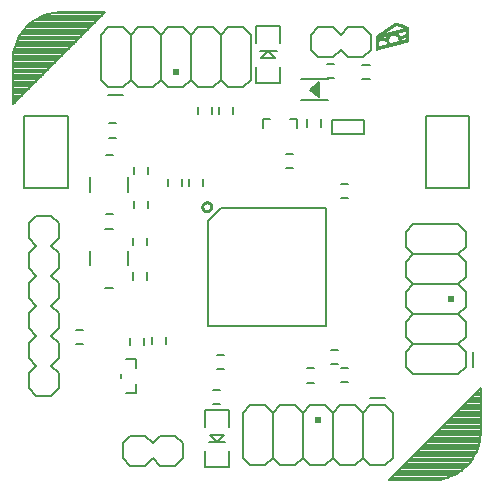
<source format=gto>
G75*
%MOIN*%
%OFA0B0*%
%FSLAX25Y25*%
%IPPOS*%
%LPD*%
%AMOC8*
5,1,8,0,0,1.08239X$1,22.5*
%
%ADD10C,0.00787*%
%ADD11C,0.00600*%
%ADD12C,0.00500*%
%ADD13C,0.00800*%
%ADD14R,0.02000X0.02000*%
%ADD15C,0.01000*%
%ADD16R,0.00050X0.00050*%
D10*
X0127887Y0002933D02*
X0158595Y0033642D01*
X0158595Y0018681D01*
X0158461Y0016626D01*
X0158059Y0014605D01*
X0157397Y0012655D01*
X0156485Y0010807D01*
X0155341Y0009094D01*
X0153983Y0007546D01*
X0152434Y0006187D01*
X0150721Y0005043D01*
X0148874Y0004132D01*
X0146923Y0003470D01*
X0144903Y0003068D01*
X0142847Y0002933D01*
X0127887Y0002933D01*
X0128671Y0003717D02*
X0147653Y0003717D01*
X0149627Y0004503D02*
X0129457Y0004503D01*
X0130243Y0005289D02*
X0151090Y0005289D01*
X0152266Y0006075D02*
X0131029Y0006075D01*
X0131815Y0006861D02*
X0153202Y0006861D01*
X0154072Y0007647D02*
X0132601Y0007647D01*
X0133387Y0008433D02*
X0154761Y0008433D01*
X0155424Y0009219D02*
X0134172Y0009219D01*
X0134958Y0010005D02*
X0155949Y0010005D01*
X0156474Y0010791D02*
X0135744Y0010791D01*
X0136530Y0011577D02*
X0156865Y0011577D01*
X0157252Y0012363D02*
X0137316Y0012363D01*
X0138102Y0013148D02*
X0157564Y0013148D01*
X0157831Y0013934D02*
X0138888Y0013934D01*
X0139674Y0014720D02*
X0158082Y0014720D01*
X0158238Y0015506D02*
X0140460Y0015506D01*
X0141246Y0016292D02*
X0158394Y0016292D01*
X0158490Y0017078D02*
X0142032Y0017078D01*
X0142817Y0017864D02*
X0158542Y0017864D01*
X0158593Y0018650D02*
X0143603Y0018650D01*
X0144389Y0019436D02*
X0158595Y0019436D01*
X0158595Y0020222D02*
X0145175Y0020222D01*
X0145961Y0021008D02*
X0158595Y0021008D01*
X0158595Y0021793D02*
X0146747Y0021793D01*
X0147533Y0022579D02*
X0158595Y0022579D01*
X0158595Y0023365D02*
X0148319Y0023365D01*
X0149105Y0024151D02*
X0158595Y0024151D01*
X0158595Y0024937D02*
X0149891Y0024937D01*
X0150677Y0025723D02*
X0158595Y0025723D01*
X0158595Y0026509D02*
X0151463Y0026509D01*
X0152248Y0027295D02*
X0158595Y0027295D01*
X0158595Y0028081D02*
X0153034Y0028081D01*
X0153820Y0028867D02*
X0158595Y0028867D01*
X0158595Y0029653D02*
X0154606Y0029653D01*
X0155392Y0030439D02*
X0158595Y0030439D01*
X0158595Y0031224D02*
X0156178Y0031224D01*
X0156964Y0032010D02*
X0158595Y0032010D01*
X0158595Y0032796D02*
X0157750Y0032796D01*
X0158536Y0033582D02*
X0158595Y0033582D01*
X0033398Y0158839D02*
X0002690Y0128130D01*
X0002690Y0143091D01*
X0002824Y0145146D01*
X0003226Y0147166D01*
X0003889Y0149117D01*
X0004800Y0150965D01*
X0005944Y0152677D01*
X0007302Y0154226D01*
X0008851Y0155584D01*
X0010564Y0156729D01*
X0012411Y0157640D01*
X0014362Y0158302D01*
X0016382Y0158704D01*
X0018438Y0158839D01*
X0033398Y0158839D01*
X0033102Y0158542D02*
X0015570Y0158542D01*
X0012755Y0157756D02*
X0032316Y0157756D01*
X0031530Y0156971D02*
X0011054Y0156971D01*
X0009749Y0156185D02*
X0030744Y0156185D01*
X0029959Y0155399D02*
X0008639Y0155399D01*
X0007743Y0154613D02*
X0029173Y0154613D01*
X0028387Y0153827D02*
X0006952Y0153827D01*
X0006263Y0153041D02*
X0027601Y0153041D01*
X0026815Y0152255D02*
X0005662Y0152255D01*
X0005137Y0151469D02*
X0026029Y0151469D01*
X0025243Y0150683D02*
X0004661Y0150683D01*
X0004273Y0149897D02*
X0024457Y0149897D01*
X0023671Y0149111D02*
X0003887Y0149111D01*
X0003620Y0148325D02*
X0022885Y0148325D01*
X0022099Y0147540D02*
X0003353Y0147540D01*
X0003144Y0146754D02*
X0021313Y0146754D01*
X0020528Y0145968D02*
X0002988Y0145968D01*
X0002832Y0145182D02*
X0019742Y0145182D01*
X0018956Y0144396D02*
X0002775Y0144396D01*
X0002724Y0143610D02*
X0018170Y0143610D01*
X0017384Y0142824D02*
X0002690Y0142824D01*
X0002690Y0142038D02*
X0016598Y0142038D01*
X0015812Y0141252D02*
X0002690Y0141252D01*
X0002690Y0140466D02*
X0015026Y0140466D01*
X0014240Y0139680D02*
X0002690Y0139680D01*
X0002690Y0138895D02*
X0013454Y0138895D01*
X0012668Y0138109D02*
X0002690Y0138109D01*
X0002690Y0137323D02*
X0011883Y0137323D01*
X0011097Y0136537D02*
X0002690Y0136537D01*
X0002690Y0135751D02*
X0010311Y0135751D01*
X0009525Y0134965D02*
X0002690Y0134965D01*
X0002690Y0134179D02*
X0008739Y0134179D01*
X0007953Y0133393D02*
X0002690Y0133393D01*
X0002690Y0132607D02*
X0007167Y0132607D01*
X0006381Y0131821D02*
X0002690Y0131821D01*
X0002690Y0131035D02*
X0005595Y0131035D01*
X0004809Y0130249D02*
X0002690Y0130249D01*
X0002690Y0129464D02*
X0004023Y0129464D01*
X0003237Y0128678D02*
X0002690Y0128678D01*
D11*
X0032020Y0136378D02*
X0032020Y0151378D01*
X0034520Y0153878D01*
X0039520Y0153878D01*
X0042020Y0151378D01*
X0042020Y0136378D01*
X0044520Y0133878D01*
X0049520Y0133878D01*
X0052020Y0136378D01*
X0052020Y0151378D01*
X0054520Y0153878D01*
X0059520Y0153878D01*
X0062020Y0151378D01*
X0062020Y0136378D01*
X0064520Y0133878D01*
X0069520Y0133878D01*
X0072020Y0136378D01*
X0074520Y0133878D01*
X0079520Y0133878D01*
X0082020Y0136378D01*
X0082020Y0151378D01*
X0079520Y0153878D01*
X0074520Y0153878D01*
X0072020Y0151378D01*
X0072020Y0136378D01*
X0071469Y0127343D02*
X0071469Y0124980D01*
X0068950Y0124980D02*
X0068950Y0127343D01*
X0064225Y0127343D02*
X0064225Y0124980D01*
X0059520Y0133878D02*
X0054520Y0133878D01*
X0052020Y0136378D01*
X0059520Y0133878D02*
X0062020Y0136378D01*
X0062020Y0151378D02*
X0064520Y0153878D01*
X0069520Y0153878D01*
X0072020Y0151378D01*
X0052020Y0151378D02*
X0049520Y0153878D01*
X0044520Y0153878D01*
X0042020Y0151378D01*
X0042020Y0136378D02*
X0039520Y0133878D01*
X0034520Y0133878D01*
X0032020Y0136378D01*
X0034698Y0121831D02*
X0037060Y0121831D01*
X0037060Y0117106D02*
X0034698Y0117106D01*
X0043005Y0107264D02*
X0043005Y0104902D01*
X0047729Y0104902D02*
X0047729Y0107264D01*
X0054265Y0103366D02*
X0054265Y0101004D01*
X0058989Y0101004D02*
X0058989Y0103366D01*
X0061351Y0103248D02*
X0061351Y0100886D01*
X0066076Y0100886D02*
X0066076Y0103248D01*
X0047847Y0096043D02*
X0047847Y0093681D01*
X0043123Y0093681D02*
X0043123Y0096043D01*
X0042611Y0083760D02*
X0042611Y0081398D01*
X0047335Y0081398D02*
X0047335Y0083760D01*
X0047414Y0072146D02*
X0047414Y0069783D01*
X0042690Y0069783D02*
X0042690Y0072146D01*
X0025997Y0052933D02*
X0023635Y0052933D01*
X0023635Y0048209D02*
X0025997Y0048209D01*
X0041666Y0048012D02*
X0041666Y0050374D01*
X0046391Y0050374D02*
X0046391Y0048012D01*
X0049028Y0048130D02*
X0049028Y0050492D01*
X0053753Y0050492D02*
X0053753Y0048130D01*
X0070564Y0044783D02*
X0072926Y0044783D01*
X0072926Y0040059D02*
X0070564Y0040059D01*
X0071666Y0032933D02*
X0069304Y0032933D01*
X0069304Y0028209D02*
X0071666Y0028209D01*
X0079265Y0025394D02*
X0079265Y0010394D01*
X0081765Y0007894D01*
X0086765Y0007894D01*
X0089265Y0010394D01*
X0089265Y0025394D01*
X0086765Y0027894D01*
X0081765Y0027894D01*
X0079265Y0025394D01*
X0089265Y0025394D02*
X0091765Y0027894D01*
X0096765Y0027894D01*
X0099265Y0025394D01*
X0099265Y0010394D01*
X0096765Y0007894D01*
X0091765Y0007894D01*
X0089265Y0010394D01*
X0099265Y0010394D02*
X0101765Y0007894D01*
X0106765Y0007894D01*
X0109265Y0010394D01*
X0109265Y0025394D01*
X0106765Y0027894D01*
X0101765Y0027894D01*
X0099265Y0025394D01*
X0100603Y0035453D02*
X0102965Y0035453D01*
X0102965Y0040177D02*
X0100603Y0040177D01*
X0108635Y0041594D02*
X0110997Y0041594D01*
X0111981Y0040256D02*
X0114343Y0040256D01*
X0114343Y0035531D02*
X0111981Y0035531D01*
X0111765Y0027894D02*
X0116765Y0027894D01*
X0119265Y0025394D01*
X0119265Y0010394D01*
X0116765Y0007894D01*
X0111765Y0007894D01*
X0109265Y0010394D01*
X0119265Y0010394D02*
X0121765Y0007894D01*
X0126765Y0007894D01*
X0129265Y0010394D01*
X0129265Y0025394D01*
X0126765Y0027894D01*
X0121765Y0027894D01*
X0119265Y0025394D01*
X0111765Y0027894D02*
X0109265Y0025394D01*
X0108635Y0046319D02*
X0110997Y0046319D01*
X0133635Y0045669D02*
X0133635Y0040669D01*
X0136135Y0038169D01*
X0151135Y0038169D01*
X0153635Y0040669D01*
X0153635Y0045669D01*
X0151135Y0048169D01*
X0136135Y0048169D01*
X0133635Y0050669D01*
X0133635Y0055669D01*
X0136135Y0058169D01*
X0151135Y0058169D01*
X0153635Y0060669D01*
X0153635Y0065669D01*
X0151135Y0068169D01*
X0136135Y0068169D01*
X0133635Y0070669D01*
X0133635Y0075669D01*
X0136135Y0078169D01*
X0133635Y0080669D01*
X0133635Y0085669D01*
X0136135Y0088169D01*
X0151135Y0088169D01*
X0153635Y0085669D01*
X0153635Y0080669D01*
X0151135Y0078169D01*
X0136135Y0078169D01*
X0136135Y0068169D02*
X0133635Y0065669D01*
X0133635Y0060669D01*
X0136135Y0058169D01*
X0136135Y0048169D02*
X0133635Y0045669D01*
X0151135Y0048169D02*
X0153635Y0050669D01*
X0153635Y0055669D01*
X0151135Y0058169D01*
X0151135Y0068169D02*
X0153635Y0070669D01*
X0153635Y0075669D01*
X0151135Y0078169D01*
X0114304Y0096791D02*
X0111942Y0096791D01*
X0111942Y0101516D02*
X0114304Y0101516D01*
X0096115Y0106949D02*
X0093753Y0106949D01*
X0093753Y0111673D02*
X0096115Y0111673D01*
X0097383Y0120248D02*
X0097383Y0123445D01*
X0095186Y0123445D01*
X0100800Y0123130D02*
X0100800Y0120768D01*
X0105524Y0120768D02*
X0105524Y0123130D01*
X0107375Y0136949D02*
X0109737Y0136949D01*
X0109737Y0141673D02*
X0107375Y0141673D01*
X0119186Y0141437D02*
X0121548Y0141437D01*
X0121548Y0136713D02*
X0119186Y0136713D01*
X0088383Y0123445D02*
X0086186Y0123445D01*
X0086186Y0120248D01*
X0076194Y0124980D02*
X0076194Y0127343D01*
D12*
X0098741Y0129472D02*
X0107741Y0129472D01*
X0104741Y0130472D02*
X0101741Y0132972D01*
X0104741Y0134972D01*
X0104241Y0130972D01*
X0102241Y0132972D01*
X0104741Y0134472D01*
X0104241Y0131472D01*
X0102741Y0132972D01*
X0104241Y0133972D01*
X0104241Y0133472D01*
X0103741Y0132472D01*
X0103741Y0132972D01*
X0103741Y0132472D02*
X0103241Y0132972D01*
X0104241Y0133472D01*
X0104241Y0131972D01*
X0103741Y0132472D01*
X0101741Y0132972D02*
X0104741Y0135472D01*
X0104741Y0134972D01*
X0104741Y0134472D01*
X0104741Y0130472D01*
X0107741Y0136472D02*
X0098741Y0136472D01*
X0140288Y0124390D02*
X0140288Y0100374D01*
X0154855Y0100374D01*
X0154855Y0124390D01*
X0140288Y0124390D01*
X0106981Y0093681D02*
X0106981Y0054311D01*
X0067611Y0054311D01*
X0067611Y0089122D01*
X0072171Y0093681D01*
X0106981Y0093681D01*
X0043812Y0043368D02*
X0043812Y0040368D01*
X0043812Y0043368D02*
X0040312Y0043368D01*
X0038812Y0038368D02*
X0038812Y0036868D01*
X0040312Y0031868D02*
X0043812Y0031868D01*
X0043812Y0034868D01*
X0020997Y0100374D02*
X0006430Y0100374D01*
X0006430Y0124390D01*
X0020997Y0124390D01*
X0020997Y0100374D01*
D13*
X0015426Y0031004D02*
X0010426Y0031004D01*
X0007926Y0033504D01*
X0007926Y0038504D01*
X0010426Y0041004D01*
X0007926Y0043504D01*
X0007926Y0048504D01*
X0010426Y0051004D01*
X0007926Y0053504D01*
X0007926Y0058504D01*
X0010426Y0061004D01*
X0007926Y0063504D01*
X0007926Y0068504D01*
X0010426Y0071004D01*
X0007926Y0073504D01*
X0007926Y0078504D01*
X0010426Y0081004D01*
X0007926Y0083504D01*
X0007926Y0088504D01*
X0010426Y0091004D01*
X0015426Y0091004D01*
X0017926Y0088504D01*
X0017926Y0083504D01*
X0015426Y0081004D01*
X0017926Y0078504D01*
X0017926Y0073504D01*
X0015426Y0071004D01*
X0017926Y0068504D01*
X0017926Y0063504D01*
X0015426Y0061004D01*
X0017926Y0058504D01*
X0017926Y0053504D01*
X0015426Y0051004D01*
X0017926Y0048504D01*
X0017926Y0043504D01*
X0015426Y0041004D01*
X0017926Y0038504D01*
X0017926Y0033504D01*
X0015426Y0031004D01*
X0039265Y0015157D02*
X0039265Y0010157D01*
X0041765Y0007657D01*
X0046765Y0007657D01*
X0049265Y0010157D01*
X0051765Y0007657D01*
X0056765Y0007657D01*
X0059265Y0010157D01*
X0059265Y0015157D01*
X0056765Y0017657D01*
X0051765Y0017657D01*
X0049265Y0015157D01*
X0046765Y0017657D01*
X0041765Y0017657D01*
X0039265Y0015157D01*
X0066745Y0012776D02*
X0066745Y0007264D01*
X0074619Y0007264D01*
X0074619Y0012776D01*
X0073438Y0015531D02*
X0070682Y0015531D01*
X0068320Y0017894D01*
X0073044Y0017894D01*
X0070682Y0015531D01*
X0067926Y0015531D01*
X0066745Y0020650D02*
X0066745Y0026161D01*
X0074619Y0026161D01*
X0074619Y0020650D01*
X0121765Y0030394D02*
X0126765Y0030394D01*
X0156135Y0040669D02*
X0156135Y0045669D01*
X0119587Y0118236D02*
X0108942Y0118236D01*
X0108942Y0122984D01*
X0119587Y0122984D01*
X0119587Y0118236D01*
X0119520Y0143878D02*
X0114520Y0143878D01*
X0112020Y0146378D01*
X0109520Y0143878D01*
X0104520Y0143878D01*
X0102020Y0146378D01*
X0102020Y0151378D01*
X0104520Y0153878D01*
X0109520Y0153878D01*
X0112020Y0151378D01*
X0114520Y0153878D01*
X0119520Y0153878D01*
X0122020Y0151378D01*
X0122020Y0146378D01*
X0119520Y0143878D01*
X0091745Y0140768D02*
X0091745Y0135256D01*
X0083871Y0135256D01*
X0083871Y0140768D01*
X0085446Y0143524D02*
X0090170Y0143524D01*
X0087808Y0145886D01*
X0085446Y0143524D01*
X0085052Y0145886D02*
X0087808Y0145886D01*
X0090564Y0145886D01*
X0091745Y0148642D02*
X0091745Y0154154D01*
X0083871Y0154154D01*
X0083871Y0148642D01*
X0039520Y0131378D02*
X0034520Y0131378D01*
X0033635Y0111280D02*
X0035997Y0111280D01*
X0041115Y0103799D02*
X0041115Y0099075D01*
X0035997Y0091594D02*
X0033635Y0091594D01*
X0033517Y0086673D02*
X0035879Y0086673D01*
X0040997Y0079193D02*
X0040997Y0074469D01*
X0035879Y0066988D02*
X0033517Y0066988D01*
X0028398Y0074469D02*
X0028398Y0079193D01*
X0028517Y0099075D02*
X0028517Y0103799D01*
D14*
X0057020Y0138878D03*
X0148635Y0063169D03*
X0104265Y0022894D03*
D15*
X0065796Y0093996D02*
X0065798Y0094073D01*
X0065804Y0094150D01*
X0065814Y0094227D01*
X0065828Y0094303D01*
X0065845Y0094378D01*
X0065867Y0094452D01*
X0065892Y0094525D01*
X0065922Y0094597D01*
X0065954Y0094667D01*
X0065991Y0094735D01*
X0066030Y0094801D01*
X0066073Y0094865D01*
X0066120Y0094927D01*
X0066169Y0094986D01*
X0066222Y0095043D01*
X0066277Y0095097D01*
X0066335Y0095148D01*
X0066396Y0095196D01*
X0066459Y0095241D01*
X0066524Y0095282D01*
X0066591Y0095320D01*
X0066660Y0095355D01*
X0066731Y0095385D01*
X0066803Y0095413D01*
X0066877Y0095436D01*
X0066951Y0095456D01*
X0067027Y0095472D01*
X0067103Y0095484D01*
X0067180Y0095492D01*
X0067257Y0095496D01*
X0067335Y0095496D01*
X0067412Y0095492D01*
X0067489Y0095484D01*
X0067565Y0095472D01*
X0067641Y0095456D01*
X0067715Y0095436D01*
X0067789Y0095413D01*
X0067861Y0095385D01*
X0067932Y0095355D01*
X0068001Y0095320D01*
X0068068Y0095282D01*
X0068133Y0095241D01*
X0068196Y0095196D01*
X0068257Y0095148D01*
X0068315Y0095097D01*
X0068370Y0095043D01*
X0068423Y0094986D01*
X0068472Y0094927D01*
X0068519Y0094865D01*
X0068562Y0094801D01*
X0068601Y0094735D01*
X0068638Y0094667D01*
X0068670Y0094597D01*
X0068700Y0094525D01*
X0068725Y0094452D01*
X0068747Y0094378D01*
X0068764Y0094303D01*
X0068778Y0094227D01*
X0068788Y0094150D01*
X0068794Y0094073D01*
X0068796Y0093996D01*
X0068794Y0093919D01*
X0068788Y0093842D01*
X0068778Y0093765D01*
X0068764Y0093689D01*
X0068747Y0093614D01*
X0068725Y0093540D01*
X0068700Y0093467D01*
X0068670Y0093395D01*
X0068638Y0093325D01*
X0068601Y0093257D01*
X0068562Y0093191D01*
X0068519Y0093127D01*
X0068472Y0093065D01*
X0068423Y0093006D01*
X0068370Y0092949D01*
X0068315Y0092895D01*
X0068257Y0092844D01*
X0068196Y0092796D01*
X0068133Y0092751D01*
X0068068Y0092710D01*
X0068001Y0092672D01*
X0067932Y0092637D01*
X0067861Y0092607D01*
X0067789Y0092579D01*
X0067715Y0092556D01*
X0067641Y0092536D01*
X0067565Y0092520D01*
X0067489Y0092508D01*
X0067412Y0092500D01*
X0067335Y0092496D01*
X0067257Y0092496D01*
X0067180Y0092500D01*
X0067103Y0092508D01*
X0067027Y0092520D01*
X0066951Y0092536D01*
X0066877Y0092556D01*
X0066803Y0092579D01*
X0066731Y0092607D01*
X0066660Y0092637D01*
X0066591Y0092672D01*
X0066524Y0092710D01*
X0066459Y0092751D01*
X0066396Y0092796D01*
X0066335Y0092844D01*
X0066277Y0092895D01*
X0066222Y0092949D01*
X0066169Y0093006D01*
X0066120Y0093065D01*
X0066073Y0093127D01*
X0066030Y0093191D01*
X0065991Y0093257D01*
X0065954Y0093325D01*
X0065922Y0093395D01*
X0065892Y0093467D01*
X0065867Y0093540D01*
X0065845Y0093614D01*
X0065828Y0093689D01*
X0065814Y0093765D01*
X0065804Y0093842D01*
X0065798Y0093919D01*
X0065796Y0093996D01*
D16*
X0123920Y0146219D03*
X0123920Y0146269D03*
X0123920Y0146319D03*
X0123920Y0146369D03*
X0123920Y0146419D03*
X0123920Y0146469D03*
X0123920Y0146519D03*
X0123920Y0146569D03*
X0123920Y0146619D03*
X0123920Y0146669D03*
X0123920Y0146719D03*
X0123920Y0146769D03*
X0123920Y0146819D03*
X0123920Y0146869D03*
X0123920Y0146919D03*
X0123920Y0146969D03*
X0123920Y0147019D03*
X0123920Y0147069D03*
X0123920Y0147119D03*
X0123920Y0147169D03*
X0123920Y0147219D03*
X0123920Y0147269D03*
X0123920Y0147319D03*
X0123920Y0147369D03*
X0123920Y0147419D03*
X0123920Y0147469D03*
X0123920Y0147519D03*
X0123920Y0147569D03*
X0123920Y0147619D03*
X0123920Y0147669D03*
X0123920Y0147719D03*
X0123920Y0147769D03*
X0123920Y0147819D03*
X0123920Y0147869D03*
X0123920Y0147919D03*
X0123920Y0147969D03*
X0123920Y0148019D03*
X0123920Y0148069D03*
X0123920Y0148119D03*
X0123920Y0148169D03*
X0123920Y0148219D03*
X0123920Y0148269D03*
X0123920Y0148319D03*
X0123920Y0148369D03*
X0123920Y0148419D03*
X0123920Y0148469D03*
X0123920Y0148519D03*
X0123920Y0148569D03*
X0123920Y0148619D03*
X0123920Y0148669D03*
X0123920Y0148719D03*
X0123920Y0148769D03*
X0123920Y0148819D03*
X0123920Y0148869D03*
X0123920Y0148919D03*
X0123920Y0148969D03*
X0123920Y0149019D03*
X0123920Y0149069D03*
X0123920Y0149119D03*
X0123920Y0149169D03*
X0123920Y0149219D03*
X0123920Y0149269D03*
X0123920Y0149319D03*
X0123920Y0149369D03*
X0123920Y0149419D03*
X0123920Y0149469D03*
X0123920Y0149519D03*
X0123920Y0149569D03*
X0123920Y0149619D03*
X0123920Y0149669D03*
X0123920Y0149719D03*
X0123920Y0149769D03*
X0123920Y0149819D03*
X0123920Y0149869D03*
X0123920Y0149919D03*
X0123920Y0149969D03*
X0123920Y0150019D03*
X0123920Y0150069D03*
X0123920Y0150119D03*
X0123920Y0150169D03*
X0123920Y0150219D03*
X0123920Y0150269D03*
X0123920Y0150319D03*
X0123920Y0150369D03*
X0123920Y0150419D03*
X0123920Y0150469D03*
X0123920Y0150519D03*
X0123920Y0150569D03*
X0123920Y0150619D03*
X0123970Y0150619D03*
X0123970Y0150669D03*
X0124020Y0150669D03*
X0124020Y0150719D03*
X0124070Y0150719D03*
X0124120Y0150719D03*
X0124120Y0150769D03*
X0124170Y0150769D03*
X0124220Y0150769D03*
X0124220Y0150819D03*
X0124270Y0150819D03*
X0124270Y0150869D03*
X0124320Y0150869D03*
X0124370Y0150869D03*
X0124370Y0150919D03*
X0124420Y0150919D03*
X0124420Y0150969D03*
X0124470Y0150969D03*
X0124520Y0150969D03*
X0124520Y0151019D03*
X0124570Y0151019D03*
X0124570Y0151069D03*
X0124620Y0151069D03*
X0124670Y0151069D03*
X0124670Y0151119D03*
X0124720Y0151119D03*
X0124720Y0151169D03*
X0124770Y0151169D03*
X0124820Y0151169D03*
X0124820Y0151219D03*
X0124870Y0151219D03*
X0124870Y0151269D03*
X0124920Y0151269D03*
X0124970Y0151269D03*
X0124970Y0151319D03*
X0125020Y0151319D03*
X0125020Y0151369D03*
X0125070Y0151369D03*
X0125120Y0151369D03*
X0125120Y0151419D03*
X0125170Y0151419D03*
X0125170Y0151469D03*
X0125220Y0151469D03*
X0125220Y0151519D03*
X0125270Y0151519D03*
X0125320Y0151519D03*
X0125320Y0151569D03*
X0125370Y0151569D03*
X0125370Y0151619D03*
X0125420Y0151619D03*
X0125470Y0151619D03*
X0125470Y0151669D03*
X0125520Y0151669D03*
X0125520Y0151719D03*
X0125570Y0151719D03*
X0125620Y0151719D03*
X0125620Y0151769D03*
X0125670Y0151769D03*
X0125670Y0151819D03*
X0125720Y0151819D03*
X0125770Y0151819D03*
X0125770Y0151869D03*
X0125820Y0151869D03*
X0125870Y0151869D03*
X0125870Y0151919D03*
X0125920Y0151919D03*
X0125920Y0151969D03*
X0125970Y0151969D03*
X0125970Y0152019D03*
X0126020Y0152019D03*
X0126070Y0152019D03*
X0126070Y0152069D03*
X0126120Y0152069D03*
X0126120Y0152119D03*
X0126170Y0152119D03*
X0126220Y0152119D03*
X0126220Y0152169D03*
X0126270Y0152169D03*
X0126270Y0152219D03*
X0126320Y0152219D03*
X0126370Y0152219D03*
X0126370Y0152269D03*
X0126420Y0152269D03*
X0126420Y0152319D03*
X0126470Y0152319D03*
X0126470Y0152369D03*
X0126520Y0152369D03*
X0126570Y0152369D03*
X0126570Y0152419D03*
X0126620Y0152419D03*
X0126620Y0152469D03*
X0126670Y0152469D03*
X0126720Y0152469D03*
X0126720Y0152519D03*
X0126770Y0152519D03*
X0126770Y0152569D03*
X0126820Y0152569D03*
X0126870Y0152569D03*
X0126870Y0152619D03*
X0126920Y0152619D03*
X0126920Y0152669D03*
X0126970Y0152669D03*
X0127020Y0152669D03*
X0127020Y0152719D03*
X0127070Y0152719D03*
X0127070Y0152769D03*
X0127120Y0152769D03*
X0127170Y0152769D03*
X0127170Y0152819D03*
X0127220Y0152819D03*
X0127220Y0152869D03*
X0127270Y0152869D03*
X0127320Y0152869D03*
X0127320Y0152919D03*
X0127370Y0152919D03*
X0127370Y0152969D03*
X0127420Y0152969D03*
X0127470Y0152969D03*
X0127470Y0153019D03*
X0127520Y0153019D03*
X0127520Y0153069D03*
X0127570Y0153069D03*
X0127620Y0153069D03*
X0127620Y0153119D03*
X0127670Y0153119D03*
X0127670Y0153169D03*
X0127720Y0153169D03*
X0127770Y0153169D03*
X0127770Y0153219D03*
X0127820Y0153219D03*
X0127820Y0153269D03*
X0127870Y0153269D03*
X0127870Y0153319D03*
X0127920Y0153319D03*
X0127970Y0153319D03*
X0127970Y0153369D03*
X0128020Y0153369D03*
X0128020Y0153419D03*
X0128070Y0153419D03*
X0128120Y0153419D03*
X0128120Y0153469D03*
X0128170Y0153469D03*
X0128170Y0153519D03*
X0128220Y0153519D03*
X0128270Y0153519D03*
X0128270Y0153569D03*
X0128320Y0153569D03*
X0128320Y0153619D03*
X0128370Y0153619D03*
X0128420Y0153619D03*
X0128420Y0153669D03*
X0128470Y0153669D03*
X0128470Y0153719D03*
X0128520Y0153719D03*
X0128570Y0153719D03*
X0128570Y0153769D03*
X0128620Y0153769D03*
X0128620Y0153819D03*
X0128670Y0153819D03*
X0128720Y0153819D03*
X0128720Y0153869D03*
X0128770Y0153869D03*
X0128770Y0153919D03*
X0128820Y0153919D03*
X0128870Y0153919D03*
X0128870Y0153969D03*
X0128920Y0153969D03*
X0128920Y0154019D03*
X0128970Y0154019D03*
X0129020Y0154019D03*
X0129020Y0154069D03*
X0129070Y0154069D03*
X0129070Y0154119D03*
X0129120Y0154119D03*
X0129120Y0154169D03*
X0129170Y0154169D03*
X0129220Y0154169D03*
X0129220Y0154219D03*
X0129270Y0154219D03*
X0129270Y0154269D03*
X0129320Y0154269D03*
X0129370Y0154269D03*
X0129370Y0154319D03*
X0129420Y0154319D03*
X0129420Y0154369D03*
X0129470Y0154369D03*
X0129520Y0154369D03*
X0129520Y0154419D03*
X0129570Y0154419D03*
X0129570Y0154469D03*
X0129620Y0154469D03*
X0129670Y0154469D03*
X0129670Y0154519D03*
X0129720Y0154519D03*
X0129720Y0154569D03*
X0129770Y0154569D03*
X0129820Y0154569D03*
X0129820Y0154619D03*
X0129870Y0154619D03*
X0129870Y0154669D03*
X0129920Y0154669D03*
X0129970Y0154669D03*
X0129970Y0154719D03*
X0130020Y0154719D03*
X0130020Y0154769D03*
X0130070Y0154769D03*
X0130120Y0154769D03*
X0130120Y0154819D03*
X0130170Y0154819D03*
X0130170Y0154869D03*
X0130220Y0154869D03*
X0130220Y0154919D03*
X0130270Y0154919D03*
X0130270Y0154969D03*
X0130320Y0154969D03*
X0130320Y0155019D03*
X0130370Y0155019D03*
X0130420Y0155019D03*
X0130470Y0155019D03*
X0130520Y0155019D03*
X0130570Y0155019D03*
X0130620Y0155019D03*
X0130670Y0155019D03*
X0130720Y0155019D03*
X0130720Y0154969D03*
X0130770Y0154969D03*
X0130820Y0154969D03*
X0130870Y0154969D03*
X0130920Y0154969D03*
X0130920Y0154919D03*
X0130970Y0154919D03*
X0131020Y0154919D03*
X0131070Y0154919D03*
X0131120Y0154919D03*
X0131120Y0154869D03*
X0131170Y0154869D03*
X0131220Y0154869D03*
X0131270Y0154869D03*
X0131320Y0154869D03*
X0131320Y0154819D03*
X0131370Y0154819D03*
X0131420Y0154819D03*
X0131470Y0154819D03*
X0131470Y0154769D03*
X0131520Y0154769D03*
X0131570Y0154769D03*
X0131620Y0154769D03*
X0131670Y0154769D03*
X0131670Y0154719D03*
X0131720Y0154719D03*
X0131770Y0154719D03*
X0131820Y0154719D03*
X0131820Y0154669D03*
X0131870Y0154669D03*
X0131920Y0154669D03*
X0131970Y0154669D03*
X0131970Y0154619D03*
X0132020Y0154619D03*
X0132070Y0154619D03*
X0132120Y0154619D03*
X0132120Y0154569D03*
X0132170Y0154569D03*
X0132220Y0154569D03*
X0132270Y0154569D03*
X0132270Y0154519D03*
X0132320Y0154519D03*
X0132370Y0154519D03*
X0132420Y0154519D03*
X0132420Y0154469D03*
X0132470Y0154469D03*
X0132520Y0154469D03*
X0132570Y0154469D03*
X0132570Y0154419D03*
X0132620Y0154419D03*
X0132670Y0154419D03*
X0132720Y0154419D03*
X0132720Y0154369D03*
X0132770Y0154369D03*
X0132820Y0154369D03*
X0132820Y0154319D03*
X0132870Y0154319D03*
X0132920Y0154319D03*
X0132970Y0154319D03*
X0132970Y0154269D03*
X0133020Y0154269D03*
X0133070Y0154269D03*
X0133070Y0154219D03*
X0133120Y0154219D03*
X0133170Y0154219D03*
X0133220Y0154219D03*
X0133220Y0154169D03*
X0133270Y0154169D03*
X0133320Y0154169D03*
X0133320Y0154119D03*
X0133370Y0154119D03*
X0133420Y0154119D03*
X0133470Y0154119D03*
X0133470Y0154069D03*
X0133520Y0154069D03*
X0133570Y0154069D03*
X0133570Y0154019D03*
X0133620Y0154019D03*
X0133670Y0154019D03*
X0133670Y0153969D03*
X0133720Y0153969D03*
X0133770Y0153969D03*
X0133770Y0153919D03*
X0133820Y0153919D03*
X0133870Y0153919D03*
X0133870Y0153869D03*
X0133920Y0153869D03*
X0133970Y0153869D03*
X0133970Y0153819D03*
X0134020Y0153819D03*
X0134070Y0153819D03*
X0134070Y0153769D03*
X0134120Y0153769D03*
X0134170Y0153769D03*
X0134170Y0153719D03*
X0134220Y0153719D03*
X0134270Y0153719D03*
X0134270Y0153669D03*
X0134320Y0153669D03*
X0134370Y0153669D03*
X0134370Y0153619D03*
X0134420Y0153619D03*
X0134470Y0153619D03*
X0134470Y0153569D03*
X0134520Y0153569D03*
X0134520Y0153519D03*
X0134570Y0153519D03*
X0134620Y0153519D03*
X0134620Y0153469D03*
X0134670Y0153469D03*
X0134670Y0153419D03*
X0134720Y0153419D03*
X0134720Y0153369D03*
X0134770Y0153369D03*
X0134770Y0153319D03*
X0134720Y0153319D03*
X0134670Y0153319D03*
X0134670Y0153369D03*
X0134620Y0153369D03*
X0134620Y0153419D03*
X0134570Y0153419D03*
X0134570Y0153469D03*
X0134520Y0153469D03*
X0134470Y0153469D03*
X0134470Y0153519D03*
X0134420Y0153519D03*
X0134420Y0153569D03*
X0134370Y0153569D03*
X0134320Y0153569D03*
X0134320Y0153619D03*
X0134270Y0153619D03*
X0134220Y0153619D03*
X0134220Y0153669D03*
X0134170Y0153669D03*
X0134120Y0153669D03*
X0134120Y0153719D03*
X0134070Y0153719D03*
X0134020Y0153719D03*
X0134020Y0153769D03*
X0133970Y0153769D03*
X0133920Y0153769D03*
X0133920Y0153819D03*
X0133870Y0153819D03*
X0133820Y0153819D03*
X0133820Y0153869D03*
X0133770Y0153869D03*
X0133720Y0153869D03*
X0133720Y0153919D03*
X0133670Y0153919D03*
X0133620Y0153919D03*
X0133620Y0153969D03*
X0133570Y0153969D03*
X0133520Y0153969D03*
X0133520Y0154019D03*
X0133470Y0154019D03*
X0133420Y0154019D03*
X0133420Y0154069D03*
X0133370Y0154069D03*
X0133320Y0154069D03*
X0133270Y0154069D03*
X0133270Y0154119D03*
X0133220Y0154119D03*
X0133170Y0154119D03*
X0133170Y0154169D03*
X0133120Y0154169D03*
X0133070Y0154169D03*
X0133020Y0154169D03*
X0133020Y0154219D03*
X0132970Y0154219D03*
X0132920Y0154219D03*
X0132920Y0154269D03*
X0132870Y0154269D03*
X0132820Y0154269D03*
X0132770Y0154269D03*
X0132770Y0154319D03*
X0132720Y0154319D03*
X0132670Y0154319D03*
X0132670Y0154369D03*
X0132620Y0154369D03*
X0132570Y0154369D03*
X0132520Y0154369D03*
X0132520Y0154419D03*
X0132470Y0154419D03*
X0132420Y0154419D03*
X0132370Y0154419D03*
X0132370Y0154469D03*
X0132320Y0154469D03*
X0132270Y0154469D03*
X0132220Y0154469D03*
X0132220Y0154519D03*
X0132170Y0154519D03*
X0132120Y0154519D03*
X0132070Y0154519D03*
X0132070Y0154569D03*
X0132020Y0154569D03*
X0131970Y0154569D03*
X0131920Y0154569D03*
X0131920Y0154619D03*
X0131870Y0154619D03*
X0131820Y0154619D03*
X0131770Y0154619D03*
X0131770Y0154669D03*
X0131720Y0154669D03*
X0131670Y0154669D03*
X0131620Y0154669D03*
X0131620Y0154719D03*
X0131570Y0154719D03*
X0131520Y0154719D03*
X0131470Y0154719D03*
X0131420Y0154719D03*
X0131420Y0154769D03*
X0131370Y0154769D03*
X0131320Y0154769D03*
X0131270Y0154769D03*
X0131270Y0154819D03*
X0131220Y0154819D03*
X0131170Y0154819D03*
X0131120Y0154819D03*
X0131070Y0154819D03*
X0131070Y0154869D03*
X0131020Y0154869D03*
X0130970Y0154869D03*
X0130920Y0154869D03*
X0130870Y0154869D03*
X0130870Y0154919D03*
X0130820Y0154919D03*
X0130770Y0154919D03*
X0130720Y0154919D03*
X0130670Y0154919D03*
X0130670Y0154969D03*
X0130620Y0154969D03*
X0130570Y0154969D03*
X0130520Y0154969D03*
X0130470Y0154969D03*
X0130420Y0154969D03*
X0130370Y0154969D03*
X0130370Y0154919D03*
X0130420Y0154919D03*
X0130470Y0154919D03*
X0130520Y0154919D03*
X0130570Y0154919D03*
X0130620Y0154919D03*
X0130620Y0154869D03*
X0130670Y0154869D03*
X0130720Y0154869D03*
X0130770Y0154869D03*
X0130820Y0154869D03*
X0130820Y0154819D03*
X0130870Y0154819D03*
X0130920Y0154819D03*
X0130970Y0154819D03*
X0131020Y0154819D03*
X0131020Y0154769D03*
X0131070Y0154769D03*
X0131120Y0154769D03*
X0131170Y0154769D03*
X0131220Y0154769D03*
X0131220Y0154719D03*
X0131270Y0154719D03*
X0131320Y0154719D03*
X0131370Y0154719D03*
X0131370Y0154669D03*
X0131420Y0154669D03*
X0131470Y0154669D03*
X0131520Y0154669D03*
X0131570Y0154669D03*
X0131570Y0154619D03*
X0131620Y0154619D03*
X0131670Y0154619D03*
X0131720Y0154619D03*
X0131720Y0154569D03*
X0131770Y0154569D03*
X0131820Y0154569D03*
X0131870Y0154569D03*
X0131870Y0154519D03*
X0131920Y0154519D03*
X0131970Y0154519D03*
X0132020Y0154519D03*
X0132020Y0154469D03*
X0132070Y0154469D03*
X0132120Y0154469D03*
X0132170Y0154469D03*
X0132170Y0154419D03*
X0132220Y0154419D03*
X0132270Y0154419D03*
X0132320Y0154419D03*
X0132320Y0154369D03*
X0132370Y0154369D03*
X0132420Y0154369D03*
X0132470Y0154369D03*
X0132470Y0154319D03*
X0132520Y0154319D03*
X0132570Y0154319D03*
X0132620Y0154319D03*
X0132620Y0154269D03*
X0132670Y0154269D03*
X0132720Y0154269D03*
X0132720Y0154219D03*
X0132770Y0154219D03*
X0132820Y0154219D03*
X0132870Y0154219D03*
X0132870Y0154169D03*
X0132920Y0154169D03*
X0132970Y0154169D03*
X0132970Y0154119D03*
X0133020Y0154119D03*
X0133070Y0154119D03*
X0133120Y0154119D03*
X0133120Y0154069D03*
X0133170Y0154069D03*
X0133220Y0154069D03*
X0133220Y0154019D03*
X0133270Y0154019D03*
X0133320Y0154019D03*
X0133370Y0154019D03*
X0133370Y0153969D03*
X0133420Y0153969D03*
X0133470Y0153969D03*
X0133470Y0153919D03*
X0133520Y0153919D03*
X0133570Y0153919D03*
X0133570Y0153869D03*
X0133620Y0153869D03*
X0133670Y0153869D03*
X0133670Y0153819D03*
X0133720Y0153819D03*
X0133770Y0153819D03*
X0133770Y0153769D03*
X0133820Y0153769D03*
X0133870Y0153769D03*
X0133870Y0153719D03*
X0133920Y0153719D03*
X0133970Y0153719D03*
X0133970Y0153669D03*
X0134020Y0153669D03*
X0134070Y0153669D03*
X0134070Y0153619D03*
X0134120Y0153619D03*
X0134170Y0153619D03*
X0134170Y0153569D03*
X0134220Y0153569D03*
X0134270Y0153569D03*
X0134270Y0153519D03*
X0134320Y0153519D03*
X0134370Y0153519D03*
X0134370Y0153469D03*
X0134420Y0153469D03*
X0134420Y0153419D03*
X0134470Y0153419D03*
X0134520Y0153419D03*
X0134520Y0153369D03*
X0134570Y0153369D03*
X0134570Y0153319D03*
X0134620Y0153319D03*
X0134620Y0153269D03*
X0134670Y0153269D03*
X0134720Y0153269D03*
X0134770Y0153269D03*
X0134770Y0153219D03*
X0134720Y0153219D03*
X0134670Y0153219D03*
X0134620Y0153219D03*
X0134570Y0153219D03*
X0134570Y0153269D03*
X0134520Y0153269D03*
X0134520Y0153319D03*
X0134470Y0153319D03*
X0134470Y0153369D03*
X0134420Y0153369D03*
X0134370Y0153369D03*
X0134370Y0153419D03*
X0134320Y0153419D03*
X0134320Y0153469D03*
X0134270Y0153469D03*
X0134220Y0153469D03*
X0134220Y0153519D03*
X0134170Y0153519D03*
X0134120Y0153519D03*
X0134120Y0153569D03*
X0134070Y0153569D03*
X0134020Y0153569D03*
X0134020Y0153619D03*
X0133970Y0153619D03*
X0133920Y0153619D03*
X0133920Y0153669D03*
X0133870Y0153669D03*
X0133820Y0153669D03*
X0133820Y0153719D03*
X0133770Y0153719D03*
X0133720Y0153719D03*
X0133720Y0153769D03*
X0133670Y0153769D03*
X0133620Y0153769D03*
X0133620Y0153819D03*
X0133570Y0153819D03*
X0133520Y0153819D03*
X0133520Y0153869D03*
X0133470Y0153869D03*
X0133420Y0153869D03*
X0133420Y0153919D03*
X0133370Y0153919D03*
X0133320Y0153919D03*
X0133320Y0153969D03*
X0133270Y0153969D03*
X0133220Y0153969D03*
X0133170Y0153969D03*
X0133170Y0154019D03*
X0133120Y0154019D03*
X0133070Y0154019D03*
X0133070Y0154069D03*
X0133020Y0154069D03*
X0132970Y0154069D03*
X0132920Y0154069D03*
X0132920Y0154119D03*
X0132870Y0154119D03*
X0132820Y0154119D03*
X0132820Y0154169D03*
X0132770Y0154169D03*
X0132720Y0154169D03*
X0132670Y0154169D03*
X0132670Y0154219D03*
X0132620Y0154219D03*
X0132570Y0154219D03*
X0132570Y0154269D03*
X0132520Y0154269D03*
X0132470Y0154269D03*
X0132420Y0154269D03*
X0132420Y0154319D03*
X0132370Y0154319D03*
X0132320Y0154319D03*
X0132270Y0154319D03*
X0132270Y0154369D03*
X0132220Y0154369D03*
X0132170Y0154369D03*
X0132120Y0154369D03*
X0132120Y0154419D03*
X0132070Y0154419D03*
X0132020Y0154419D03*
X0131970Y0154419D03*
X0131970Y0154469D03*
X0131920Y0154469D03*
X0131870Y0154469D03*
X0131820Y0154469D03*
X0131820Y0154519D03*
X0131770Y0154519D03*
X0131720Y0154519D03*
X0131670Y0154519D03*
X0131670Y0154569D03*
X0131620Y0154569D03*
X0131570Y0154569D03*
X0131520Y0154569D03*
X0131520Y0154619D03*
X0131470Y0154619D03*
X0131420Y0154619D03*
X0131370Y0154619D03*
X0131320Y0154619D03*
X0131320Y0154669D03*
X0131270Y0154669D03*
X0131220Y0154669D03*
X0131170Y0154669D03*
X0131170Y0154719D03*
X0131120Y0154719D03*
X0131070Y0154719D03*
X0131020Y0154719D03*
X0130970Y0154719D03*
X0130970Y0154769D03*
X0130920Y0154769D03*
X0130870Y0154769D03*
X0130820Y0154769D03*
X0130770Y0154769D03*
X0130770Y0154819D03*
X0130720Y0154819D03*
X0130670Y0154819D03*
X0130620Y0154819D03*
X0130570Y0154819D03*
X0130570Y0154869D03*
X0130520Y0154869D03*
X0130470Y0154869D03*
X0130420Y0154869D03*
X0130370Y0154869D03*
X0130320Y0154869D03*
X0130320Y0154919D03*
X0130270Y0154869D03*
X0130270Y0154819D03*
X0130320Y0154819D03*
X0130370Y0154819D03*
X0130420Y0154819D03*
X0130470Y0154819D03*
X0130520Y0154819D03*
X0130520Y0154769D03*
X0130570Y0154769D03*
X0130620Y0154769D03*
X0130670Y0154769D03*
X0130720Y0154769D03*
X0130720Y0154719D03*
X0130770Y0154719D03*
X0130820Y0154719D03*
X0130870Y0154719D03*
X0130920Y0154719D03*
X0130920Y0154669D03*
X0130970Y0154669D03*
X0131020Y0154669D03*
X0131070Y0154669D03*
X0131120Y0154669D03*
X0131120Y0154619D03*
X0131170Y0154619D03*
X0131220Y0154619D03*
X0131270Y0154619D03*
X0131270Y0154569D03*
X0131320Y0154569D03*
X0131370Y0154569D03*
X0131420Y0154569D03*
X0131470Y0154569D03*
X0131470Y0154519D03*
X0131520Y0154519D03*
X0131570Y0154519D03*
X0131620Y0154519D03*
X0131620Y0154469D03*
X0131670Y0154469D03*
X0131720Y0154469D03*
X0131770Y0154469D03*
X0131770Y0154419D03*
X0131820Y0154419D03*
X0131870Y0154419D03*
X0131920Y0154419D03*
X0131920Y0154369D03*
X0131970Y0154369D03*
X0132020Y0154369D03*
X0132070Y0154369D03*
X0132070Y0154319D03*
X0132120Y0154319D03*
X0132170Y0154319D03*
X0132220Y0154319D03*
X0132220Y0154269D03*
X0132270Y0154269D03*
X0132320Y0154269D03*
X0132370Y0154269D03*
X0132370Y0154219D03*
X0132420Y0154219D03*
X0132470Y0154219D03*
X0132520Y0154219D03*
X0132520Y0154169D03*
X0132570Y0154169D03*
X0132620Y0154169D03*
X0132620Y0154119D03*
X0132670Y0154119D03*
X0132720Y0154119D03*
X0132770Y0154119D03*
X0132770Y0154069D03*
X0132820Y0154069D03*
X0132870Y0154069D03*
X0132870Y0154019D03*
X0132920Y0154019D03*
X0132970Y0154019D03*
X0133020Y0154019D03*
X0133020Y0153969D03*
X0133070Y0153969D03*
X0133120Y0153969D03*
X0133120Y0153919D03*
X0133170Y0153919D03*
X0133220Y0153919D03*
X0133270Y0153919D03*
X0133270Y0153869D03*
X0133320Y0153869D03*
X0133370Y0153869D03*
X0133370Y0153819D03*
X0133420Y0153819D03*
X0133470Y0153819D03*
X0133470Y0153769D03*
X0133520Y0153769D03*
X0133570Y0153769D03*
X0133570Y0153719D03*
X0133620Y0153719D03*
X0133670Y0153719D03*
X0133670Y0153669D03*
X0133720Y0153669D03*
X0133770Y0153669D03*
X0133770Y0153619D03*
X0133820Y0153619D03*
X0133870Y0153619D03*
X0133870Y0153569D03*
X0133920Y0153569D03*
X0133970Y0153569D03*
X0133970Y0153519D03*
X0134020Y0153519D03*
X0134070Y0153519D03*
X0134070Y0153469D03*
X0134120Y0153469D03*
X0134170Y0153469D03*
X0134170Y0153419D03*
X0134220Y0153419D03*
X0134270Y0153419D03*
X0134270Y0153369D03*
X0134320Y0153369D03*
X0134320Y0153319D03*
X0134370Y0153319D03*
X0134420Y0153319D03*
X0134420Y0153269D03*
X0134470Y0153269D03*
X0134470Y0153219D03*
X0134520Y0153219D03*
X0134520Y0153169D03*
X0134570Y0153169D03*
X0134620Y0153169D03*
X0134670Y0153169D03*
X0134720Y0153169D03*
X0134770Y0153169D03*
X0134770Y0153119D03*
X0134720Y0153119D03*
X0134670Y0153119D03*
X0134620Y0153119D03*
X0134570Y0153119D03*
X0134520Y0153119D03*
X0134470Y0153119D03*
X0134470Y0153169D03*
X0134420Y0153169D03*
X0134420Y0153219D03*
X0134370Y0153219D03*
X0134370Y0153269D03*
X0134320Y0153269D03*
X0134270Y0153269D03*
X0134270Y0153319D03*
X0134220Y0153319D03*
X0134220Y0153369D03*
X0134170Y0153369D03*
X0134120Y0153369D03*
X0134120Y0153419D03*
X0134070Y0153419D03*
X0134020Y0153419D03*
X0134020Y0153469D03*
X0133970Y0153469D03*
X0133920Y0153469D03*
X0133920Y0153519D03*
X0133870Y0153519D03*
X0133820Y0153519D03*
X0133820Y0153569D03*
X0133770Y0153569D03*
X0133720Y0153569D03*
X0133720Y0153619D03*
X0133670Y0153619D03*
X0133620Y0153619D03*
X0133620Y0153669D03*
X0133570Y0153669D03*
X0133520Y0153669D03*
X0133520Y0153719D03*
X0133470Y0153719D03*
X0133420Y0153719D03*
X0133420Y0153769D03*
X0133370Y0153769D03*
X0133320Y0153769D03*
X0133320Y0153819D03*
X0133270Y0153819D03*
X0133220Y0153819D03*
X0133220Y0153869D03*
X0133170Y0153869D03*
X0133120Y0153869D03*
X0133070Y0153869D03*
X0133070Y0153919D03*
X0133020Y0153919D03*
X0132970Y0153919D03*
X0132970Y0153969D03*
X0132920Y0153969D03*
X0132870Y0153969D03*
X0132820Y0153969D03*
X0132820Y0154019D03*
X0132770Y0154019D03*
X0132720Y0154019D03*
X0132720Y0154069D03*
X0132670Y0154069D03*
X0132620Y0154069D03*
X0132570Y0154069D03*
X0132570Y0154119D03*
X0132520Y0154119D03*
X0132470Y0154119D03*
X0132470Y0154169D03*
X0132420Y0154169D03*
X0132370Y0154169D03*
X0132320Y0154169D03*
X0132320Y0154219D03*
X0132270Y0154219D03*
X0132220Y0154219D03*
X0132170Y0154219D03*
X0132170Y0154269D03*
X0132120Y0154269D03*
X0132070Y0154269D03*
X0132020Y0154269D03*
X0132020Y0154319D03*
X0131970Y0154319D03*
X0131920Y0154319D03*
X0131870Y0154319D03*
X0131870Y0154369D03*
X0131820Y0154369D03*
X0131770Y0154369D03*
X0131720Y0154369D03*
X0131720Y0154419D03*
X0131670Y0154419D03*
X0131620Y0154419D03*
X0131570Y0154419D03*
X0131570Y0154469D03*
X0131520Y0154469D03*
X0131470Y0154469D03*
X0131420Y0154469D03*
X0131420Y0154519D03*
X0131370Y0154519D03*
X0131320Y0154519D03*
X0131270Y0154519D03*
X0131220Y0154519D03*
X0131220Y0154569D03*
X0131170Y0154569D03*
X0131120Y0154569D03*
X0131070Y0154569D03*
X0131070Y0154619D03*
X0131020Y0154619D03*
X0130970Y0154619D03*
X0130920Y0154619D03*
X0130870Y0154619D03*
X0130870Y0154669D03*
X0130820Y0154669D03*
X0130770Y0154669D03*
X0130720Y0154669D03*
X0130670Y0154669D03*
X0130670Y0154719D03*
X0130620Y0154719D03*
X0130570Y0154719D03*
X0130520Y0154719D03*
X0130470Y0154719D03*
X0130470Y0154769D03*
X0130420Y0154769D03*
X0130370Y0154769D03*
X0130320Y0154769D03*
X0130270Y0154769D03*
X0130220Y0154769D03*
X0130220Y0154819D03*
X0130170Y0154769D03*
X0130170Y0154719D03*
X0130220Y0154719D03*
X0130270Y0154719D03*
X0130320Y0154719D03*
X0130370Y0154719D03*
X0130420Y0154719D03*
X0130420Y0154669D03*
X0130470Y0154669D03*
X0130520Y0154669D03*
X0130570Y0154669D03*
X0130620Y0154669D03*
X0130620Y0154619D03*
X0130670Y0154619D03*
X0130720Y0154619D03*
X0130770Y0154619D03*
X0130820Y0154619D03*
X0130820Y0154569D03*
X0130870Y0154569D03*
X0130920Y0154569D03*
X0130970Y0154569D03*
X0131020Y0154569D03*
X0131020Y0154519D03*
X0131070Y0154519D03*
X0131120Y0154519D03*
X0131170Y0154519D03*
X0131170Y0154469D03*
X0131220Y0154469D03*
X0131270Y0154469D03*
X0131320Y0154469D03*
X0131370Y0154469D03*
X0131370Y0154419D03*
X0131420Y0154419D03*
X0131470Y0154419D03*
X0131520Y0154419D03*
X0131520Y0154369D03*
X0131570Y0154369D03*
X0131620Y0154369D03*
X0131670Y0154369D03*
X0131670Y0154319D03*
X0131720Y0154319D03*
X0131770Y0154319D03*
X0131820Y0154319D03*
X0131820Y0154269D03*
X0131870Y0154269D03*
X0131920Y0154269D03*
X0131970Y0154269D03*
X0131970Y0154219D03*
X0132020Y0154219D03*
X0132070Y0154219D03*
X0132120Y0154219D03*
X0132120Y0154169D03*
X0132170Y0154169D03*
X0132220Y0154169D03*
X0132270Y0154169D03*
X0132270Y0154119D03*
X0132320Y0154119D03*
X0132370Y0154119D03*
X0132420Y0154119D03*
X0132420Y0154069D03*
X0132470Y0154069D03*
X0132520Y0154069D03*
X0132520Y0154019D03*
X0132570Y0154019D03*
X0132620Y0154019D03*
X0132670Y0154019D03*
X0132670Y0153969D03*
X0132720Y0153969D03*
X0132770Y0153969D03*
X0132770Y0153919D03*
X0132820Y0153919D03*
X0132870Y0153919D03*
X0132920Y0153919D03*
X0132920Y0153869D03*
X0132970Y0153869D03*
X0133020Y0153869D03*
X0133020Y0153819D03*
X0133070Y0153819D03*
X0133120Y0153819D03*
X0133170Y0153819D03*
X0133170Y0153769D03*
X0133220Y0153769D03*
X0133270Y0153769D03*
X0133270Y0153719D03*
X0133320Y0153719D03*
X0133370Y0153719D03*
X0133370Y0153669D03*
X0133420Y0153669D03*
X0133470Y0153669D03*
X0133470Y0153619D03*
X0133520Y0153619D03*
X0133570Y0153619D03*
X0133570Y0153569D03*
X0133620Y0153569D03*
X0133670Y0153569D03*
X0133670Y0153519D03*
X0133720Y0153519D03*
X0133770Y0153519D03*
X0133770Y0153469D03*
X0133820Y0153469D03*
X0133870Y0153469D03*
X0133870Y0153419D03*
X0133920Y0153419D03*
X0133970Y0153419D03*
X0133970Y0153369D03*
X0134020Y0153369D03*
X0134070Y0153369D03*
X0134070Y0153319D03*
X0134120Y0153319D03*
X0134170Y0153319D03*
X0134170Y0153269D03*
X0134220Y0153269D03*
X0134220Y0153219D03*
X0134270Y0153219D03*
X0134320Y0153219D03*
X0134320Y0153169D03*
X0134370Y0153169D03*
X0134370Y0153119D03*
X0134420Y0153119D03*
X0134420Y0153069D03*
X0134470Y0153069D03*
X0134520Y0153069D03*
X0134570Y0153069D03*
X0134620Y0153069D03*
X0134670Y0153069D03*
X0134720Y0153069D03*
X0134770Y0153069D03*
X0134770Y0153019D03*
X0134720Y0153019D03*
X0134670Y0153019D03*
X0134620Y0153019D03*
X0134570Y0153019D03*
X0134520Y0153019D03*
X0134470Y0153019D03*
X0134420Y0153019D03*
X0134370Y0153019D03*
X0134370Y0153069D03*
X0134320Y0153069D03*
X0134320Y0153119D03*
X0134270Y0153119D03*
X0134270Y0153169D03*
X0134220Y0153169D03*
X0134170Y0153169D03*
X0134170Y0153219D03*
X0134120Y0153219D03*
X0134120Y0153269D03*
X0134070Y0153269D03*
X0134020Y0153269D03*
X0134020Y0153319D03*
X0133970Y0153319D03*
X0133920Y0153319D03*
X0133920Y0153369D03*
X0133870Y0153369D03*
X0133820Y0153369D03*
X0133820Y0153419D03*
X0133770Y0153419D03*
X0133720Y0153419D03*
X0133720Y0153469D03*
X0133670Y0153469D03*
X0133620Y0153469D03*
X0133620Y0153519D03*
X0133570Y0153519D03*
X0133520Y0153519D03*
X0133520Y0153569D03*
X0133470Y0153569D03*
X0133420Y0153569D03*
X0133420Y0153619D03*
X0133370Y0153619D03*
X0133320Y0153619D03*
X0133320Y0153669D03*
X0133270Y0153669D03*
X0133220Y0153669D03*
X0133220Y0153719D03*
X0133170Y0153719D03*
X0133120Y0153719D03*
X0133120Y0153769D03*
X0133070Y0153769D03*
X0133020Y0153769D03*
X0132970Y0153769D03*
X0132970Y0153819D03*
X0132920Y0153819D03*
X0132870Y0153819D03*
X0132870Y0153869D03*
X0132820Y0153869D03*
X0132770Y0153869D03*
X0132720Y0153869D03*
X0132720Y0153919D03*
X0132670Y0153919D03*
X0132620Y0153919D03*
X0132620Y0153969D03*
X0132570Y0153969D03*
X0132520Y0153969D03*
X0132470Y0153969D03*
X0132470Y0154019D03*
X0132420Y0154019D03*
X0132370Y0154019D03*
X0132370Y0154069D03*
X0132320Y0154069D03*
X0132270Y0154069D03*
X0132220Y0154069D03*
X0132220Y0154119D03*
X0132170Y0154119D03*
X0132120Y0154119D03*
X0132070Y0154119D03*
X0132070Y0154169D03*
X0132020Y0154169D03*
X0131970Y0154169D03*
X0131920Y0154169D03*
X0131920Y0154219D03*
X0131870Y0154219D03*
X0131820Y0154219D03*
X0131770Y0154219D03*
X0131770Y0154269D03*
X0131720Y0154269D03*
X0131670Y0154269D03*
X0131620Y0154269D03*
X0131620Y0154319D03*
X0131570Y0154319D03*
X0131520Y0154319D03*
X0131470Y0154319D03*
X0131470Y0154369D03*
X0131420Y0154369D03*
X0131370Y0154369D03*
X0131320Y0154369D03*
X0131320Y0154419D03*
X0131270Y0154419D03*
X0131220Y0154419D03*
X0131170Y0154419D03*
X0131120Y0154419D03*
X0131120Y0154469D03*
X0131070Y0154469D03*
X0131020Y0154469D03*
X0130970Y0154469D03*
X0130970Y0154519D03*
X0130920Y0154519D03*
X0130870Y0154519D03*
X0130820Y0154519D03*
X0130770Y0154519D03*
X0130770Y0154569D03*
X0130720Y0154569D03*
X0130670Y0154569D03*
X0130620Y0154569D03*
X0130570Y0154569D03*
X0130570Y0154619D03*
X0130520Y0154619D03*
X0130470Y0154619D03*
X0130420Y0154619D03*
X0130370Y0154619D03*
X0130370Y0154669D03*
X0130320Y0154669D03*
X0130270Y0154669D03*
X0130220Y0154669D03*
X0130170Y0154669D03*
X0130120Y0154669D03*
X0130120Y0154719D03*
X0130070Y0154719D03*
X0130070Y0154669D03*
X0130020Y0154669D03*
X0130020Y0154619D03*
X0130070Y0154619D03*
X0130120Y0154619D03*
X0130170Y0154619D03*
X0130220Y0154619D03*
X0130270Y0154619D03*
X0130320Y0154619D03*
X0130320Y0154569D03*
X0130370Y0154569D03*
X0130420Y0154569D03*
X0130470Y0154569D03*
X0130520Y0154569D03*
X0130520Y0154519D03*
X0130570Y0154519D03*
X0130620Y0154519D03*
X0130670Y0154519D03*
X0130720Y0154519D03*
X0130720Y0154469D03*
X0130770Y0154469D03*
X0130820Y0154469D03*
X0130870Y0154469D03*
X0130920Y0154469D03*
X0130920Y0154419D03*
X0130970Y0154419D03*
X0131020Y0154419D03*
X0131070Y0154419D03*
X0131070Y0154369D03*
X0131120Y0154369D03*
X0131170Y0154369D03*
X0131220Y0154369D03*
X0131270Y0154369D03*
X0131270Y0154319D03*
X0131320Y0154319D03*
X0131370Y0154319D03*
X0131420Y0154319D03*
X0131420Y0154269D03*
X0131470Y0154269D03*
X0131520Y0154269D03*
X0131570Y0154269D03*
X0131570Y0154219D03*
X0131620Y0154219D03*
X0131670Y0154219D03*
X0131720Y0154219D03*
X0131720Y0154169D03*
X0131770Y0154169D03*
X0131820Y0154169D03*
X0131870Y0154169D03*
X0131870Y0154119D03*
X0131920Y0154119D03*
X0131970Y0154119D03*
X0132020Y0154119D03*
X0132020Y0154069D03*
X0132070Y0154069D03*
X0132120Y0154069D03*
X0132170Y0154069D03*
X0132170Y0154019D03*
X0132220Y0154019D03*
X0132270Y0154019D03*
X0132320Y0154019D03*
X0132320Y0153969D03*
X0132370Y0153969D03*
X0132420Y0153969D03*
X0132420Y0153919D03*
X0132470Y0153919D03*
X0132520Y0153919D03*
X0132570Y0153919D03*
X0132570Y0153869D03*
X0132620Y0153869D03*
X0132670Y0153869D03*
X0132670Y0153819D03*
X0132720Y0153819D03*
X0132770Y0153819D03*
X0132820Y0153819D03*
X0132820Y0153769D03*
X0132870Y0153769D03*
X0132920Y0153769D03*
X0132920Y0153719D03*
X0132970Y0153719D03*
X0133020Y0153719D03*
X0133070Y0153719D03*
X0133070Y0153669D03*
X0133120Y0153669D03*
X0133170Y0153669D03*
X0133170Y0153619D03*
X0133220Y0153619D03*
X0133270Y0153619D03*
X0133270Y0153569D03*
X0133320Y0153569D03*
X0133370Y0153569D03*
X0133370Y0153519D03*
X0133420Y0153519D03*
X0133470Y0153519D03*
X0133470Y0153469D03*
X0133520Y0153469D03*
X0133570Y0153469D03*
X0133570Y0153419D03*
X0133620Y0153419D03*
X0133670Y0153419D03*
X0133670Y0153369D03*
X0133720Y0153369D03*
X0133770Y0153369D03*
X0133770Y0153319D03*
X0133820Y0153319D03*
X0133870Y0153319D03*
X0133870Y0153269D03*
X0133920Y0153269D03*
X0133970Y0153269D03*
X0133970Y0153219D03*
X0134020Y0153219D03*
X0134070Y0153219D03*
X0134070Y0153169D03*
X0134120Y0153169D03*
X0134120Y0153119D03*
X0134170Y0153119D03*
X0134220Y0153119D03*
X0134220Y0153069D03*
X0134270Y0153069D03*
X0134270Y0153019D03*
X0134320Y0153019D03*
X0134320Y0152969D03*
X0134370Y0152969D03*
X0134420Y0152969D03*
X0134470Y0152969D03*
X0134520Y0152969D03*
X0134570Y0152969D03*
X0134620Y0152969D03*
X0134670Y0152969D03*
X0134720Y0152969D03*
X0134770Y0152969D03*
X0134770Y0152919D03*
X0134720Y0152919D03*
X0134670Y0152919D03*
X0134620Y0152919D03*
X0134570Y0152919D03*
X0134520Y0152919D03*
X0134470Y0152919D03*
X0134420Y0152919D03*
X0134370Y0152919D03*
X0134320Y0152919D03*
X0134270Y0152919D03*
X0134270Y0152969D03*
X0134220Y0152969D03*
X0134220Y0153019D03*
X0134170Y0153019D03*
X0134170Y0153069D03*
X0134120Y0153069D03*
X0134070Y0153069D03*
X0134070Y0153119D03*
X0134020Y0153119D03*
X0134020Y0153169D03*
X0133970Y0153169D03*
X0133920Y0153169D03*
X0133920Y0153219D03*
X0133870Y0153219D03*
X0133820Y0153219D03*
X0133820Y0153269D03*
X0133770Y0153269D03*
X0133720Y0153269D03*
X0133720Y0153319D03*
X0133670Y0153319D03*
X0133620Y0153319D03*
X0133620Y0153369D03*
X0133570Y0153369D03*
X0133520Y0153369D03*
X0133520Y0153419D03*
X0133470Y0153419D03*
X0133420Y0153419D03*
X0133420Y0153469D03*
X0133370Y0153469D03*
X0133320Y0153469D03*
X0133320Y0153519D03*
X0133270Y0153519D03*
X0133220Y0153519D03*
X0133220Y0153569D03*
X0133170Y0153569D03*
X0133120Y0153569D03*
X0133120Y0153619D03*
X0133070Y0153619D03*
X0133020Y0153619D03*
X0133020Y0153669D03*
X0132970Y0153669D03*
X0132920Y0153669D03*
X0132870Y0153669D03*
X0132870Y0153719D03*
X0132820Y0153719D03*
X0132770Y0153719D03*
X0132770Y0153769D03*
X0132720Y0153769D03*
X0132670Y0153769D03*
X0132620Y0153769D03*
X0132620Y0153819D03*
X0132570Y0153819D03*
X0132520Y0153819D03*
X0132520Y0153869D03*
X0132470Y0153869D03*
X0132420Y0153869D03*
X0132370Y0153869D03*
X0132370Y0153919D03*
X0132320Y0153919D03*
X0132270Y0153919D03*
X0132270Y0153969D03*
X0132220Y0153969D03*
X0132170Y0153969D03*
X0132120Y0153969D03*
X0132120Y0154019D03*
X0132070Y0154019D03*
X0132020Y0154019D03*
X0131970Y0154019D03*
X0131970Y0154069D03*
X0131920Y0154069D03*
X0131870Y0154069D03*
X0131820Y0154069D03*
X0131820Y0154119D03*
X0131770Y0154119D03*
X0131720Y0154119D03*
X0131670Y0154119D03*
X0131670Y0154169D03*
X0131620Y0154169D03*
X0131570Y0154169D03*
X0131520Y0154169D03*
X0131520Y0154219D03*
X0131470Y0154219D03*
X0131420Y0154219D03*
X0131370Y0154219D03*
X0131370Y0154269D03*
X0131320Y0154269D03*
X0131270Y0154269D03*
X0131220Y0154269D03*
X0131220Y0154319D03*
X0131170Y0154319D03*
X0131120Y0154319D03*
X0131070Y0154319D03*
X0131020Y0154319D03*
X0131020Y0154369D03*
X0130970Y0154369D03*
X0130920Y0154369D03*
X0130870Y0154369D03*
X0130870Y0154419D03*
X0130820Y0154419D03*
X0130770Y0154419D03*
X0130720Y0154419D03*
X0130670Y0154419D03*
X0130670Y0154469D03*
X0130620Y0154469D03*
X0130570Y0154469D03*
X0130520Y0154469D03*
X0130470Y0154469D03*
X0130470Y0154519D03*
X0130420Y0154519D03*
X0130370Y0154519D03*
X0130320Y0154519D03*
X0130270Y0154519D03*
X0130270Y0154569D03*
X0130220Y0154569D03*
X0130170Y0154569D03*
X0130120Y0154569D03*
X0130070Y0154569D03*
X0130020Y0154569D03*
X0129970Y0154569D03*
X0129970Y0154619D03*
X0129920Y0154619D03*
X0129920Y0154569D03*
X0129870Y0154569D03*
X0129870Y0154519D03*
X0129920Y0154519D03*
X0129970Y0154519D03*
X0130020Y0154519D03*
X0130070Y0154519D03*
X0130120Y0154519D03*
X0130170Y0154519D03*
X0130220Y0154519D03*
X0130220Y0154469D03*
X0130270Y0154469D03*
X0130320Y0154469D03*
X0130370Y0154469D03*
X0130420Y0154469D03*
X0130420Y0154419D03*
X0130470Y0154419D03*
X0130520Y0154419D03*
X0130570Y0154419D03*
X0130620Y0154419D03*
X0130620Y0154369D03*
X0130670Y0154369D03*
X0130720Y0154369D03*
X0130770Y0154369D03*
X0130820Y0154369D03*
X0130820Y0154319D03*
X0130870Y0154319D03*
X0130920Y0154319D03*
X0130970Y0154319D03*
X0130970Y0154269D03*
X0131020Y0154269D03*
X0131070Y0154269D03*
X0131120Y0154269D03*
X0131170Y0154269D03*
X0131170Y0154219D03*
X0131220Y0154219D03*
X0131270Y0154219D03*
X0131320Y0154219D03*
X0131320Y0154169D03*
X0131370Y0154169D03*
X0131420Y0154169D03*
X0131470Y0154169D03*
X0131470Y0154119D03*
X0131520Y0154119D03*
X0131570Y0154119D03*
X0131620Y0154119D03*
X0131620Y0154069D03*
X0131670Y0154069D03*
X0131720Y0154069D03*
X0131770Y0154069D03*
X0131770Y0154019D03*
X0131820Y0154019D03*
X0131870Y0154019D03*
X0131920Y0154019D03*
X0131920Y0153969D03*
X0131970Y0153969D03*
X0132020Y0153969D03*
X0132070Y0153969D03*
X0132070Y0153919D03*
X0132120Y0153919D03*
X0132170Y0153919D03*
X0132220Y0153919D03*
X0132220Y0153869D03*
X0132270Y0153869D03*
X0132320Y0153869D03*
X0132320Y0153819D03*
X0132370Y0153819D03*
X0132420Y0153819D03*
X0132470Y0153819D03*
X0132470Y0153769D03*
X0132520Y0153769D03*
X0132570Y0153769D03*
X0132570Y0153719D03*
X0132620Y0153719D03*
X0132670Y0153719D03*
X0132720Y0153719D03*
X0132720Y0153669D03*
X0132770Y0153669D03*
X0132820Y0153669D03*
X0132820Y0153619D03*
X0132870Y0153619D03*
X0132920Y0153619D03*
X0132970Y0153619D03*
X0132970Y0153569D03*
X0133020Y0153569D03*
X0133070Y0153569D03*
X0133070Y0153519D03*
X0133120Y0153519D03*
X0133170Y0153519D03*
X0133170Y0153469D03*
X0133220Y0153469D03*
X0133270Y0153469D03*
X0133270Y0153419D03*
X0133320Y0153419D03*
X0133370Y0153419D03*
X0133370Y0153369D03*
X0133420Y0153369D03*
X0133470Y0153369D03*
X0133470Y0153319D03*
X0133520Y0153319D03*
X0133570Y0153319D03*
X0133570Y0153269D03*
X0133620Y0153269D03*
X0133670Y0153269D03*
X0133670Y0153219D03*
X0133720Y0153219D03*
X0133770Y0153219D03*
X0133770Y0153169D03*
X0133820Y0153169D03*
X0133870Y0153169D03*
X0133870Y0153119D03*
X0133920Y0153119D03*
X0133970Y0153119D03*
X0133970Y0153069D03*
X0134020Y0153069D03*
X0134020Y0153019D03*
X0134070Y0153019D03*
X0134120Y0153019D03*
X0134120Y0152969D03*
X0134170Y0152969D03*
X0134170Y0152919D03*
X0134220Y0152919D03*
X0134220Y0152869D03*
X0134270Y0152869D03*
X0134320Y0152869D03*
X0134370Y0152869D03*
X0134420Y0152869D03*
X0134470Y0152869D03*
X0134520Y0152869D03*
X0134570Y0152869D03*
X0134620Y0152869D03*
X0134670Y0152869D03*
X0134720Y0152869D03*
X0134770Y0152869D03*
X0134770Y0152819D03*
X0134720Y0152819D03*
X0134670Y0152819D03*
X0134620Y0152819D03*
X0134570Y0152819D03*
X0134520Y0152819D03*
X0134470Y0152819D03*
X0134420Y0152819D03*
X0134370Y0152819D03*
X0134320Y0152819D03*
X0134270Y0152819D03*
X0134220Y0152819D03*
X0134170Y0152819D03*
X0134170Y0152869D03*
X0134120Y0152869D03*
X0134120Y0152919D03*
X0134070Y0152919D03*
X0134070Y0152969D03*
X0134020Y0152969D03*
X0133970Y0152969D03*
X0133970Y0153019D03*
X0133920Y0153019D03*
X0133920Y0153069D03*
X0133870Y0153069D03*
X0133820Y0153069D03*
X0133820Y0153119D03*
X0133770Y0153119D03*
X0133720Y0153119D03*
X0133720Y0153169D03*
X0133670Y0153169D03*
X0133620Y0153169D03*
X0133620Y0153219D03*
X0133570Y0153219D03*
X0133520Y0153219D03*
X0133520Y0153269D03*
X0133470Y0153269D03*
X0133420Y0153269D03*
X0133420Y0153319D03*
X0133370Y0153319D03*
X0133320Y0153319D03*
X0133320Y0153369D03*
X0133270Y0153369D03*
X0133220Y0153369D03*
X0133220Y0153419D03*
X0133170Y0153419D03*
X0133120Y0153419D03*
X0133120Y0153469D03*
X0133070Y0153469D03*
X0133020Y0153469D03*
X0133020Y0153519D03*
X0132970Y0153519D03*
X0132920Y0153519D03*
X0132920Y0153569D03*
X0132870Y0153569D03*
X0132820Y0153569D03*
X0132770Y0153569D03*
X0132770Y0153619D03*
X0132720Y0153619D03*
X0132670Y0153619D03*
X0132670Y0153669D03*
X0132620Y0153669D03*
X0132570Y0153669D03*
X0132520Y0153669D03*
X0132520Y0153719D03*
X0132470Y0153719D03*
X0132420Y0153719D03*
X0132420Y0153769D03*
X0132370Y0153769D03*
X0132320Y0153769D03*
X0132270Y0153769D03*
X0132270Y0153819D03*
X0132220Y0153819D03*
X0132170Y0153819D03*
X0132170Y0153869D03*
X0132120Y0153869D03*
X0132070Y0153869D03*
X0132020Y0153869D03*
X0132020Y0153919D03*
X0131970Y0153919D03*
X0131920Y0153919D03*
X0131870Y0153919D03*
X0131870Y0153969D03*
X0131820Y0153969D03*
X0131770Y0153969D03*
X0131720Y0153969D03*
X0131720Y0154019D03*
X0131670Y0154019D03*
X0131620Y0154019D03*
X0131570Y0154019D03*
X0131570Y0154069D03*
X0131520Y0154069D03*
X0131470Y0154069D03*
X0131420Y0154069D03*
X0131420Y0154119D03*
X0131370Y0154119D03*
X0131320Y0154119D03*
X0131270Y0154119D03*
X0131270Y0154169D03*
X0131220Y0154169D03*
X0131170Y0154169D03*
X0131120Y0154169D03*
X0131120Y0154219D03*
X0131070Y0154219D03*
X0131020Y0154219D03*
X0130970Y0154219D03*
X0130920Y0154219D03*
X0130920Y0154269D03*
X0130870Y0154269D03*
X0130820Y0154269D03*
X0130770Y0154269D03*
X0130770Y0154319D03*
X0130720Y0154319D03*
X0130670Y0154319D03*
X0130620Y0154319D03*
X0130570Y0154319D03*
X0130570Y0154369D03*
X0130520Y0154369D03*
X0130470Y0154369D03*
X0130420Y0154369D03*
X0130370Y0154369D03*
X0130370Y0154419D03*
X0130320Y0154419D03*
X0130270Y0154419D03*
X0130220Y0154419D03*
X0130170Y0154419D03*
X0130170Y0154469D03*
X0130120Y0154469D03*
X0130070Y0154469D03*
X0130020Y0154469D03*
X0129970Y0154469D03*
X0129920Y0154469D03*
X0129870Y0154469D03*
X0129820Y0154469D03*
X0129820Y0154519D03*
X0129770Y0154519D03*
X0129770Y0154469D03*
X0129720Y0154469D03*
X0129720Y0154419D03*
X0129770Y0154419D03*
X0129820Y0154419D03*
X0129870Y0154419D03*
X0129920Y0154419D03*
X0129970Y0154419D03*
X0130020Y0154419D03*
X0130070Y0154419D03*
X0130120Y0154419D03*
X0130120Y0154369D03*
X0130170Y0154369D03*
X0130220Y0154369D03*
X0130270Y0154369D03*
X0130320Y0154369D03*
X0130320Y0154319D03*
X0130370Y0154319D03*
X0130420Y0154319D03*
X0130470Y0154319D03*
X0130520Y0154319D03*
X0130420Y0154269D03*
X0130370Y0154269D03*
X0130320Y0154269D03*
X0130270Y0154269D03*
X0130270Y0154319D03*
X0130220Y0154319D03*
X0130170Y0154319D03*
X0130120Y0154319D03*
X0130070Y0154319D03*
X0130070Y0154369D03*
X0130020Y0154369D03*
X0129970Y0154369D03*
X0129920Y0154369D03*
X0129870Y0154369D03*
X0129820Y0154369D03*
X0129770Y0154369D03*
X0129720Y0154369D03*
X0129670Y0154369D03*
X0129670Y0154419D03*
X0129620Y0154419D03*
X0129620Y0154369D03*
X0129570Y0154369D03*
X0129570Y0154319D03*
X0129620Y0154319D03*
X0129670Y0154319D03*
X0129720Y0154319D03*
X0129770Y0154319D03*
X0129820Y0154319D03*
X0129870Y0154319D03*
X0129920Y0154319D03*
X0129970Y0154319D03*
X0130020Y0154319D03*
X0130020Y0154269D03*
X0130070Y0154269D03*
X0130120Y0154269D03*
X0130170Y0154269D03*
X0130220Y0154269D03*
X0130220Y0154219D03*
X0130270Y0154219D03*
X0130320Y0154219D03*
X0130370Y0154219D03*
X0130320Y0154169D03*
X0130270Y0154169D03*
X0130220Y0154169D03*
X0130170Y0154169D03*
X0130170Y0154219D03*
X0130120Y0154219D03*
X0130070Y0154219D03*
X0130020Y0154219D03*
X0129970Y0154219D03*
X0129970Y0154269D03*
X0129920Y0154269D03*
X0129870Y0154269D03*
X0129820Y0154269D03*
X0129770Y0154269D03*
X0129720Y0154269D03*
X0129670Y0154269D03*
X0129620Y0154269D03*
X0129570Y0154269D03*
X0129520Y0154269D03*
X0129520Y0154319D03*
X0129470Y0154319D03*
X0129470Y0154269D03*
X0129420Y0154269D03*
X0129420Y0154219D03*
X0129470Y0154219D03*
X0129520Y0154219D03*
X0129570Y0154219D03*
X0129620Y0154219D03*
X0129670Y0154219D03*
X0129720Y0154219D03*
X0129770Y0154219D03*
X0129820Y0154219D03*
X0129870Y0154219D03*
X0129920Y0154219D03*
X0129920Y0154169D03*
X0129970Y0154169D03*
X0130020Y0154169D03*
X0130070Y0154169D03*
X0130120Y0154169D03*
X0130120Y0154119D03*
X0130170Y0154119D03*
X0130220Y0154119D03*
X0130170Y0154069D03*
X0130120Y0154069D03*
X0130070Y0154069D03*
X0130070Y0154119D03*
X0130020Y0154119D03*
X0129970Y0154119D03*
X0129920Y0154119D03*
X0129870Y0154119D03*
X0129870Y0154169D03*
X0129820Y0154169D03*
X0129770Y0154169D03*
X0129720Y0154169D03*
X0129670Y0154169D03*
X0129620Y0154169D03*
X0129570Y0154169D03*
X0129520Y0154169D03*
X0129470Y0154169D03*
X0129420Y0154169D03*
X0129370Y0154169D03*
X0129370Y0154219D03*
X0129320Y0154219D03*
X0129320Y0154169D03*
X0129270Y0154169D03*
X0129270Y0154119D03*
X0129320Y0154119D03*
X0129370Y0154119D03*
X0129420Y0154119D03*
X0129470Y0154119D03*
X0129520Y0154119D03*
X0129570Y0154119D03*
X0129620Y0154119D03*
X0129670Y0154119D03*
X0129720Y0154119D03*
X0129770Y0154119D03*
X0129820Y0154119D03*
X0129820Y0154069D03*
X0129870Y0154069D03*
X0129920Y0154069D03*
X0129970Y0154069D03*
X0130020Y0154069D03*
X0130020Y0154019D03*
X0130070Y0154019D03*
X0130020Y0153969D03*
X0129970Y0153969D03*
X0129970Y0154019D03*
X0129920Y0154019D03*
X0129870Y0154019D03*
X0129820Y0154019D03*
X0129770Y0154019D03*
X0129770Y0154069D03*
X0129720Y0154069D03*
X0129670Y0154069D03*
X0129620Y0154069D03*
X0129570Y0154069D03*
X0129520Y0154069D03*
X0129470Y0154069D03*
X0129420Y0154069D03*
X0129370Y0154069D03*
X0129320Y0154069D03*
X0129270Y0154069D03*
X0129220Y0154069D03*
X0129220Y0154119D03*
X0129170Y0154119D03*
X0129170Y0154069D03*
X0129120Y0154069D03*
X0129120Y0154019D03*
X0129170Y0154019D03*
X0129220Y0154019D03*
X0129270Y0154019D03*
X0129320Y0154019D03*
X0129370Y0154019D03*
X0129420Y0154019D03*
X0129470Y0154019D03*
X0129520Y0154019D03*
X0129570Y0154019D03*
X0129620Y0154019D03*
X0129670Y0154019D03*
X0129720Y0154019D03*
X0129720Y0153969D03*
X0129770Y0153969D03*
X0129820Y0153969D03*
X0129870Y0153969D03*
X0129920Y0153969D03*
X0129920Y0153919D03*
X0129870Y0153919D03*
X0129820Y0153919D03*
X0129770Y0153919D03*
X0129720Y0153919D03*
X0129670Y0153919D03*
X0129670Y0153969D03*
X0129620Y0153969D03*
X0129570Y0153969D03*
X0129520Y0153969D03*
X0129470Y0153969D03*
X0129420Y0153969D03*
X0129370Y0153969D03*
X0129320Y0153969D03*
X0129270Y0153969D03*
X0129220Y0153969D03*
X0129170Y0153969D03*
X0129120Y0153969D03*
X0129070Y0153969D03*
X0129070Y0154019D03*
X0129020Y0153969D03*
X0128970Y0153969D03*
X0128970Y0153919D03*
X0129020Y0153919D03*
X0129070Y0153919D03*
X0129120Y0153919D03*
X0129170Y0153919D03*
X0129220Y0153919D03*
X0129270Y0153919D03*
X0129320Y0153919D03*
X0129370Y0153919D03*
X0129420Y0153919D03*
X0129470Y0153919D03*
X0129520Y0153919D03*
X0129570Y0153919D03*
X0129620Y0153919D03*
X0129620Y0153869D03*
X0129670Y0153869D03*
X0129720Y0153869D03*
X0129770Y0153869D03*
X0129820Y0153869D03*
X0129870Y0153869D03*
X0129820Y0153819D03*
X0129770Y0153819D03*
X0129720Y0153819D03*
X0129670Y0153819D03*
X0129620Y0153819D03*
X0129570Y0153819D03*
X0129570Y0153869D03*
X0129520Y0153869D03*
X0129470Y0153869D03*
X0129420Y0153869D03*
X0129370Y0153869D03*
X0129320Y0153869D03*
X0129270Y0153869D03*
X0129220Y0153869D03*
X0129170Y0153869D03*
X0129120Y0153869D03*
X0129070Y0153869D03*
X0129020Y0153869D03*
X0128970Y0153869D03*
X0128920Y0153869D03*
X0128920Y0153919D03*
X0128870Y0153869D03*
X0128820Y0153869D03*
X0128820Y0153819D03*
X0128870Y0153819D03*
X0128920Y0153819D03*
X0128970Y0153819D03*
X0129020Y0153819D03*
X0129070Y0153819D03*
X0129120Y0153819D03*
X0129170Y0153819D03*
X0129220Y0153819D03*
X0129270Y0153819D03*
X0129320Y0153819D03*
X0129370Y0153819D03*
X0129420Y0153819D03*
X0129470Y0153819D03*
X0129520Y0153819D03*
X0129520Y0153769D03*
X0129570Y0153769D03*
X0129620Y0153769D03*
X0129670Y0153769D03*
X0129720Y0153769D03*
X0129670Y0153719D03*
X0129620Y0153719D03*
X0129570Y0153719D03*
X0129520Y0153719D03*
X0129470Y0153719D03*
X0129470Y0153769D03*
X0129420Y0153769D03*
X0129370Y0153769D03*
X0129320Y0153769D03*
X0129270Y0153769D03*
X0129220Y0153769D03*
X0129170Y0153769D03*
X0129120Y0153769D03*
X0129070Y0153769D03*
X0129020Y0153769D03*
X0128970Y0153769D03*
X0128920Y0153769D03*
X0128870Y0153769D03*
X0128820Y0153769D03*
X0128770Y0153769D03*
X0128770Y0153819D03*
X0128720Y0153769D03*
X0128670Y0153769D03*
X0128670Y0153719D03*
X0128720Y0153719D03*
X0128770Y0153719D03*
X0128820Y0153719D03*
X0128870Y0153719D03*
X0128920Y0153719D03*
X0128970Y0153719D03*
X0129020Y0153719D03*
X0129070Y0153719D03*
X0129120Y0153719D03*
X0129170Y0153719D03*
X0129220Y0153719D03*
X0129270Y0153719D03*
X0129320Y0153719D03*
X0129370Y0153719D03*
X0129420Y0153719D03*
X0129420Y0153669D03*
X0129470Y0153669D03*
X0129520Y0153669D03*
X0129570Y0153669D03*
X0129520Y0153619D03*
X0129470Y0153619D03*
X0129420Y0153619D03*
X0129370Y0153619D03*
X0129370Y0153669D03*
X0129320Y0153669D03*
X0129270Y0153669D03*
X0129220Y0153669D03*
X0129170Y0153669D03*
X0129120Y0153669D03*
X0129070Y0153669D03*
X0129020Y0153669D03*
X0128970Y0153669D03*
X0128920Y0153669D03*
X0128870Y0153669D03*
X0128820Y0153669D03*
X0128770Y0153669D03*
X0128720Y0153669D03*
X0128670Y0153669D03*
X0128620Y0153669D03*
X0128620Y0153719D03*
X0128570Y0153669D03*
X0128520Y0153669D03*
X0128520Y0153619D03*
X0128570Y0153619D03*
X0128620Y0153619D03*
X0128670Y0153619D03*
X0128720Y0153619D03*
X0128770Y0153619D03*
X0128820Y0153619D03*
X0128870Y0153619D03*
X0128920Y0153619D03*
X0128970Y0153619D03*
X0129020Y0153619D03*
X0129070Y0153619D03*
X0129120Y0153619D03*
X0129170Y0153619D03*
X0129220Y0153619D03*
X0129270Y0153619D03*
X0129320Y0153619D03*
X0129320Y0153569D03*
X0129370Y0153569D03*
X0129420Y0153569D03*
X0129470Y0153569D03*
X0129370Y0153519D03*
X0129320Y0153519D03*
X0129270Y0153519D03*
X0129270Y0153569D03*
X0129220Y0153569D03*
X0129170Y0153569D03*
X0129120Y0153569D03*
X0129070Y0153569D03*
X0129020Y0153569D03*
X0128970Y0153569D03*
X0128920Y0153569D03*
X0128870Y0153569D03*
X0128820Y0153569D03*
X0128770Y0153569D03*
X0128720Y0153569D03*
X0128670Y0153569D03*
X0128620Y0153569D03*
X0128570Y0153569D03*
X0128520Y0153569D03*
X0128470Y0153569D03*
X0128470Y0153619D03*
X0128420Y0153569D03*
X0128370Y0153569D03*
X0128370Y0153519D03*
X0128420Y0153519D03*
X0128470Y0153519D03*
X0128520Y0153519D03*
X0128570Y0153519D03*
X0128620Y0153519D03*
X0128670Y0153519D03*
X0128720Y0153519D03*
X0128770Y0153519D03*
X0128820Y0153519D03*
X0128870Y0153519D03*
X0128920Y0153519D03*
X0128970Y0153519D03*
X0129020Y0153519D03*
X0129070Y0153519D03*
X0129120Y0153519D03*
X0129170Y0153519D03*
X0129220Y0153519D03*
X0129220Y0153469D03*
X0129270Y0153469D03*
X0129320Y0153469D03*
X0129220Y0153419D03*
X0129170Y0153419D03*
X0129170Y0153469D03*
X0129120Y0153469D03*
X0129070Y0153469D03*
X0129020Y0153469D03*
X0128970Y0153469D03*
X0128920Y0153469D03*
X0128870Y0153469D03*
X0128820Y0153469D03*
X0128770Y0153469D03*
X0128720Y0153469D03*
X0128670Y0153469D03*
X0128620Y0153469D03*
X0128570Y0153469D03*
X0128520Y0153469D03*
X0128470Y0153469D03*
X0128420Y0153469D03*
X0128370Y0153469D03*
X0128320Y0153469D03*
X0128320Y0153519D03*
X0128270Y0153469D03*
X0128220Y0153469D03*
X0128220Y0153419D03*
X0128270Y0153419D03*
X0128320Y0153419D03*
X0128370Y0153419D03*
X0128420Y0153419D03*
X0128470Y0153419D03*
X0128520Y0153419D03*
X0128570Y0153419D03*
X0128620Y0153419D03*
X0128670Y0153419D03*
X0128720Y0153419D03*
X0128770Y0153419D03*
X0128820Y0153419D03*
X0128870Y0153419D03*
X0128920Y0153419D03*
X0128970Y0153419D03*
X0129020Y0153419D03*
X0129070Y0153419D03*
X0129120Y0153419D03*
X0129120Y0153369D03*
X0129170Y0153369D03*
X0129070Y0153369D03*
X0129020Y0153369D03*
X0128970Y0153369D03*
X0128920Y0153369D03*
X0128870Y0153369D03*
X0128820Y0153369D03*
X0128770Y0153369D03*
X0128720Y0153369D03*
X0128670Y0153369D03*
X0128620Y0153369D03*
X0128570Y0153369D03*
X0128520Y0153369D03*
X0128470Y0153369D03*
X0128420Y0153369D03*
X0128370Y0153369D03*
X0128320Y0153369D03*
X0128270Y0153369D03*
X0128220Y0153369D03*
X0128170Y0153369D03*
X0128170Y0153419D03*
X0128120Y0153369D03*
X0128070Y0153369D03*
X0128070Y0153319D03*
X0128120Y0153319D03*
X0128170Y0153319D03*
X0128220Y0153319D03*
X0128270Y0153319D03*
X0128320Y0153319D03*
X0128370Y0153319D03*
X0128420Y0153319D03*
X0128470Y0153319D03*
X0128520Y0153319D03*
X0128570Y0153319D03*
X0128620Y0153319D03*
X0128670Y0153319D03*
X0128720Y0153319D03*
X0128770Y0153319D03*
X0128820Y0153319D03*
X0128870Y0153319D03*
X0128920Y0153319D03*
X0128970Y0153319D03*
X0129020Y0153319D03*
X0129070Y0153319D03*
X0129020Y0153269D03*
X0128970Y0153269D03*
X0128920Y0153269D03*
X0128870Y0153269D03*
X0128820Y0153269D03*
X0128770Y0153269D03*
X0128720Y0153269D03*
X0128670Y0153269D03*
X0128620Y0153269D03*
X0128570Y0153269D03*
X0128520Y0153269D03*
X0128470Y0153269D03*
X0128420Y0153269D03*
X0128370Y0153269D03*
X0128320Y0153269D03*
X0128270Y0153269D03*
X0128220Y0153269D03*
X0128170Y0153269D03*
X0128120Y0153269D03*
X0128070Y0153269D03*
X0128020Y0153269D03*
X0128020Y0153319D03*
X0127970Y0153269D03*
X0127920Y0153269D03*
X0127920Y0153219D03*
X0127970Y0153219D03*
X0128020Y0153219D03*
X0128070Y0153219D03*
X0128120Y0153219D03*
X0128170Y0153219D03*
X0128220Y0153219D03*
X0128270Y0153219D03*
X0128320Y0153219D03*
X0128370Y0153219D03*
X0128420Y0153219D03*
X0128470Y0153219D03*
X0128520Y0153219D03*
X0128570Y0153219D03*
X0128620Y0153219D03*
X0128670Y0153219D03*
X0128720Y0153219D03*
X0128770Y0153219D03*
X0128820Y0153219D03*
X0128870Y0153219D03*
X0128920Y0153219D03*
X0128970Y0153219D03*
X0128870Y0153169D03*
X0128820Y0153169D03*
X0128770Y0153169D03*
X0128720Y0153169D03*
X0128670Y0153169D03*
X0128620Y0153169D03*
X0128570Y0153169D03*
X0128520Y0153169D03*
X0128470Y0153169D03*
X0128420Y0153169D03*
X0128370Y0153169D03*
X0128320Y0153169D03*
X0128270Y0153169D03*
X0128220Y0153169D03*
X0128170Y0153169D03*
X0128120Y0153169D03*
X0128070Y0153169D03*
X0128020Y0153169D03*
X0127970Y0153169D03*
X0127920Y0153169D03*
X0127870Y0153169D03*
X0127870Y0153219D03*
X0127820Y0153169D03*
X0127820Y0153119D03*
X0127870Y0153119D03*
X0127920Y0153119D03*
X0127970Y0153119D03*
X0128020Y0153119D03*
X0128070Y0153119D03*
X0128120Y0153119D03*
X0128170Y0153119D03*
X0128220Y0153119D03*
X0128270Y0153119D03*
X0128320Y0153119D03*
X0128370Y0153119D03*
X0128420Y0153119D03*
X0128470Y0153119D03*
X0128520Y0153119D03*
X0128570Y0153119D03*
X0128620Y0153119D03*
X0128670Y0153119D03*
X0128720Y0153119D03*
X0128770Y0153119D03*
X0128820Y0153119D03*
X0128720Y0153069D03*
X0128670Y0153069D03*
X0128620Y0153069D03*
X0128570Y0153069D03*
X0128520Y0153069D03*
X0128470Y0153069D03*
X0128420Y0153069D03*
X0128370Y0153069D03*
X0128320Y0153069D03*
X0128270Y0153069D03*
X0128220Y0153069D03*
X0128170Y0153069D03*
X0128120Y0153069D03*
X0128070Y0153069D03*
X0128020Y0153069D03*
X0127970Y0153069D03*
X0127920Y0153069D03*
X0127870Y0153069D03*
X0127820Y0153069D03*
X0127770Y0153069D03*
X0127770Y0153119D03*
X0127720Y0153119D03*
X0127720Y0153069D03*
X0127670Y0153069D03*
X0127670Y0153019D03*
X0127720Y0153019D03*
X0127770Y0153019D03*
X0127820Y0153019D03*
X0127870Y0153019D03*
X0127920Y0153019D03*
X0127970Y0153019D03*
X0128020Y0153019D03*
X0128070Y0153019D03*
X0128120Y0153019D03*
X0128170Y0153019D03*
X0128220Y0153019D03*
X0128270Y0153019D03*
X0128320Y0153019D03*
X0128370Y0153019D03*
X0128420Y0153019D03*
X0128470Y0153019D03*
X0128520Y0153019D03*
X0128570Y0153019D03*
X0128620Y0153019D03*
X0128670Y0153019D03*
X0128570Y0152969D03*
X0128520Y0152969D03*
X0128470Y0152969D03*
X0128420Y0152969D03*
X0128370Y0152969D03*
X0128320Y0152969D03*
X0128270Y0152969D03*
X0128220Y0152969D03*
X0128170Y0152969D03*
X0128120Y0152969D03*
X0128070Y0152969D03*
X0128020Y0152969D03*
X0127970Y0152969D03*
X0127920Y0152969D03*
X0127870Y0152969D03*
X0127820Y0152969D03*
X0127770Y0152969D03*
X0127720Y0152969D03*
X0127670Y0152969D03*
X0127620Y0152969D03*
X0127620Y0153019D03*
X0127570Y0153019D03*
X0127570Y0152969D03*
X0127520Y0152969D03*
X0127520Y0152919D03*
X0127570Y0152919D03*
X0127620Y0152919D03*
X0127670Y0152919D03*
X0127720Y0152919D03*
X0127770Y0152919D03*
X0127820Y0152919D03*
X0127870Y0152919D03*
X0127920Y0152919D03*
X0127970Y0152919D03*
X0128020Y0152919D03*
X0128070Y0152919D03*
X0128120Y0152919D03*
X0128170Y0152919D03*
X0128220Y0152919D03*
X0128270Y0152919D03*
X0128320Y0152919D03*
X0128370Y0152919D03*
X0128420Y0152919D03*
X0128470Y0152919D03*
X0128520Y0152919D03*
X0128470Y0152869D03*
X0128420Y0152869D03*
X0128370Y0152869D03*
X0128320Y0152869D03*
X0128270Y0152869D03*
X0128220Y0152869D03*
X0128170Y0152869D03*
X0128120Y0152869D03*
X0128070Y0152869D03*
X0128020Y0152869D03*
X0127970Y0152869D03*
X0127920Y0152869D03*
X0127870Y0152869D03*
X0127820Y0152869D03*
X0127770Y0152869D03*
X0127720Y0152869D03*
X0127670Y0152869D03*
X0127620Y0152869D03*
X0127570Y0152869D03*
X0127520Y0152869D03*
X0127470Y0152869D03*
X0127470Y0152919D03*
X0127420Y0152919D03*
X0127420Y0152869D03*
X0127370Y0152869D03*
X0127370Y0152819D03*
X0127420Y0152819D03*
X0127470Y0152819D03*
X0127520Y0152819D03*
X0127570Y0152819D03*
X0127620Y0152819D03*
X0127670Y0152819D03*
X0127720Y0152819D03*
X0127770Y0152819D03*
X0127820Y0152819D03*
X0127870Y0152819D03*
X0127920Y0152819D03*
X0127970Y0152819D03*
X0128020Y0152819D03*
X0128070Y0152819D03*
X0128120Y0152819D03*
X0128170Y0152819D03*
X0128220Y0152819D03*
X0128270Y0152819D03*
X0128320Y0152819D03*
X0128370Y0152819D03*
X0128320Y0152769D03*
X0128270Y0152769D03*
X0128220Y0152769D03*
X0128170Y0152769D03*
X0128120Y0152769D03*
X0128070Y0152769D03*
X0128020Y0152769D03*
X0127970Y0152769D03*
X0127920Y0152769D03*
X0127870Y0152769D03*
X0127820Y0152769D03*
X0127770Y0152769D03*
X0127720Y0152769D03*
X0127670Y0152769D03*
X0127620Y0152769D03*
X0127570Y0152769D03*
X0127520Y0152769D03*
X0127470Y0152769D03*
X0127420Y0152769D03*
X0127370Y0152769D03*
X0127320Y0152769D03*
X0127320Y0152819D03*
X0127270Y0152819D03*
X0127270Y0152769D03*
X0127220Y0152769D03*
X0127220Y0152719D03*
X0127270Y0152719D03*
X0127320Y0152719D03*
X0127370Y0152719D03*
X0127420Y0152719D03*
X0127470Y0152719D03*
X0127520Y0152719D03*
X0127570Y0152719D03*
X0127620Y0152719D03*
X0127670Y0152719D03*
X0127720Y0152719D03*
X0127770Y0152719D03*
X0127820Y0152719D03*
X0127870Y0152719D03*
X0127920Y0152719D03*
X0127970Y0152719D03*
X0128020Y0152719D03*
X0128070Y0152719D03*
X0128120Y0152719D03*
X0128170Y0152719D03*
X0128220Y0152719D03*
X0128170Y0152669D03*
X0128120Y0152669D03*
X0128070Y0152669D03*
X0128020Y0152669D03*
X0127970Y0152669D03*
X0127920Y0152669D03*
X0127870Y0152669D03*
X0127820Y0152669D03*
X0127770Y0152669D03*
X0127720Y0152669D03*
X0127670Y0152669D03*
X0127620Y0152669D03*
X0127570Y0152669D03*
X0127520Y0152669D03*
X0127470Y0152669D03*
X0127420Y0152669D03*
X0127370Y0152669D03*
X0127320Y0152669D03*
X0127270Y0152669D03*
X0127220Y0152669D03*
X0127170Y0152669D03*
X0127170Y0152719D03*
X0127120Y0152719D03*
X0127120Y0152669D03*
X0127070Y0152669D03*
X0127070Y0152619D03*
X0127120Y0152619D03*
X0127170Y0152619D03*
X0127220Y0152619D03*
X0127270Y0152619D03*
X0127320Y0152619D03*
X0127370Y0152619D03*
X0127420Y0152619D03*
X0127470Y0152619D03*
X0127520Y0152619D03*
X0127570Y0152619D03*
X0127620Y0152619D03*
X0127670Y0152619D03*
X0127720Y0152619D03*
X0127770Y0152619D03*
X0127820Y0152619D03*
X0127870Y0152619D03*
X0127920Y0152619D03*
X0127970Y0152619D03*
X0128020Y0152619D03*
X0128070Y0152619D03*
X0128020Y0152569D03*
X0127970Y0152569D03*
X0127920Y0152569D03*
X0127870Y0152569D03*
X0127820Y0152569D03*
X0127770Y0152569D03*
X0127720Y0152569D03*
X0127670Y0152569D03*
X0127620Y0152569D03*
X0127570Y0152569D03*
X0127520Y0152569D03*
X0127470Y0152569D03*
X0127420Y0152569D03*
X0127370Y0152569D03*
X0127320Y0152569D03*
X0127270Y0152569D03*
X0127220Y0152569D03*
X0127170Y0152569D03*
X0127120Y0152569D03*
X0127070Y0152569D03*
X0127020Y0152569D03*
X0127020Y0152619D03*
X0126970Y0152619D03*
X0126970Y0152569D03*
X0126920Y0152569D03*
X0126920Y0152519D03*
X0126970Y0152519D03*
X0127020Y0152519D03*
X0127070Y0152519D03*
X0127120Y0152519D03*
X0127170Y0152519D03*
X0127220Y0152519D03*
X0127270Y0152519D03*
X0127320Y0152519D03*
X0127370Y0152519D03*
X0127420Y0152519D03*
X0127470Y0152519D03*
X0127520Y0152519D03*
X0127570Y0152519D03*
X0127620Y0152519D03*
X0127670Y0152519D03*
X0127720Y0152519D03*
X0127770Y0152519D03*
X0127820Y0152519D03*
X0127870Y0152519D03*
X0127920Y0152519D03*
X0127970Y0152519D03*
X0127870Y0152469D03*
X0127820Y0152469D03*
X0127770Y0152469D03*
X0127720Y0152469D03*
X0127670Y0152469D03*
X0127620Y0152469D03*
X0127570Y0152469D03*
X0127520Y0152469D03*
X0127470Y0152469D03*
X0127420Y0152469D03*
X0127370Y0152469D03*
X0127320Y0152469D03*
X0127270Y0152469D03*
X0127220Y0152469D03*
X0127170Y0152469D03*
X0127120Y0152469D03*
X0127070Y0152469D03*
X0127020Y0152469D03*
X0126970Y0152469D03*
X0126920Y0152469D03*
X0126870Y0152469D03*
X0126870Y0152519D03*
X0126820Y0152519D03*
X0126820Y0152469D03*
X0126770Y0152469D03*
X0126770Y0152419D03*
X0126820Y0152419D03*
X0126870Y0152419D03*
X0126920Y0152419D03*
X0126970Y0152419D03*
X0127020Y0152419D03*
X0127070Y0152419D03*
X0127120Y0152419D03*
X0127170Y0152419D03*
X0127220Y0152419D03*
X0127270Y0152419D03*
X0127320Y0152419D03*
X0127370Y0152419D03*
X0127420Y0152419D03*
X0127470Y0152419D03*
X0127520Y0152419D03*
X0127570Y0152419D03*
X0127620Y0152419D03*
X0127670Y0152419D03*
X0127720Y0152419D03*
X0127770Y0152419D03*
X0127820Y0152419D03*
X0127720Y0152369D03*
X0127670Y0152369D03*
X0127620Y0152369D03*
X0127570Y0152369D03*
X0127520Y0152369D03*
X0127470Y0152369D03*
X0127420Y0152369D03*
X0127370Y0152369D03*
X0127320Y0152369D03*
X0127270Y0152369D03*
X0127220Y0152369D03*
X0127170Y0152369D03*
X0127120Y0152369D03*
X0127070Y0152369D03*
X0127020Y0152369D03*
X0126970Y0152369D03*
X0126920Y0152369D03*
X0126870Y0152369D03*
X0126820Y0152369D03*
X0126770Y0152369D03*
X0126720Y0152369D03*
X0126720Y0152419D03*
X0126670Y0152419D03*
X0126670Y0152369D03*
X0126620Y0152369D03*
X0126620Y0152319D03*
X0126670Y0152319D03*
X0126720Y0152319D03*
X0126770Y0152319D03*
X0126820Y0152319D03*
X0126870Y0152319D03*
X0126920Y0152319D03*
X0126970Y0152319D03*
X0127020Y0152319D03*
X0127070Y0152319D03*
X0127120Y0152319D03*
X0127170Y0152319D03*
X0127220Y0152319D03*
X0127270Y0152319D03*
X0127320Y0152319D03*
X0127370Y0152319D03*
X0127420Y0152319D03*
X0127470Y0152319D03*
X0127520Y0152319D03*
X0127570Y0152319D03*
X0127620Y0152319D03*
X0127670Y0152319D03*
X0127620Y0152269D03*
X0127570Y0152269D03*
X0127520Y0152269D03*
X0127470Y0152269D03*
X0127420Y0152269D03*
X0127370Y0152269D03*
X0127320Y0152269D03*
X0127270Y0152269D03*
X0127220Y0152269D03*
X0127170Y0152269D03*
X0127120Y0152269D03*
X0127070Y0152269D03*
X0127020Y0152269D03*
X0126970Y0152269D03*
X0126920Y0152269D03*
X0126870Y0152269D03*
X0126820Y0152269D03*
X0126770Y0152269D03*
X0126720Y0152269D03*
X0126670Y0152269D03*
X0126620Y0152269D03*
X0126570Y0152269D03*
X0126570Y0152319D03*
X0126520Y0152319D03*
X0126520Y0152269D03*
X0126470Y0152269D03*
X0126470Y0152219D03*
X0126520Y0152219D03*
X0126570Y0152219D03*
X0126620Y0152219D03*
X0126670Y0152219D03*
X0126720Y0152219D03*
X0126770Y0152219D03*
X0126820Y0152219D03*
X0126870Y0152219D03*
X0126920Y0152219D03*
X0126970Y0152219D03*
X0127020Y0152219D03*
X0127070Y0152219D03*
X0127120Y0152219D03*
X0127170Y0152219D03*
X0127220Y0152219D03*
X0127270Y0152219D03*
X0127320Y0152219D03*
X0127370Y0152219D03*
X0127420Y0152219D03*
X0127470Y0152219D03*
X0127520Y0152219D03*
X0127470Y0152169D03*
X0127420Y0152169D03*
X0127370Y0152169D03*
X0127320Y0152169D03*
X0127270Y0152169D03*
X0127220Y0152169D03*
X0127170Y0152169D03*
X0127120Y0152169D03*
X0127070Y0152169D03*
X0127020Y0152169D03*
X0126970Y0152169D03*
X0126920Y0152169D03*
X0126870Y0152169D03*
X0126820Y0152169D03*
X0126770Y0152169D03*
X0126720Y0152169D03*
X0126670Y0152169D03*
X0126620Y0152169D03*
X0126570Y0152169D03*
X0126520Y0152169D03*
X0126470Y0152169D03*
X0126420Y0152169D03*
X0126420Y0152219D03*
X0126370Y0152169D03*
X0126320Y0152169D03*
X0126320Y0152119D03*
X0126370Y0152119D03*
X0126420Y0152119D03*
X0126470Y0152119D03*
X0126520Y0152119D03*
X0126570Y0152119D03*
X0126620Y0152119D03*
X0126670Y0152119D03*
X0126720Y0152119D03*
X0126770Y0152119D03*
X0126820Y0152119D03*
X0126870Y0152119D03*
X0126920Y0152119D03*
X0126970Y0152119D03*
X0127020Y0152119D03*
X0127070Y0152119D03*
X0127120Y0152119D03*
X0127170Y0152119D03*
X0127220Y0152119D03*
X0127270Y0152119D03*
X0127320Y0152119D03*
X0127370Y0152119D03*
X0127320Y0152069D03*
X0127270Y0152069D03*
X0127220Y0152069D03*
X0127170Y0152069D03*
X0127120Y0152069D03*
X0127070Y0152069D03*
X0127020Y0152069D03*
X0126970Y0152069D03*
X0126920Y0152069D03*
X0126870Y0152069D03*
X0126820Y0152069D03*
X0126770Y0152069D03*
X0126720Y0152069D03*
X0126670Y0152069D03*
X0126620Y0152069D03*
X0126570Y0152069D03*
X0126520Y0152069D03*
X0126470Y0152069D03*
X0126420Y0152069D03*
X0126370Y0152069D03*
X0126320Y0152069D03*
X0126270Y0152069D03*
X0126270Y0152119D03*
X0126220Y0152069D03*
X0126170Y0152069D03*
X0126170Y0152019D03*
X0126220Y0152019D03*
X0126270Y0152019D03*
X0126320Y0152019D03*
X0126370Y0152019D03*
X0126420Y0152019D03*
X0126470Y0152019D03*
X0126520Y0152019D03*
X0126570Y0152019D03*
X0126620Y0152019D03*
X0126670Y0152019D03*
X0126720Y0152019D03*
X0126770Y0152019D03*
X0126820Y0152019D03*
X0126870Y0152019D03*
X0126920Y0152019D03*
X0126970Y0152019D03*
X0127020Y0152019D03*
X0127070Y0152019D03*
X0127120Y0152019D03*
X0127170Y0152019D03*
X0127220Y0152019D03*
X0127170Y0151969D03*
X0127120Y0151969D03*
X0127070Y0151969D03*
X0127020Y0151969D03*
X0126970Y0151969D03*
X0126920Y0151969D03*
X0126870Y0151969D03*
X0126820Y0151969D03*
X0126770Y0151969D03*
X0126720Y0151969D03*
X0126670Y0151969D03*
X0126620Y0151969D03*
X0126570Y0151969D03*
X0126520Y0151969D03*
X0126470Y0151969D03*
X0126420Y0151969D03*
X0126370Y0151969D03*
X0126320Y0151969D03*
X0126270Y0151969D03*
X0126220Y0151969D03*
X0126170Y0151969D03*
X0126120Y0151969D03*
X0126120Y0152019D03*
X0126070Y0151969D03*
X0126020Y0151969D03*
X0126020Y0151919D03*
X0126070Y0151919D03*
X0126120Y0151919D03*
X0126170Y0151919D03*
X0126220Y0151919D03*
X0126270Y0151919D03*
X0126320Y0151919D03*
X0126370Y0151919D03*
X0126420Y0151919D03*
X0126470Y0151919D03*
X0126520Y0151919D03*
X0126570Y0151919D03*
X0126620Y0151919D03*
X0126670Y0151919D03*
X0126720Y0151919D03*
X0126770Y0151919D03*
X0126820Y0151919D03*
X0126870Y0151919D03*
X0126920Y0151919D03*
X0126970Y0151919D03*
X0127020Y0151919D03*
X0127070Y0151919D03*
X0127120Y0151919D03*
X0127020Y0151869D03*
X0126970Y0151869D03*
X0126920Y0151869D03*
X0126870Y0151869D03*
X0126820Y0151869D03*
X0126770Y0151869D03*
X0126720Y0151869D03*
X0126670Y0151869D03*
X0126620Y0151869D03*
X0126570Y0151869D03*
X0126520Y0151869D03*
X0126470Y0151869D03*
X0126420Y0151869D03*
X0126370Y0151869D03*
X0126320Y0151869D03*
X0126270Y0151869D03*
X0126220Y0151869D03*
X0126170Y0151869D03*
X0126120Y0151869D03*
X0126070Y0151869D03*
X0126020Y0151869D03*
X0125970Y0151869D03*
X0125970Y0151919D03*
X0125920Y0151869D03*
X0125920Y0151819D03*
X0125970Y0151819D03*
X0126020Y0151819D03*
X0126070Y0151819D03*
X0126120Y0151819D03*
X0126170Y0151819D03*
X0126220Y0151819D03*
X0126270Y0151819D03*
X0126320Y0151819D03*
X0126370Y0151819D03*
X0126420Y0151819D03*
X0126470Y0151819D03*
X0126520Y0151819D03*
X0126570Y0151819D03*
X0126620Y0151819D03*
X0126670Y0151819D03*
X0126720Y0151819D03*
X0126770Y0151819D03*
X0126820Y0151819D03*
X0126870Y0151819D03*
X0126920Y0151819D03*
X0126970Y0151819D03*
X0126870Y0151769D03*
X0126820Y0151769D03*
X0126770Y0151769D03*
X0126720Y0151769D03*
X0126670Y0151769D03*
X0126620Y0151769D03*
X0126570Y0151769D03*
X0126520Y0151769D03*
X0126470Y0151769D03*
X0126420Y0151769D03*
X0126370Y0151769D03*
X0126320Y0151769D03*
X0126270Y0151769D03*
X0126220Y0151769D03*
X0126170Y0151769D03*
X0126120Y0151769D03*
X0126070Y0151769D03*
X0126020Y0151769D03*
X0125970Y0151769D03*
X0125920Y0151769D03*
X0125870Y0151769D03*
X0125870Y0151819D03*
X0125820Y0151819D03*
X0125820Y0151769D03*
X0125770Y0151769D03*
X0125720Y0151769D03*
X0125720Y0151719D03*
X0125770Y0151719D03*
X0125820Y0151719D03*
X0125870Y0151719D03*
X0125920Y0151719D03*
X0125970Y0151719D03*
X0126020Y0151719D03*
X0126070Y0151719D03*
X0126120Y0151719D03*
X0126170Y0151719D03*
X0126220Y0151719D03*
X0126270Y0151719D03*
X0126320Y0151719D03*
X0126370Y0151719D03*
X0126420Y0151719D03*
X0126470Y0151719D03*
X0126520Y0151719D03*
X0126570Y0151719D03*
X0126620Y0151719D03*
X0126670Y0151719D03*
X0126720Y0151719D03*
X0126770Y0151719D03*
X0126820Y0151719D03*
X0126720Y0151669D03*
X0126670Y0151669D03*
X0126620Y0151669D03*
X0126570Y0151669D03*
X0126520Y0151669D03*
X0126470Y0151669D03*
X0126420Y0151669D03*
X0126370Y0151669D03*
X0126320Y0151669D03*
X0126270Y0151669D03*
X0126220Y0151669D03*
X0126170Y0151669D03*
X0126120Y0151669D03*
X0126070Y0151669D03*
X0126020Y0151669D03*
X0125970Y0151669D03*
X0125920Y0151669D03*
X0125870Y0151669D03*
X0125820Y0151669D03*
X0125770Y0151669D03*
X0125720Y0151669D03*
X0125670Y0151669D03*
X0125670Y0151719D03*
X0125620Y0151669D03*
X0125570Y0151669D03*
X0125570Y0151619D03*
X0125620Y0151619D03*
X0125670Y0151619D03*
X0125720Y0151619D03*
X0125770Y0151619D03*
X0125820Y0151619D03*
X0125870Y0151619D03*
X0125920Y0151619D03*
X0125970Y0151619D03*
X0126020Y0151619D03*
X0126070Y0151619D03*
X0126120Y0151619D03*
X0126170Y0151619D03*
X0126220Y0151619D03*
X0126270Y0151619D03*
X0126320Y0151619D03*
X0126370Y0151619D03*
X0126420Y0151619D03*
X0126470Y0151619D03*
X0126520Y0151619D03*
X0126570Y0151619D03*
X0126620Y0151619D03*
X0126670Y0151619D03*
X0126620Y0151569D03*
X0126570Y0151569D03*
X0126520Y0151569D03*
X0126470Y0151569D03*
X0126420Y0151569D03*
X0126370Y0151569D03*
X0126320Y0151569D03*
X0126270Y0151569D03*
X0126220Y0151569D03*
X0126170Y0151569D03*
X0126120Y0151569D03*
X0126070Y0151569D03*
X0126020Y0151569D03*
X0125970Y0151569D03*
X0125920Y0151569D03*
X0125870Y0151569D03*
X0125820Y0151569D03*
X0125770Y0151569D03*
X0125720Y0151569D03*
X0125670Y0151569D03*
X0125620Y0151569D03*
X0125570Y0151569D03*
X0125520Y0151569D03*
X0125520Y0151619D03*
X0125470Y0151569D03*
X0125420Y0151569D03*
X0125420Y0151519D03*
X0125470Y0151519D03*
X0125520Y0151519D03*
X0125570Y0151519D03*
X0125620Y0151519D03*
X0125670Y0151519D03*
X0125720Y0151519D03*
X0125770Y0151519D03*
X0125820Y0151519D03*
X0125870Y0151519D03*
X0125920Y0151519D03*
X0125970Y0151519D03*
X0126020Y0151519D03*
X0126070Y0151519D03*
X0126120Y0151519D03*
X0126170Y0151519D03*
X0126220Y0151519D03*
X0126270Y0151519D03*
X0126320Y0151519D03*
X0126370Y0151519D03*
X0126420Y0151519D03*
X0126470Y0151519D03*
X0126520Y0151519D03*
X0126470Y0151469D03*
X0126420Y0151469D03*
X0126370Y0151469D03*
X0126320Y0151469D03*
X0126270Y0151469D03*
X0126220Y0151469D03*
X0126170Y0151469D03*
X0126120Y0151469D03*
X0126070Y0151469D03*
X0126020Y0151469D03*
X0125970Y0151469D03*
X0125920Y0151469D03*
X0125870Y0151469D03*
X0125820Y0151469D03*
X0125770Y0151469D03*
X0125720Y0151469D03*
X0125670Y0151469D03*
X0125620Y0151469D03*
X0125570Y0151469D03*
X0125520Y0151469D03*
X0125470Y0151469D03*
X0125420Y0151469D03*
X0125370Y0151469D03*
X0125370Y0151519D03*
X0125320Y0151469D03*
X0125270Y0151469D03*
X0125270Y0151419D03*
X0125320Y0151419D03*
X0125370Y0151419D03*
X0125420Y0151419D03*
X0125470Y0151419D03*
X0125520Y0151419D03*
X0125570Y0151419D03*
X0125620Y0151419D03*
X0125670Y0151419D03*
X0125720Y0151419D03*
X0125770Y0151419D03*
X0125820Y0151419D03*
X0125870Y0151419D03*
X0125920Y0151419D03*
X0125970Y0151419D03*
X0126020Y0151419D03*
X0126070Y0151419D03*
X0126120Y0151419D03*
X0126170Y0151419D03*
X0126220Y0151419D03*
X0126270Y0151419D03*
X0126320Y0151419D03*
X0126370Y0151419D03*
X0126320Y0151369D03*
X0126270Y0151369D03*
X0126220Y0151369D03*
X0126170Y0151369D03*
X0126120Y0151369D03*
X0126070Y0151369D03*
X0126020Y0151369D03*
X0125970Y0151369D03*
X0125920Y0151369D03*
X0125870Y0151369D03*
X0125820Y0151369D03*
X0125770Y0151369D03*
X0125720Y0151369D03*
X0125670Y0151369D03*
X0125620Y0151369D03*
X0125570Y0151369D03*
X0125520Y0151369D03*
X0125470Y0151369D03*
X0125420Y0151369D03*
X0125370Y0151369D03*
X0125320Y0151369D03*
X0125270Y0151369D03*
X0125220Y0151369D03*
X0125220Y0151419D03*
X0125170Y0151369D03*
X0125170Y0151319D03*
X0125220Y0151319D03*
X0125270Y0151319D03*
X0125320Y0151319D03*
X0125370Y0151319D03*
X0125420Y0151319D03*
X0125470Y0151319D03*
X0125520Y0151319D03*
X0125570Y0151319D03*
X0125620Y0151319D03*
X0125670Y0151319D03*
X0125720Y0151319D03*
X0125770Y0151319D03*
X0125820Y0151319D03*
X0125870Y0151319D03*
X0125920Y0151319D03*
X0125970Y0151319D03*
X0126020Y0151319D03*
X0126070Y0151319D03*
X0126120Y0151319D03*
X0126170Y0151319D03*
X0126220Y0151319D03*
X0126270Y0151319D03*
X0126320Y0151319D03*
X0126370Y0151319D03*
X0126420Y0151319D03*
X0126470Y0151319D03*
X0126470Y0151369D03*
X0126520Y0151369D03*
X0126570Y0151369D03*
X0126620Y0151369D03*
X0126670Y0151369D03*
X0126670Y0151419D03*
X0126720Y0151419D03*
X0126770Y0151419D03*
X0126820Y0151419D03*
X0126820Y0151469D03*
X0126870Y0151469D03*
X0126920Y0151469D03*
X0126970Y0151469D03*
X0127020Y0151469D03*
X0127020Y0151519D03*
X0127070Y0151519D03*
X0127120Y0151519D03*
X0127170Y0151519D03*
X0127220Y0151519D03*
X0127220Y0151569D03*
X0127270Y0151569D03*
X0127320Y0151569D03*
X0127370Y0151569D03*
X0127420Y0151569D03*
X0127420Y0151619D03*
X0127470Y0151619D03*
X0127520Y0151619D03*
X0127570Y0151619D03*
X0127620Y0151619D03*
X0127620Y0151669D03*
X0127670Y0151669D03*
X0127720Y0151669D03*
X0127770Y0151669D03*
X0127770Y0151719D03*
X0127820Y0151719D03*
X0127870Y0151719D03*
X0127920Y0151719D03*
X0127970Y0151719D03*
X0127970Y0151769D03*
X0128020Y0151769D03*
X0128070Y0151769D03*
X0128120Y0151769D03*
X0128170Y0151769D03*
X0128170Y0151819D03*
X0128220Y0151819D03*
X0128270Y0151819D03*
X0128320Y0151819D03*
X0128370Y0151819D03*
X0128370Y0151869D03*
X0128420Y0151869D03*
X0128470Y0151869D03*
X0128520Y0151869D03*
X0128570Y0151869D03*
X0128570Y0151919D03*
X0128620Y0151919D03*
X0128670Y0151919D03*
X0128720Y0151919D03*
X0128720Y0151969D03*
X0128770Y0151969D03*
X0128820Y0151969D03*
X0128870Y0151969D03*
X0128920Y0151969D03*
X0128920Y0152019D03*
X0128970Y0152019D03*
X0129020Y0152019D03*
X0129070Y0152019D03*
X0129120Y0152019D03*
X0129120Y0152069D03*
X0129170Y0152069D03*
X0129220Y0152069D03*
X0129270Y0152069D03*
X0129320Y0152069D03*
X0129320Y0152119D03*
X0129370Y0152119D03*
X0129420Y0152119D03*
X0129470Y0152119D03*
X0129470Y0152169D03*
X0129520Y0152169D03*
X0129570Y0152169D03*
X0129620Y0152169D03*
X0129670Y0152169D03*
X0129670Y0152219D03*
X0129720Y0152219D03*
X0129770Y0152219D03*
X0129820Y0152219D03*
X0129870Y0152219D03*
X0129870Y0152269D03*
X0129920Y0152269D03*
X0129970Y0152269D03*
X0130020Y0152269D03*
X0130070Y0152269D03*
X0130070Y0152319D03*
X0130120Y0152319D03*
X0130170Y0152319D03*
X0130220Y0152319D03*
X0130270Y0152319D03*
X0130270Y0152369D03*
X0130320Y0152369D03*
X0130370Y0152369D03*
X0130420Y0152369D03*
X0130420Y0152419D03*
X0130470Y0152419D03*
X0130520Y0152419D03*
X0130570Y0152419D03*
X0130620Y0152419D03*
X0130620Y0152469D03*
X0130670Y0152469D03*
X0130720Y0152469D03*
X0130770Y0152469D03*
X0130820Y0152469D03*
X0130820Y0152519D03*
X0130870Y0152519D03*
X0130920Y0152519D03*
X0130970Y0152519D03*
X0131020Y0152519D03*
X0131020Y0152569D03*
X0131070Y0152569D03*
X0131120Y0152569D03*
X0131170Y0152569D03*
X0131220Y0152569D03*
X0131220Y0152619D03*
X0131270Y0152619D03*
X0131320Y0152619D03*
X0131370Y0152619D03*
X0131370Y0152669D03*
X0131420Y0152669D03*
X0131470Y0152669D03*
X0131520Y0152669D03*
X0131570Y0152669D03*
X0131570Y0152719D03*
X0131620Y0152719D03*
X0131670Y0152719D03*
X0131720Y0152719D03*
X0131770Y0152719D03*
X0131770Y0152769D03*
X0131820Y0152769D03*
X0131870Y0152769D03*
X0131920Y0152769D03*
X0131970Y0152769D03*
X0131970Y0152819D03*
X0132020Y0152819D03*
X0132070Y0152819D03*
X0132120Y0152819D03*
X0132120Y0152869D03*
X0132170Y0152869D03*
X0132220Y0152869D03*
X0132270Y0152869D03*
X0132320Y0152869D03*
X0132320Y0152919D03*
X0132370Y0152919D03*
X0132420Y0152919D03*
X0132470Y0152919D03*
X0132520Y0152919D03*
X0132520Y0152969D03*
X0132570Y0152969D03*
X0132620Y0152969D03*
X0132670Y0152969D03*
X0132720Y0152969D03*
X0132720Y0153019D03*
X0132770Y0153019D03*
X0132820Y0153019D03*
X0132870Y0153019D03*
X0132920Y0153019D03*
X0132920Y0153069D03*
X0132970Y0153069D03*
X0133020Y0153069D03*
X0133070Y0153069D03*
X0133070Y0153119D03*
X0133120Y0153119D03*
X0133170Y0153119D03*
X0133220Y0153119D03*
X0133270Y0153119D03*
X0133270Y0153169D03*
X0133320Y0153169D03*
X0133370Y0153169D03*
X0133420Y0153169D03*
X0133470Y0153169D03*
X0133470Y0153219D03*
X0133520Y0153169D03*
X0133570Y0153169D03*
X0133570Y0153119D03*
X0133620Y0153119D03*
X0133670Y0153119D03*
X0133670Y0153069D03*
X0133720Y0153069D03*
X0133770Y0153069D03*
X0133770Y0153019D03*
X0133820Y0153019D03*
X0133870Y0153019D03*
X0133870Y0152969D03*
X0133920Y0152969D03*
X0133920Y0152919D03*
X0133970Y0152919D03*
X0134020Y0152919D03*
X0134020Y0152869D03*
X0134070Y0152869D03*
X0134070Y0152819D03*
X0134120Y0152819D03*
X0134120Y0152769D03*
X0134170Y0152769D03*
X0134220Y0152769D03*
X0134270Y0152769D03*
X0134320Y0152769D03*
X0134370Y0152769D03*
X0134420Y0152769D03*
X0134470Y0152769D03*
X0134520Y0152769D03*
X0134570Y0152769D03*
X0134620Y0152769D03*
X0134670Y0152769D03*
X0134720Y0152769D03*
X0134770Y0152769D03*
X0134770Y0152719D03*
X0134720Y0152719D03*
X0134670Y0152719D03*
X0134620Y0152719D03*
X0134570Y0152719D03*
X0134520Y0152719D03*
X0134470Y0152719D03*
X0134420Y0152719D03*
X0134370Y0152719D03*
X0134320Y0152719D03*
X0134270Y0152719D03*
X0134220Y0152719D03*
X0134170Y0152719D03*
X0134120Y0152719D03*
X0134070Y0152719D03*
X0134070Y0152769D03*
X0134020Y0152769D03*
X0134020Y0152819D03*
X0133970Y0152819D03*
X0133970Y0152869D03*
X0133920Y0152869D03*
X0133870Y0152869D03*
X0133870Y0152919D03*
X0133820Y0152919D03*
X0133820Y0152969D03*
X0133770Y0152969D03*
X0133720Y0152969D03*
X0133720Y0153019D03*
X0133670Y0153019D03*
X0133620Y0153019D03*
X0133620Y0153069D03*
X0133570Y0153069D03*
X0133520Y0153069D03*
X0133520Y0153119D03*
X0133470Y0153119D03*
X0133420Y0153119D03*
X0133370Y0153119D03*
X0133320Y0153119D03*
X0133320Y0153069D03*
X0133370Y0153069D03*
X0133420Y0153069D03*
X0133470Y0153069D03*
X0133470Y0153019D03*
X0133520Y0153019D03*
X0133570Y0153019D03*
X0133570Y0152969D03*
X0133620Y0152969D03*
X0133670Y0152969D03*
X0133670Y0152919D03*
X0133720Y0152919D03*
X0133770Y0152919D03*
X0133770Y0152869D03*
X0133820Y0152869D03*
X0133820Y0152819D03*
X0133870Y0152819D03*
X0133920Y0152819D03*
X0133920Y0152769D03*
X0133970Y0152769D03*
X0133970Y0152719D03*
X0134020Y0152719D03*
X0134020Y0152669D03*
X0134070Y0152669D03*
X0134120Y0152669D03*
X0134170Y0152669D03*
X0134220Y0152669D03*
X0134270Y0152669D03*
X0134320Y0152669D03*
X0134370Y0152669D03*
X0134420Y0152669D03*
X0134470Y0152669D03*
X0134520Y0152669D03*
X0134570Y0152669D03*
X0134620Y0152669D03*
X0134670Y0152669D03*
X0134720Y0152669D03*
X0134770Y0152669D03*
X0134770Y0152619D03*
X0134720Y0152619D03*
X0134670Y0152619D03*
X0134620Y0152619D03*
X0134570Y0152619D03*
X0134520Y0152619D03*
X0134470Y0152619D03*
X0134420Y0152619D03*
X0134370Y0152619D03*
X0134320Y0152619D03*
X0134270Y0152619D03*
X0134220Y0152619D03*
X0134170Y0152619D03*
X0134120Y0152619D03*
X0134070Y0152619D03*
X0134020Y0152619D03*
X0133970Y0152619D03*
X0133970Y0152669D03*
X0133920Y0152669D03*
X0133920Y0152719D03*
X0133870Y0152719D03*
X0133870Y0152769D03*
X0133820Y0152769D03*
X0133770Y0152769D03*
X0133770Y0152819D03*
X0133720Y0152819D03*
X0133720Y0152869D03*
X0133670Y0152869D03*
X0133620Y0152869D03*
X0133620Y0152919D03*
X0133570Y0152919D03*
X0133520Y0152919D03*
X0133520Y0152969D03*
X0133470Y0152969D03*
X0133420Y0152969D03*
X0133420Y0153019D03*
X0133370Y0153019D03*
X0133320Y0153019D03*
X0133270Y0153019D03*
X0133270Y0153069D03*
X0133220Y0153069D03*
X0133170Y0153069D03*
X0133120Y0153069D03*
X0133120Y0153019D03*
X0133170Y0153019D03*
X0133220Y0153019D03*
X0133220Y0152969D03*
X0133270Y0152969D03*
X0133320Y0152969D03*
X0133370Y0152969D03*
X0133370Y0152919D03*
X0133420Y0152919D03*
X0133470Y0152919D03*
X0133470Y0152869D03*
X0133520Y0152869D03*
X0133570Y0152869D03*
X0133570Y0152819D03*
X0133620Y0152819D03*
X0133670Y0152819D03*
X0133670Y0152769D03*
X0133720Y0152769D03*
X0133720Y0152719D03*
X0133770Y0152719D03*
X0133820Y0152719D03*
X0133820Y0152669D03*
X0133870Y0152669D03*
X0133870Y0152619D03*
X0133920Y0152619D03*
X0133920Y0152569D03*
X0133970Y0152569D03*
X0134020Y0152569D03*
X0134070Y0152569D03*
X0134120Y0152569D03*
X0134170Y0152569D03*
X0134220Y0152569D03*
X0134270Y0152569D03*
X0134320Y0152569D03*
X0134370Y0152569D03*
X0134420Y0152569D03*
X0134470Y0152569D03*
X0134520Y0152569D03*
X0134570Y0152569D03*
X0134620Y0152569D03*
X0134670Y0152569D03*
X0134720Y0152569D03*
X0134770Y0152569D03*
X0134770Y0152519D03*
X0134720Y0152519D03*
X0134670Y0152519D03*
X0134620Y0152519D03*
X0134570Y0152519D03*
X0134520Y0152519D03*
X0134470Y0152519D03*
X0134420Y0152519D03*
X0134370Y0152519D03*
X0134320Y0152519D03*
X0134270Y0152519D03*
X0134220Y0152519D03*
X0134170Y0152519D03*
X0134120Y0152519D03*
X0134070Y0152519D03*
X0134020Y0152519D03*
X0133970Y0152519D03*
X0133920Y0152519D03*
X0133870Y0152519D03*
X0133870Y0152569D03*
X0133820Y0152569D03*
X0133820Y0152619D03*
X0133770Y0152619D03*
X0133770Y0152669D03*
X0133720Y0152669D03*
X0133670Y0152669D03*
X0133670Y0152719D03*
X0133620Y0152719D03*
X0133620Y0152769D03*
X0133570Y0152769D03*
X0133520Y0152769D03*
X0133520Y0152819D03*
X0133470Y0152819D03*
X0133420Y0152819D03*
X0133420Y0152869D03*
X0133370Y0152869D03*
X0133320Y0152869D03*
X0133320Y0152919D03*
X0133270Y0152919D03*
X0133220Y0152919D03*
X0133170Y0152919D03*
X0133170Y0152969D03*
X0133120Y0152969D03*
X0133070Y0152969D03*
X0133070Y0153019D03*
X0133020Y0153019D03*
X0132970Y0153019D03*
X0132970Y0152969D03*
X0133020Y0152969D03*
X0133020Y0152919D03*
X0133070Y0152919D03*
X0133120Y0152919D03*
X0133120Y0152869D03*
X0133170Y0152869D03*
X0133220Y0152869D03*
X0133270Y0152869D03*
X0133270Y0152819D03*
X0133320Y0152819D03*
X0133370Y0152819D03*
X0133370Y0152769D03*
X0133420Y0152769D03*
X0133470Y0152769D03*
X0133470Y0152719D03*
X0133520Y0152719D03*
X0133570Y0152719D03*
X0133570Y0152669D03*
X0133620Y0152669D03*
X0133620Y0152619D03*
X0133670Y0152619D03*
X0133720Y0152619D03*
X0133720Y0152569D03*
X0133770Y0152569D03*
X0133770Y0152519D03*
X0133820Y0152519D03*
X0133820Y0152469D03*
X0133870Y0152469D03*
X0133920Y0152469D03*
X0133970Y0152469D03*
X0134020Y0152469D03*
X0134070Y0152469D03*
X0134120Y0152469D03*
X0134170Y0152469D03*
X0134220Y0152469D03*
X0134270Y0152469D03*
X0134320Y0152469D03*
X0134370Y0152469D03*
X0134420Y0152469D03*
X0134470Y0152469D03*
X0134520Y0152469D03*
X0134570Y0152469D03*
X0134620Y0152469D03*
X0134670Y0152469D03*
X0134720Y0152469D03*
X0134770Y0152469D03*
X0134770Y0152419D03*
X0134720Y0152419D03*
X0134670Y0152419D03*
X0134620Y0152419D03*
X0134570Y0152419D03*
X0134520Y0152419D03*
X0134470Y0152419D03*
X0134420Y0152419D03*
X0134370Y0152419D03*
X0134320Y0152419D03*
X0134270Y0152419D03*
X0134220Y0152419D03*
X0134170Y0152419D03*
X0134120Y0152419D03*
X0134070Y0152419D03*
X0134020Y0152419D03*
X0133970Y0152419D03*
X0133920Y0152419D03*
X0133920Y0152369D03*
X0133970Y0152369D03*
X0134020Y0152369D03*
X0134070Y0152369D03*
X0134120Y0152369D03*
X0134170Y0152369D03*
X0134220Y0152369D03*
X0134270Y0152369D03*
X0134320Y0152369D03*
X0134370Y0152369D03*
X0134420Y0152369D03*
X0134470Y0152369D03*
X0134520Y0152369D03*
X0134570Y0152369D03*
X0134620Y0152369D03*
X0134670Y0152369D03*
X0134720Y0152369D03*
X0134770Y0152369D03*
X0134770Y0152319D03*
X0134720Y0152319D03*
X0134670Y0152319D03*
X0134620Y0152319D03*
X0134570Y0152319D03*
X0134520Y0152319D03*
X0134470Y0152319D03*
X0134420Y0152319D03*
X0134370Y0152319D03*
X0134320Y0152319D03*
X0134270Y0152319D03*
X0134220Y0152319D03*
X0134170Y0152319D03*
X0134120Y0152319D03*
X0134070Y0152319D03*
X0134020Y0152319D03*
X0133970Y0152319D03*
X0133920Y0152319D03*
X0133920Y0152269D03*
X0133970Y0152269D03*
X0134020Y0152269D03*
X0134070Y0152269D03*
X0134120Y0152269D03*
X0134170Y0152269D03*
X0134220Y0152269D03*
X0134270Y0152269D03*
X0134320Y0152269D03*
X0134370Y0152269D03*
X0134420Y0152269D03*
X0134470Y0152269D03*
X0134520Y0152269D03*
X0134570Y0152269D03*
X0134620Y0152269D03*
X0134670Y0152269D03*
X0134720Y0152269D03*
X0134770Y0152269D03*
X0134770Y0152219D03*
X0134720Y0152219D03*
X0134670Y0152219D03*
X0134620Y0152219D03*
X0134570Y0152219D03*
X0134520Y0152219D03*
X0134470Y0152219D03*
X0134420Y0152219D03*
X0134370Y0152219D03*
X0134320Y0152219D03*
X0134270Y0152219D03*
X0134220Y0152219D03*
X0134170Y0152219D03*
X0134120Y0152219D03*
X0134070Y0152219D03*
X0134020Y0152219D03*
X0133970Y0152219D03*
X0133920Y0152219D03*
X0133920Y0152169D03*
X0133970Y0152169D03*
X0134020Y0152169D03*
X0134070Y0152169D03*
X0134120Y0152169D03*
X0134170Y0152169D03*
X0134220Y0152169D03*
X0134270Y0152169D03*
X0134320Y0152169D03*
X0134370Y0152169D03*
X0134420Y0152169D03*
X0134470Y0152169D03*
X0134520Y0152169D03*
X0134570Y0152169D03*
X0134620Y0152169D03*
X0134670Y0152169D03*
X0134720Y0152169D03*
X0134770Y0152169D03*
X0134770Y0152119D03*
X0134720Y0152119D03*
X0134670Y0152119D03*
X0134620Y0152119D03*
X0134570Y0152119D03*
X0134520Y0152119D03*
X0134470Y0152119D03*
X0134420Y0152119D03*
X0134370Y0152119D03*
X0134320Y0152119D03*
X0134270Y0152119D03*
X0134220Y0152119D03*
X0134170Y0152119D03*
X0134120Y0152119D03*
X0134070Y0152119D03*
X0134020Y0152119D03*
X0133970Y0152119D03*
X0133920Y0152119D03*
X0133920Y0152069D03*
X0133970Y0152069D03*
X0134020Y0152069D03*
X0134070Y0152069D03*
X0134120Y0152069D03*
X0134170Y0152069D03*
X0134220Y0152069D03*
X0134270Y0152069D03*
X0134320Y0152069D03*
X0134370Y0152069D03*
X0134420Y0152069D03*
X0134470Y0152069D03*
X0134520Y0152069D03*
X0134570Y0152069D03*
X0134620Y0152069D03*
X0134670Y0152069D03*
X0134720Y0152069D03*
X0134770Y0152069D03*
X0134770Y0152019D03*
X0134720Y0152019D03*
X0134670Y0152019D03*
X0134620Y0152019D03*
X0134570Y0152019D03*
X0134520Y0152019D03*
X0134470Y0152019D03*
X0134420Y0152019D03*
X0134370Y0152019D03*
X0134320Y0152019D03*
X0134270Y0152019D03*
X0134220Y0152019D03*
X0134170Y0152019D03*
X0134120Y0152019D03*
X0134070Y0152019D03*
X0134020Y0152019D03*
X0133970Y0152019D03*
X0133920Y0152019D03*
X0133920Y0151969D03*
X0133970Y0151969D03*
X0134020Y0151969D03*
X0134070Y0151969D03*
X0134120Y0151969D03*
X0134170Y0151969D03*
X0134220Y0151969D03*
X0134270Y0151969D03*
X0134320Y0151969D03*
X0134370Y0151969D03*
X0134420Y0151969D03*
X0134470Y0151969D03*
X0134520Y0151969D03*
X0134570Y0151969D03*
X0134620Y0151969D03*
X0134670Y0151969D03*
X0134720Y0151969D03*
X0134770Y0151969D03*
X0134770Y0151919D03*
X0134720Y0151919D03*
X0134670Y0151919D03*
X0134620Y0151919D03*
X0134570Y0151919D03*
X0134520Y0151919D03*
X0134470Y0151919D03*
X0134420Y0151919D03*
X0134370Y0151919D03*
X0134320Y0151919D03*
X0134270Y0151919D03*
X0134220Y0151919D03*
X0134170Y0151919D03*
X0134120Y0151919D03*
X0134070Y0151919D03*
X0134020Y0151919D03*
X0133970Y0151919D03*
X0133920Y0151919D03*
X0133920Y0151869D03*
X0133970Y0151869D03*
X0134020Y0151869D03*
X0134070Y0151869D03*
X0134120Y0151869D03*
X0134170Y0151869D03*
X0134220Y0151869D03*
X0134270Y0151869D03*
X0134320Y0151869D03*
X0134370Y0151869D03*
X0134420Y0151869D03*
X0134470Y0151869D03*
X0134520Y0151869D03*
X0134570Y0151869D03*
X0134620Y0151869D03*
X0134670Y0151869D03*
X0134720Y0151869D03*
X0134770Y0151869D03*
X0134770Y0151819D03*
X0134720Y0151819D03*
X0134670Y0151819D03*
X0134620Y0151819D03*
X0134570Y0151819D03*
X0134520Y0151819D03*
X0134470Y0151819D03*
X0134420Y0151819D03*
X0134370Y0151819D03*
X0134320Y0151819D03*
X0134270Y0151819D03*
X0134220Y0151819D03*
X0134170Y0151819D03*
X0134120Y0151819D03*
X0134070Y0151819D03*
X0134020Y0151819D03*
X0133970Y0151819D03*
X0133920Y0151819D03*
X0133920Y0151769D03*
X0133970Y0151769D03*
X0134020Y0151769D03*
X0134070Y0151769D03*
X0134120Y0151769D03*
X0134170Y0151769D03*
X0134220Y0151769D03*
X0134270Y0151769D03*
X0134320Y0151769D03*
X0134370Y0151769D03*
X0134420Y0151769D03*
X0134470Y0151769D03*
X0134520Y0151769D03*
X0134570Y0151769D03*
X0134620Y0151769D03*
X0134670Y0151769D03*
X0134720Y0151769D03*
X0134770Y0151769D03*
X0134770Y0151719D03*
X0134720Y0151719D03*
X0134670Y0151719D03*
X0134620Y0151719D03*
X0134570Y0151719D03*
X0134520Y0151719D03*
X0134470Y0151719D03*
X0134420Y0151719D03*
X0134370Y0151719D03*
X0134320Y0151719D03*
X0134270Y0151719D03*
X0134220Y0151719D03*
X0134170Y0151719D03*
X0134120Y0151719D03*
X0134070Y0151719D03*
X0134020Y0151719D03*
X0133970Y0151719D03*
X0133920Y0151719D03*
X0133920Y0151669D03*
X0133970Y0151669D03*
X0134020Y0151669D03*
X0134070Y0151669D03*
X0134120Y0151669D03*
X0134170Y0151669D03*
X0134220Y0151669D03*
X0134270Y0151669D03*
X0134320Y0151669D03*
X0134370Y0151669D03*
X0134420Y0151669D03*
X0134470Y0151669D03*
X0134520Y0151669D03*
X0134570Y0151669D03*
X0134620Y0151669D03*
X0134670Y0151669D03*
X0134720Y0151669D03*
X0134770Y0151669D03*
X0134770Y0151619D03*
X0134720Y0151619D03*
X0134670Y0151619D03*
X0134620Y0151619D03*
X0134570Y0151619D03*
X0134520Y0151619D03*
X0134470Y0151619D03*
X0134420Y0151619D03*
X0134370Y0151619D03*
X0134320Y0151619D03*
X0134270Y0151619D03*
X0134220Y0151619D03*
X0134170Y0151619D03*
X0134120Y0151619D03*
X0134070Y0151619D03*
X0134020Y0151619D03*
X0133970Y0151619D03*
X0133920Y0151619D03*
X0133920Y0151569D03*
X0133970Y0151569D03*
X0134020Y0151569D03*
X0134070Y0151569D03*
X0134120Y0151569D03*
X0134170Y0151569D03*
X0134220Y0151569D03*
X0134270Y0151569D03*
X0134320Y0151569D03*
X0134370Y0151569D03*
X0134420Y0151569D03*
X0134470Y0151569D03*
X0134520Y0151569D03*
X0134570Y0151569D03*
X0134620Y0151569D03*
X0134670Y0151569D03*
X0134720Y0151569D03*
X0134770Y0151569D03*
X0134770Y0151519D03*
X0134720Y0151519D03*
X0134670Y0151519D03*
X0134620Y0151519D03*
X0134570Y0151519D03*
X0134520Y0151519D03*
X0134470Y0151519D03*
X0134420Y0151519D03*
X0134370Y0151519D03*
X0134320Y0151519D03*
X0134270Y0151519D03*
X0134220Y0151519D03*
X0134170Y0151519D03*
X0134120Y0151519D03*
X0134070Y0151519D03*
X0134020Y0151519D03*
X0133970Y0151519D03*
X0133920Y0151519D03*
X0133920Y0151469D03*
X0133970Y0151469D03*
X0134020Y0151469D03*
X0134070Y0151469D03*
X0134120Y0151469D03*
X0134170Y0151469D03*
X0134220Y0151469D03*
X0134270Y0151469D03*
X0134320Y0151469D03*
X0134370Y0151469D03*
X0134420Y0151469D03*
X0134470Y0151469D03*
X0134520Y0151469D03*
X0134570Y0151469D03*
X0134620Y0151469D03*
X0134670Y0151469D03*
X0134720Y0151469D03*
X0134770Y0151469D03*
X0134770Y0151419D03*
X0134720Y0151419D03*
X0134670Y0151419D03*
X0134620Y0151419D03*
X0134570Y0151419D03*
X0134520Y0151419D03*
X0134470Y0151419D03*
X0134420Y0151419D03*
X0134370Y0151419D03*
X0134320Y0151419D03*
X0134270Y0151419D03*
X0134220Y0151419D03*
X0134170Y0151419D03*
X0134120Y0151419D03*
X0134070Y0151419D03*
X0134020Y0151419D03*
X0133970Y0151419D03*
X0133920Y0151419D03*
X0133870Y0151419D03*
X0133870Y0151369D03*
X0133920Y0151369D03*
X0133970Y0151369D03*
X0134020Y0151369D03*
X0134070Y0151369D03*
X0134120Y0151369D03*
X0134170Y0151369D03*
X0134220Y0151369D03*
X0134270Y0151369D03*
X0134320Y0151369D03*
X0134370Y0151369D03*
X0134420Y0151369D03*
X0134470Y0151369D03*
X0134520Y0151369D03*
X0134570Y0151369D03*
X0134620Y0151369D03*
X0134670Y0151369D03*
X0134720Y0151369D03*
X0134770Y0151369D03*
X0134770Y0151319D03*
X0134720Y0151319D03*
X0134670Y0151319D03*
X0134620Y0151319D03*
X0134570Y0151319D03*
X0134520Y0151319D03*
X0134470Y0151319D03*
X0134420Y0151319D03*
X0134370Y0151319D03*
X0134320Y0151319D03*
X0134270Y0151319D03*
X0134220Y0151319D03*
X0134170Y0151319D03*
X0134120Y0151319D03*
X0134070Y0151319D03*
X0134020Y0151319D03*
X0133970Y0151319D03*
X0133920Y0151319D03*
X0133870Y0151319D03*
X0133820Y0151319D03*
X0133820Y0151369D03*
X0133770Y0151319D03*
X0133770Y0151269D03*
X0133820Y0151269D03*
X0133870Y0151269D03*
X0133920Y0151269D03*
X0133970Y0151269D03*
X0134020Y0151269D03*
X0134070Y0151269D03*
X0134120Y0151269D03*
X0134170Y0151269D03*
X0134220Y0151269D03*
X0134270Y0151269D03*
X0134320Y0151269D03*
X0134370Y0151269D03*
X0134420Y0151269D03*
X0134470Y0151269D03*
X0134520Y0151269D03*
X0134570Y0151269D03*
X0134620Y0151269D03*
X0134670Y0151269D03*
X0134720Y0151269D03*
X0134770Y0151269D03*
X0134770Y0151219D03*
X0134720Y0151219D03*
X0134670Y0151219D03*
X0134620Y0151219D03*
X0134570Y0151219D03*
X0134520Y0151219D03*
X0134470Y0151219D03*
X0134420Y0151219D03*
X0134370Y0151219D03*
X0134320Y0151219D03*
X0134270Y0151219D03*
X0134220Y0151219D03*
X0134170Y0151219D03*
X0134120Y0151219D03*
X0134070Y0151219D03*
X0134020Y0151219D03*
X0133970Y0151219D03*
X0133920Y0151219D03*
X0133870Y0151219D03*
X0133820Y0151219D03*
X0133770Y0151219D03*
X0133720Y0151219D03*
X0133720Y0151269D03*
X0133670Y0151219D03*
X0133670Y0151169D03*
X0133720Y0151169D03*
X0133770Y0151169D03*
X0133820Y0151169D03*
X0133870Y0151169D03*
X0133920Y0151169D03*
X0133970Y0151169D03*
X0134020Y0151169D03*
X0134070Y0151169D03*
X0134120Y0151169D03*
X0134170Y0151169D03*
X0134220Y0151169D03*
X0134270Y0151169D03*
X0134320Y0151169D03*
X0134370Y0151169D03*
X0134420Y0151169D03*
X0134470Y0151169D03*
X0134520Y0151169D03*
X0134570Y0151169D03*
X0134620Y0151169D03*
X0134670Y0151169D03*
X0134720Y0151169D03*
X0134770Y0151169D03*
X0134770Y0151119D03*
X0134720Y0151119D03*
X0134670Y0151119D03*
X0134620Y0151119D03*
X0134570Y0151119D03*
X0134520Y0151119D03*
X0134470Y0151119D03*
X0134420Y0151119D03*
X0134370Y0151119D03*
X0134320Y0151119D03*
X0134270Y0151119D03*
X0134220Y0151119D03*
X0134170Y0151119D03*
X0134120Y0151119D03*
X0134070Y0151119D03*
X0134020Y0151119D03*
X0133970Y0151119D03*
X0133920Y0151119D03*
X0133870Y0151119D03*
X0133820Y0151119D03*
X0133770Y0151119D03*
X0133720Y0151119D03*
X0133670Y0151119D03*
X0133620Y0151119D03*
X0133620Y0151169D03*
X0133570Y0151119D03*
X0133570Y0151069D03*
X0133620Y0151069D03*
X0133670Y0151069D03*
X0133720Y0151069D03*
X0133770Y0151069D03*
X0133820Y0151069D03*
X0133870Y0151069D03*
X0133920Y0151069D03*
X0133970Y0151069D03*
X0134020Y0151069D03*
X0134070Y0151069D03*
X0134120Y0151069D03*
X0134170Y0151069D03*
X0134220Y0151069D03*
X0134270Y0151069D03*
X0134320Y0151069D03*
X0134370Y0151069D03*
X0134420Y0151069D03*
X0134470Y0151069D03*
X0134520Y0151069D03*
X0134570Y0151069D03*
X0134620Y0151069D03*
X0134670Y0151069D03*
X0134720Y0151069D03*
X0134770Y0151069D03*
X0134770Y0151019D03*
X0134720Y0151019D03*
X0134670Y0151019D03*
X0134620Y0151019D03*
X0134570Y0151019D03*
X0134520Y0151019D03*
X0134470Y0151019D03*
X0134420Y0151019D03*
X0134370Y0151019D03*
X0134320Y0151019D03*
X0134270Y0151019D03*
X0134220Y0151019D03*
X0134170Y0151019D03*
X0134120Y0151019D03*
X0134070Y0151019D03*
X0134020Y0151019D03*
X0133970Y0151019D03*
X0133920Y0151019D03*
X0133870Y0151019D03*
X0133820Y0151019D03*
X0133770Y0151019D03*
X0133720Y0151019D03*
X0133670Y0151019D03*
X0133620Y0151019D03*
X0133570Y0151019D03*
X0133520Y0151019D03*
X0133520Y0151069D03*
X0133470Y0151019D03*
X0133420Y0151019D03*
X0133420Y0150969D03*
X0133470Y0150969D03*
X0133520Y0150969D03*
X0133570Y0150969D03*
X0133620Y0150969D03*
X0133670Y0150969D03*
X0133720Y0150969D03*
X0133770Y0150969D03*
X0133820Y0150969D03*
X0133870Y0150969D03*
X0133920Y0150969D03*
X0133970Y0150969D03*
X0134020Y0150969D03*
X0134070Y0150969D03*
X0134120Y0150969D03*
X0134170Y0150969D03*
X0134220Y0150969D03*
X0134270Y0150969D03*
X0134320Y0150969D03*
X0134370Y0150969D03*
X0134420Y0150969D03*
X0134470Y0150969D03*
X0134520Y0150969D03*
X0134570Y0150969D03*
X0134620Y0150969D03*
X0134670Y0150969D03*
X0134720Y0150969D03*
X0134770Y0150969D03*
X0134770Y0150919D03*
X0134720Y0150919D03*
X0134670Y0150919D03*
X0134620Y0150919D03*
X0134570Y0150919D03*
X0134520Y0150919D03*
X0134470Y0150919D03*
X0134420Y0150919D03*
X0134370Y0150919D03*
X0134320Y0150919D03*
X0134270Y0150919D03*
X0134220Y0150919D03*
X0134170Y0150919D03*
X0134120Y0150919D03*
X0134070Y0150919D03*
X0134020Y0150919D03*
X0133970Y0150919D03*
X0133920Y0150919D03*
X0133870Y0150919D03*
X0133820Y0150919D03*
X0133770Y0150919D03*
X0133720Y0150919D03*
X0133670Y0150919D03*
X0133620Y0150919D03*
X0133570Y0150919D03*
X0133520Y0150919D03*
X0133470Y0150919D03*
X0133420Y0150919D03*
X0133370Y0150919D03*
X0133370Y0150969D03*
X0133320Y0150969D03*
X0133320Y0150919D03*
X0133270Y0150919D03*
X0133270Y0150869D03*
X0133320Y0150869D03*
X0133370Y0150869D03*
X0133420Y0150869D03*
X0133470Y0150869D03*
X0133520Y0150869D03*
X0133570Y0150869D03*
X0133620Y0150869D03*
X0133670Y0150869D03*
X0133720Y0150869D03*
X0133770Y0150869D03*
X0133820Y0150869D03*
X0133870Y0150869D03*
X0133920Y0150869D03*
X0133970Y0150869D03*
X0134020Y0150869D03*
X0134070Y0150869D03*
X0134120Y0150869D03*
X0134170Y0150869D03*
X0134220Y0150869D03*
X0134270Y0150869D03*
X0134320Y0150869D03*
X0134370Y0150869D03*
X0134420Y0150869D03*
X0134470Y0150869D03*
X0134520Y0150869D03*
X0134570Y0150869D03*
X0134620Y0150869D03*
X0134670Y0150869D03*
X0134720Y0150869D03*
X0134770Y0150869D03*
X0134770Y0150819D03*
X0134720Y0150819D03*
X0134670Y0150819D03*
X0134620Y0150819D03*
X0134570Y0150819D03*
X0134520Y0150819D03*
X0134470Y0150819D03*
X0134420Y0150819D03*
X0134370Y0150819D03*
X0134320Y0150819D03*
X0134270Y0150819D03*
X0134220Y0150819D03*
X0134170Y0150819D03*
X0134120Y0150819D03*
X0134070Y0150819D03*
X0134020Y0150819D03*
X0133970Y0150819D03*
X0133920Y0150819D03*
X0133870Y0150819D03*
X0133820Y0150819D03*
X0133770Y0150819D03*
X0133720Y0150819D03*
X0133670Y0150819D03*
X0133620Y0150819D03*
X0133570Y0150819D03*
X0133520Y0150819D03*
X0133470Y0150819D03*
X0133420Y0150819D03*
X0133370Y0150819D03*
X0133320Y0150819D03*
X0133270Y0150819D03*
X0133220Y0150819D03*
X0133220Y0150869D03*
X0133170Y0150869D03*
X0133170Y0150819D03*
X0133120Y0150819D03*
X0133070Y0150819D03*
X0133020Y0150819D03*
X0133020Y0150769D03*
X0133070Y0150769D03*
X0133120Y0150769D03*
X0133170Y0150769D03*
X0133220Y0150769D03*
X0133270Y0150769D03*
X0133320Y0150769D03*
X0133370Y0150769D03*
X0133420Y0150769D03*
X0133470Y0150769D03*
X0133520Y0150769D03*
X0133570Y0150769D03*
X0133620Y0150769D03*
X0133670Y0150769D03*
X0133720Y0150769D03*
X0133770Y0150769D03*
X0133820Y0150769D03*
X0133870Y0150769D03*
X0133920Y0150769D03*
X0133970Y0150769D03*
X0134020Y0150769D03*
X0134070Y0150769D03*
X0134120Y0150769D03*
X0134170Y0150769D03*
X0134220Y0150769D03*
X0134270Y0150769D03*
X0134320Y0150769D03*
X0134370Y0150769D03*
X0134420Y0150769D03*
X0134470Y0150769D03*
X0134520Y0150769D03*
X0134570Y0150769D03*
X0134620Y0150769D03*
X0134670Y0150769D03*
X0134720Y0150769D03*
X0134770Y0150769D03*
X0134770Y0150719D03*
X0134720Y0150719D03*
X0134670Y0150719D03*
X0134620Y0150719D03*
X0134570Y0150719D03*
X0134520Y0150719D03*
X0134470Y0150719D03*
X0134420Y0150719D03*
X0134370Y0150719D03*
X0134320Y0150719D03*
X0134270Y0150719D03*
X0134220Y0150719D03*
X0134170Y0150719D03*
X0134120Y0150719D03*
X0134070Y0150719D03*
X0134020Y0150719D03*
X0133970Y0150719D03*
X0133920Y0150719D03*
X0133870Y0150719D03*
X0133820Y0150719D03*
X0133770Y0150719D03*
X0133720Y0150719D03*
X0133670Y0150719D03*
X0133620Y0150719D03*
X0133570Y0150719D03*
X0133520Y0150719D03*
X0133470Y0150719D03*
X0133420Y0150719D03*
X0133370Y0150719D03*
X0133320Y0150719D03*
X0133270Y0150719D03*
X0133220Y0150719D03*
X0133170Y0150719D03*
X0133120Y0150719D03*
X0133070Y0150719D03*
X0133020Y0150719D03*
X0132970Y0150719D03*
X0132970Y0150769D03*
X0132920Y0150769D03*
X0132870Y0150769D03*
X0132870Y0150719D03*
X0132920Y0150719D03*
X0132920Y0150669D03*
X0132970Y0150669D03*
X0133020Y0150669D03*
X0133070Y0150669D03*
X0133120Y0150669D03*
X0133170Y0150669D03*
X0133220Y0150669D03*
X0133270Y0150669D03*
X0133320Y0150669D03*
X0133370Y0150669D03*
X0133420Y0150669D03*
X0133470Y0150669D03*
X0133520Y0150669D03*
X0133570Y0150669D03*
X0133620Y0150669D03*
X0133670Y0150669D03*
X0133720Y0150669D03*
X0133770Y0150669D03*
X0133820Y0150669D03*
X0133870Y0150669D03*
X0133920Y0150669D03*
X0133970Y0150669D03*
X0134020Y0150669D03*
X0134070Y0150669D03*
X0134120Y0150669D03*
X0134170Y0150669D03*
X0134220Y0150669D03*
X0134270Y0150669D03*
X0134320Y0150669D03*
X0134370Y0150669D03*
X0134420Y0150669D03*
X0134470Y0150669D03*
X0134520Y0150669D03*
X0134570Y0150669D03*
X0134620Y0150669D03*
X0134670Y0150669D03*
X0134720Y0150669D03*
X0134770Y0150669D03*
X0134770Y0150619D03*
X0134720Y0150619D03*
X0134670Y0150619D03*
X0134620Y0150619D03*
X0134570Y0150619D03*
X0134520Y0150619D03*
X0134470Y0150619D03*
X0134420Y0150619D03*
X0134370Y0150619D03*
X0134320Y0150619D03*
X0134270Y0150619D03*
X0134220Y0150619D03*
X0134170Y0150619D03*
X0134120Y0150619D03*
X0134070Y0150619D03*
X0134020Y0150619D03*
X0133970Y0150619D03*
X0133920Y0150619D03*
X0133870Y0150619D03*
X0133820Y0150619D03*
X0133770Y0150619D03*
X0133720Y0150619D03*
X0133670Y0150619D03*
X0133620Y0150619D03*
X0133570Y0150619D03*
X0133520Y0150619D03*
X0133470Y0150619D03*
X0133420Y0150619D03*
X0133370Y0150619D03*
X0133320Y0150619D03*
X0133270Y0150619D03*
X0133220Y0150619D03*
X0133170Y0150619D03*
X0133120Y0150619D03*
X0133070Y0150619D03*
X0133020Y0150619D03*
X0132970Y0150619D03*
X0132920Y0150619D03*
X0132870Y0150619D03*
X0132870Y0150669D03*
X0132820Y0150669D03*
X0132820Y0150719D03*
X0132770Y0150719D03*
X0132720Y0150719D03*
X0132670Y0150719D03*
X0132620Y0150719D03*
X0132620Y0150669D03*
X0132670Y0150669D03*
X0132720Y0150669D03*
X0132770Y0150669D03*
X0132770Y0150619D03*
X0132820Y0150619D03*
X0132820Y0150569D03*
X0132870Y0150569D03*
X0132920Y0150569D03*
X0132970Y0150569D03*
X0133020Y0150569D03*
X0133070Y0150569D03*
X0133120Y0150569D03*
X0133170Y0150569D03*
X0133220Y0150569D03*
X0133270Y0150569D03*
X0133320Y0150569D03*
X0133370Y0150569D03*
X0133420Y0150569D03*
X0133470Y0150569D03*
X0133520Y0150569D03*
X0133570Y0150569D03*
X0133620Y0150569D03*
X0133670Y0150569D03*
X0133720Y0150569D03*
X0133770Y0150569D03*
X0133820Y0150569D03*
X0133870Y0150569D03*
X0133920Y0150569D03*
X0133970Y0150569D03*
X0134020Y0150569D03*
X0134070Y0150569D03*
X0134120Y0150569D03*
X0134170Y0150569D03*
X0134220Y0150569D03*
X0134270Y0150569D03*
X0134320Y0150569D03*
X0134370Y0150569D03*
X0134420Y0150569D03*
X0134470Y0150569D03*
X0134520Y0150569D03*
X0134570Y0150569D03*
X0134620Y0150569D03*
X0134670Y0150569D03*
X0134720Y0150569D03*
X0134770Y0150569D03*
X0134770Y0150519D03*
X0134720Y0150519D03*
X0134670Y0150519D03*
X0134620Y0150519D03*
X0134570Y0150519D03*
X0134520Y0150519D03*
X0134470Y0150519D03*
X0134420Y0150519D03*
X0134370Y0150519D03*
X0134320Y0150519D03*
X0134270Y0150519D03*
X0134220Y0150519D03*
X0134170Y0150519D03*
X0134120Y0150519D03*
X0134070Y0150519D03*
X0134020Y0150519D03*
X0133970Y0150519D03*
X0133920Y0150519D03*
X0133870Y0150519D03*
X0133820Y0150519D03*
X0133770Y0150519D03*
X0133720Y0150519D03*
X0133670Y0150519D03*
X0133620Y0150519D03*
X0133570Y0150519D03*
X0133520Y0150519D03*
X0133470Y0150519D03*
X0133420Y0150519D03*
X0133370Y0150519D03*
X0133320Y0150519D03*
X0133270Y0150519D03*
X0133220Y0150519D03*
X0133170Y0150519D03*
X0133120Y0150519D03*
X0133070Y0150519D03*
X0133020Y0150519D03*
X0132970Y0150519D03*
X0132920Y0150519D03*
X0132870Y0150519D03*
X0132820Y0150519D03*
X0132770Y0150519D03*
X0132770Y0150569D03*
X0132720Y0150569D03*
X0132720Y0150619D03*
X0132670Y0150619D03*
X0132620Y0150619D03*
X0132570Y0150619D03*
X0132570Y0150669D03*
X0132520Y0150669D03*
X0132470Y0150669D03*
X0132420Y0150669D03*
X0132370Y0150669D03*
X0132320Y0150669D03*
X0132270Y0150669D03*
X0132270Y0150719D03*
X0132220Y0150719D03*
X0132170Y0150719D03*
X0132120Y0150719D03*
X0132070Y0150719D03*
X0132020Y0150719D03*
X0132020Y0150769D03*
X0131970Y0150769D03*
X0131920Y0150769D03*
X0131870Y0150769D03*
X0131870Y0150819D03*
X0131820Y0150819D03*
X0131770Y0150819D03*
X0131770Y0150869D03*
X0131720Y0150869D03*
X0131670Y0150869D03*
X0131670Y0150919D03*
X0131620Y0150919D03*
X0131570Y0150919D03*
X0131570Y0150969D03*
X0131520Y0150969D03*
X0131470Y0150969D03*
X0131420Y0150969D03*
X0131420Y0151019D03*
X0131370Y0151019D03*
X0131370Y0151069D03*
X0131320Y0151069D03*
X0131320Y0151119D03*
X0131270Y0151119D03*
X0131220Y0151119D03*
X0131220Y0151169D03*
X0131220Y0151219D03*
X0131170Y0151219D03*
X0131170Y0151269D03*
X0131120Y0151269D03*
X0131120Y0151319D03*
X0131070Y0151319D03*
X0131070Y0151369D03*
X0131020Y0151369D03*
X0131020Y0151419D03*
X0131020Y0151469D03*
X0130970Y0151469D03*
X0130970Y0151519D03*
X0130920Y0151519D03*
X0130920Y0151569D03*
X0130920Y0151619D03*
X0130920Y0151669D03*
X0130920Y0151719D03*
X0130920Y0151769D03*
X0130920Y0151819D03*
X0130920Y0151869D03*
X0130920Y0151919D03*
X0130920Y0151969D03*
X0130920Y0152019D03*
X0130920Y0152069D03*
X0130920Y0152119D03*
X0130920Y0152169D03*
X0130920Y0152219D03*
X0130920Y0152269D03*
X0130920Y0152319D03*
X0130920Y0152369D03*
X0130920Y0152419D03*
X0130920Y0152469D03*
X0130970Y0152469D03*
X0131020Y0152469D03*
X0131070Y0152469D03*
X0131070Y0152519D03*
X0131120Y0152519D03*
X0131170Y0152519D03*
X0131220Y0152519D03*
X0131270Y0152519D03*
X0131270Y0152569D03*
X0131320Y0152569D03*
X0131370Y0152569D03*
X0131420Y0152569D03*
X0131420Y0152619D03*
X0131470Y0152619D03*
X0131520Y0152619D03*
X0131570Y0152619D03*
X0131620Y0152619D03*
X0131620Y0152669D03*
X0131670Y0152669D03*
X0131720Y0152669D03*
X0131770Y0152669D03*
X0131820Y0152669D03*
X0131820Y0152719D03*
X0131870Y0152719D03*
X0131920Y0152719D03*
X0131970Y0152719D03*
X0132020Y0152719D03*
X0132020Y0152769D03*
X0132070Y0152769D03*
X0132120Y0152769D03*
X0132170Y0152769D03*
X0132170Y0152819D03*
X0132220Y0152819D03*
X0132270Y0152819D03*
X0132320Y0152819D03*
X0132370Y0152819D03*
X0132370Y0152869D03*
X0132420Y0152869D03*
X0132470Y0152869D03*
X0132520Y0152869D03*
X0132570Y0152869D03*
X0132570Y0152919D03*
X0132620Y0152919D03*
X0132670Y0152919D03*
X0132720Y0152919D03*
X0132770Y0152919D03*
X0132770Y0152969D03*
X0132820Y0152969D03*
X0132870Y0152969D03*
X0132920Y0152969D03*
X0132920Y0152919D03*
X0132970Y0152919D03*
X0132970Y0152869D03*
X0133020Y0152869D03*
X0133070Y0152869D03*
X0133070Y0152819D03*
X0133120Y0152819D03*
X0133170Y0152819D03*
X0133220Y0152819D03*
X0133220Y0152769D03*
X0133270Y0152769D03*
X0133320Y0152769D03*
X0133320Y0152719D03*
X0133370Y0152719D03*
X0133420Y0152719D03*
X0133420Y0152669D03*
X0133470Y0152669D03*
X0133520Y0152669D03*
X0133520Y0152619D03*
X0133570Y0152619D03*
X0133570Y0152569D03*
X0133620Y0152569D03*
X0133670Y0152569D03*
X0133670Y0152519D03*
X0133720Y0152519D03*
X0133720Y0152469D03*
X0133770Y0152469D03*
X0133770Y0152419D03*
X0133820Y0152419D03*
X0133720Y0152419D03*
X0133670Y0152419D03*
X0133670Y0152469D03*
X0133620Y0152469D03*
X0133620Y0152519D03*
X0133570Y0152519D03*
X0133520Y0152519D03*
X0133520Y0152569D03*
X0133470Y0152569D03*
X0133470Y0152619D03*
X0133420Y0152619D03*
X0133370Y0152619D03*
X0133370Y0152669D03*
X0133320Y0152669D03*
X0133270Y0152669D03*
X0133270Y0152719D03*
X0133220Y0152719D03*
X0133170Y0152719D03*
X0133170Y0152769D03*
X0133120Y0152769D03*
X0133070Y0152769D03*
X0133020Y0152769D03*
X0133020Y0152819D03*
X0132970Y0152819D03*
X0132920Y0152819D03*
X0132920Y0152869D03*
X0132870Y0152869D03*
X0132870Y0152919D03*
X0132820Y0152919D03*
X0132820Y0152869D03*
X0132770Y0152869D03*
X0132720Y0152869D03*
X0132670Y0152869D03*
X0132620Y0152869D03*
X0132620Y0152819D03*
X0132670Y0152819D03*
X0132720Y0152819D03*
X0132770Y0152819D03*
X0132820Y0152819D03*
X0132870Y0152819D03*
X0132870Y0152769D03*
X0132920Y0152769D03*
X0132970Y0152769D03*
X0132970Y0152719D03*
X0133020Y0152719D03*
X0133070Y0152719D03*
X0133120Y0152719D03*
X0133120Y0152669D03*
X0133170Y0152669D03*
X0133220Y0152669D03*
X0133220Y0152619D03*
X0133270Y0152619D03*
X0133320Y0152619D03*
X0133320Y0152569D03*
X0133370Y0152569D03*
X0133420Y0152569D03*
X0133420Y0152519D03*
X0133470Y0152519D03*
X0133470Y0152469D03*
X0133520Y0152469D03*
X0133570Y0152469D03*
X0133570Y0152419D03*
X0133620Y0152419D03*
X0133620Y0152369D03*
X0133570Y0152369D03*
X0133520Y0152369D03*
X0133520Y0152419D03*
X0133470Y0152419D03*
X0133420Y0152419D03*
X0133420Y0152469D03*
X0133370Y0152469D03*
X0133370Y0152519D03*
X0133320Y0152519D03*
X0133270Y0152519D03*
X0133270Y0152569D03*
X0133220Y0152569D03*
X0133170Y0152569D03*
X0133170Y0152619D03*
X0133120Y0152619D03*
X0133070Y0152619D03*
X0133070Y0152669D03*
X0133020Y0152669D03*
X0132970Y0152669D03*
X0132920Y0152669D03*
X0132920Y0152719D03*
X0132870Y0152719D03*
X0132820Y0152719D03*
X0132820Y0152769D03*
X0132770Y0152769D03*
X0132720Y0152769D03*
X0132670Y0152769D03*
X0132620Y0152769D03*
X0132570Y0152769D03*
X0132570Y0152819D03*
X0132520Y0152819D03*
X0132470Y0152819D03*
X0132420Y0152819D03*
X0132420Y0152769D03*
X0132470Y0152769D03*
X0132520Y0152769D03*
X0132520Y0152719D03*
X0132570Y0152719D03*
X0132620Y0152719D03*
X0132670Y0152719D03*
X0132720Y0152719D03*
X0132770Y0152719D03*
X0132770Y0152669D03*
X0132820Y0152669D03*
X0132870Y0152669D03*
X0132870Y0152619D03*
X0132920Y0152619D03*
X0132970Y0152619D03*
X0133020Y0152619D03*
X0133020Y0152569D03*
X0133070Y0152569D03*
X0133120Y0152569D03*
X0133120Y0152519D03*
X0133170Y0152519D03*
X0133220Y0152519D03*
X0133220Y0152469D03*
X0133270Y0152469D03*
X0133320Y0152469D03*
X0133320Y0152419D03*
X0133370Y0152419D03*
X0133370Y0152369D03*
X0133420Y0152369D03*
X0133470Y0152369D03*
X0133370Y0152319D03*
X0133320Y0152319D03*
X0133320Y0152369D03*
X0133270Y0152369D03*
X0133270Y0152419D03*
X0133220Y0152419D03*
X0133170Y0152419D03*
X0133170Y0152469D03*
X0133120Y0152469D03*
X0133070Y0152469D03*
X0133070Y0152519D03*
X0133020Y0152519D03*
X0132970Y0152519D03*
X0132970Y0152569D03*
X0132920Y0152569D03*
X0132870Y0152569D03*
X0132820Y0152569D03*
X0132820Y0152619D03*
X0132770Y0152619D03*
X0132720Y0152619D03*
X0132720Y0152669D03*
X0132670Y0152669D03*
X0132620Y0152669D03*
X0132570Y0152669D03*
X0132520Y0152669D03*
X0132470Y0152669D03*
X0132470Y0152719D03*
X0132420Y0152719D03*
X0132370Y0152719D03*
X0132370Y0152769D03*
X0132320Y0152769D03*
X0132270Y0152769D03*
X0132220Y0152769D03*
X0132220Y0152719D03*
X0132270Y0152719D03*
X0132320Y0152719D03*
X0132320Y0152669D03*
X0132370Y0152669D03*
X0132420Y0152669D03*
X0132420Y0152619D03*
X0132470Y0152619D03*
X0132520Y0152619D03*
X0132570Y0152619D03*
X0132620Y0152619D03*
X0132670Y0152619D03*
X0132670Y0152569D03*
X0132720Y0152569D03*
X0132770Y0152569D03*
X0132770Y0152519D03*
X0132820Y0152519D03*
X0132870Y0152519D03*
X0132920Y0152519D03*
X0132920Y0152469D03*
X0132970Y0152469D03*
X0133020Y0152469D03*
X0133020Y0152419D03*
X0133070Y0152419D03*
X0133120Y0152419D03*
X0133120Y0152369D03*
X0133170Y0152369D03*
X0133220Y0152369D03*
X0133220Y0152319D03*
X0133270Y0152319D03*
X0133220Y0152269D03*
X0133170Y0152269D03*
X0133170Y0152319D03*
X0133120Y0152319D03*
X0133070Y0152319D03*
X0133070Y0152369D03*
X0133020Y0152369D03*
X0132970Y0152369D03*
X0132970Y0152419D03*
X0132920Y0152419D03*
X0132870Y0152419D03*
X0132870Y0152469D03*
X0132820Y0152469D03*
X0132770Y0152469D03*
X0132720Y0152469D03*
X0132720Y0152519D03*
X0132670Y0152519D03*
X0132620Y0152519D03*
X0132620Y0152569D03*
X0132570Y0152569D03*
X0132520Y0152569D03*
X0132470Y0152569D03*
X0132420Y0152569D03*
X0132370Y0152569D03*
X0132370Y0152619D03*
X0132320Y0152619D03*
X0132270Y0152619D03*
X0132270Y0152669D03*
X0132220Y0152669D03*
X0132170Y0152669D03*
X0132170Y0152719D03*
X0132120Y0152719D03*
X0132070Y0152719D03*
X0132070Y0152669D03*
X0132120Y0152669D03*
X0132120Y0152619D03*
X0132170Y0152619D03*
X0132220Y0152619D03*
X0132220Y0152569D03*
X0132270Y0152569D03*
X0132320Y0152569D03*
X0132320Y0152519D03*
X0132370Y0152519D03*
X0132420Y0152519D03*
X0132470Y0152519D03*
X0132520Y0152519D03*
X0132570Y0152519D03*
X0132570Y0152469D03*
X0132620Y0152469D03*
X0132670Y0152469D03*
X0132670Y0152419D03*
X0132720Y0152419D03*
X0132770Y0152419D03*
X0132820Y0152419D03*
X0132820Y0152369D03*
X0132870Y0152369D03*
X0132920Y0152369D03*
X0132920Y0152319D03*
X0132970Y0152319D03*
X0133020Y0152319D03*
X0133020Y0152269D03*
X0133070Y0152269D03*
X0133120Y0152269D03*
X0133070Y0152219D03*
X0133020Y0152219D03*
X0132970Y0152219D03*
X0132970Y0152269D03*
X0132920Y0152269D03*
X0132870Y0152269D03*
X0132870Y0152319D03*
X0132820Y0152319D03*
X0132770Y0152319D03*
X0132770Y0152369D03*
X0132720Y0152369D03*
X0132670Y0152369D03*
X0132620Y0152369D03*
X0132620Y0152419D03*
X0132570Y0152419D03*
X0132520Y0152419D03*
X0132520Y0152469D03*
X0132470Y0152469D03*
X0132420Y0152469D03*
X0132370Y0152469D03*
X0132320Y0152469D03*
X0132270Y0152469D03*
X0132270Y0152519D03*
X0132220Y0152519D03*
X0132170Y0152519D03*
X0132170Y0152569D03*
X0132120Y0152569D03*
X0132070Y0152569D03*
X0132070Y0152619D03*
X0132020Y0152619D03*
X0132020Y0152669D03*
X0131970Y0152669D03*
X0131920Y0152669D03*
X0131870Y0152669D03*
X0131870Y0152619D03*
X0131920Y0152619D03*
X0131970Y0152619D03*
X0131970Y0152569D03*
X0132020Y0152569D03*
X0132020Y0152519D03*
X0132070Y0152519D03*
X0132120Y0152519D03*
X0132120Y0152469D03*
X0132170Y0152469D03*
X0132220Y0152469D03*
X0132220Y0152419D03*
X0132270Y0152419D03*
X0132320Y0152419D03*
X0132370Y0152419D03*
X0132420Y0152419D03*
X0132470Y0152419D03*
X0132470Y0152369D03*
X0132520Y0152369D03*
X0132570Y0152369D03*
X0132570Y0152319D03*
X0132620Y0152319D03*
X0132670Y0152319D03*
X0132720Y0152319D03*
X0132720Y0152269D03*
X0132770Y0152269D03*
X0132820Y0152269D03*
X0132820Y0152219D03*
X0132870Y0152219D03*
X0132920Y0152219D03*
X0132870Y0152169D03*
X0132820Y0152169D03*
X0132770Y0152169D03*
X0132770Y0152219D03*
X0132720Y0152219D03*
X0132670Y0152219D03*
X0132670Y0152269D03*
X0132620Y0152269D03*
X0132570Y0152269D03*
X0132520Y0152269D03*
X0132520Y0152319D03*
X0132470Y0152319D03*
X0132420Y0152319D03*
X0132420Y0152369D03*
X0132370Y0152369D03*
X0132320Y0152369D03*
X0132270Y0152369D03*
X0132220Y0152369D03*
X0132170Y0152369D03*
X0132170Y0152419D03*
X0132120Y0152419D03*
X0132070Y0152419D03*
X0132070Y0152469D03*
X0132020Y0152469D03*
X0131970Y0152469D03*
X0131970Y0152519D03*
X0131920Y0152519D03*
X0131920Y0152569D03*
X0131870Y0152569D03*
X0131820Y0152569D03*
X0131820Y0152619D03*
X0131770Y0152619D03*
X0131720Y0152619D03*
X0131670Y0152619D03*
X0131670Y0152569D03*
X0131720Y0152569D03*
X0131770Y0152569D03*
X0131770Y0152519D03*
X0131820Y0152519D03*
X0131870Y0152519D03*
X0131870Y0152469D03*
X0131920Y0152469D03*
X0131920Y0152419D03*
X0131970Y0152419D03*
X0132020Y0152419D03*
X0132020Y0152369D03*
X0132070Y0152369D03*
X0132120Y0152369D03*
X0132120Y0152319D03*
X0132170Y0152319D03*
X0132220Y0152319D03*
X0132270Y0152319D03*
X0132320Y0152319D03*
X0132370Y0152319D03*
X0132370Y0152269D03*
X0132420Y0152269D03*
X0132470Y0152269D03*
X0132470Y0152219D03*
X0132520Y0152219D03*
X0132570Y0152219D03*
X0132620Y0152219D03*
X0132620Y0152169D03*
X0132670Y0152169D03*
X0132720Y0152169D03*
X0132670Y0152119D03*
X0132620Y0152119D03*
X0132570Y0152119D03*
X0132570Y0152169D03*
X0132520Y0152169D03*
X0132470Y0152169D03*
X0132420Y0152169D03*
X0132420Y0152219D03*
X0132370Y0152219D03*
X0132320Y0152219D03*
X0132320Y0152269D03*
X0132270Y0152269D03*
X0132220Y0152269D03*
X0132170Y0152269D03*
X0132120Y0152269D03*
X0132070Y0152269D03*
X0132070Y0152319D03*
X0132020Y0152319D03*
X0131970Y0152319D03*
X0131970Y0152369D03*
X0131920Y0152369D03*
X0131870Y0152369D03*
X0131870Y0152419D03*
X0131820Y0152419D03*
X0131820Y0152469D03*
X0131770Y0152469D03*
X0131720Y0152469D03*
X0131720Y0152519D03*
X0131670Y0152519D03*
X0131620Y0152519D03*
X0131620Y0152569D03*
X0131570Y0152569D03*
X0131520Y0152569D03*
X0131470Y0152569D03*
X0131470Y0152519D03*
X0131520Y0152519D03*
X0131570Y0152519D03*
X0131570Y0152469D03*
X0131620Y0152469D03*
X0131670Y0152469D03*
X0131670Y0152419D03*
X0131720Y0152419D03*
X0131770Y0152419D03*
X0131770Y0152369D03*
X0131820Y0152369D03*
X0131820Y0152319D03*
X0131870Y0152319D03*
X0131920Y0152319D03*
X0131920Y0152269D03*
X0131970Y0152269D03*
X0132020Y0152269D03*
X0132020Y0152219D03*
X0132070Y0152219D03*
X0132120Y0152219D03*
X0132170Y0152219D03*
X0132220Y0152219D03*
X0132270Y0152219D03*
X0132270Y0152169D03*
X0132320Y0152169D03*
X0132370Y0152169D03*
X0132370Y0152119D03*
X0132420Y0152119D03*
X0132470Y0152119D03*
X0132520Y0152119D03*
X0132420Y0152069D03*
X0132370Y0152069D03*
X0132320Y0152069D03*
X0132320Y0152119D03*
X0132270Y0152119D03*
X0132220Y0152119D03*
X0132220Y0152169D03*
X0132170Y0152169D03*
X0132120Y0152169D03*
X0132070Y0152169D03*
X0132020Y0152169D03*
X0131970Y0152169D03*
X0131970Y0152219D03*
X0131920Y0152219D03*
X0131870Y0152219D03*
X0131870Y0152269D03*
X0131820Y0152269D03*
X0131770Y0152269D03*
X0131770Y0152319D03*
X0131720Y0152319D03*
X0131720Y0152369D03*
X0131670Y0152369D03*
X0131620Y0152369D03*
X0131620Y0152419D03*
X0131570Y0152419D03*
X0131520Y0152419D03*
X0131520Y0152469D03*
X0131470Y0152469D03*
X0131420Y0152469D03*
X0131420Y0152519D03*
X0131370Y0152519D03*
X0131320Y0152519D03*
X0131320Y0152469D03*
X0131370Y0152469D03*
X0131370Y0152419D03*
X0131420Y0152419D03*
X0131470Y0152419D03*
X0131470Y0152369D03*
X0131520Y0152369D03*
X0131570Y0152369D03*
X0131570Y0152319D03*
X0131620Y0152319D03*
X0131670Y0152319D03*
X0131670Y0152269D03*
X0131720Y0152269D03*
X0131720Y0152219D03*
X0131770Y0152219D03*
X0131820Y0152219D03*
X0131820Y0152169D03*
X0131870Y0152169D03*
X0131920Y0152169D03*
X0131920Y0152119D03*
X0131970Y0152119D03*
X0132020Y0152119D03*
X0132070Y0152119D03*
X0132120Y0152119D03*
X0132170Y0152119D03*
X0132170Y0152069D03*
X0132220Y0152069D03*
X0132270Y0152069D03*
X0132270Y0152019D03*
X0132220Y0152019D03*
X0132170Y0152019D03*
X0132120Y0152019D03*
X0132120Y0152069D03*
X0132070Y0152069D03*
X0132020Y0152069D03*
X0131970Y0152069D03*
X0131920Y0152069D03*
X0131870Y0152069D03*
X0131870Y0152119D03*
X0131820Y0152119D03*
X0131770Y0152119D03*
X0131770Y0152169D03*
X0131720Y0152169D03*
X0131670Y0152169D03*
X0131670Y0152219D03*
X0131620Y0152219D03*
X0131620Y0152269D03*
X0131570Y0152269D03*
X0131520Y0152269D03*
X0131520Y0152319D03*
X0131470Y0152319D03*
X0131420Y0152319D03*
X0131420Y0152369D03*
X0131370Y0152369D03*
X0131320Y0152369D03*
X0131320Y0152419D03*
X0131270Y0152419D03*
X0131270Y0152469D03*
X0131220Y0152469D03*
X0131170Y0152469D03*
X0131120Y0152469D03*
X0131120Y0152419D03*
X0131170Y0152419D03*
X0131220Y0152419D03*
X0131220Y0152369D03*
X0131270Y0152369D03*
X0131270Y0152319D03*
X0131320Y0152319D03*
X0131370Y0152319D03*
X0131370Y0152269D03*
X0131420Y0152269D03*
X0131470Y0152269D03*
X0131470Y0152219D03*
X0131520Y0152219D03*
X0131570Y0152219D03*
X0131570Y0152169D03*
X0131620Y0152169D03*
X0131620Y0152119D03*
X0131670Y0152119D03*
X0131720Y0152119D03*
X0131720Y0152069D03*
X0131770Y0152069D03*
X0131820Y0152069D03*
X0131820Y0152019D03*
X0131870Y0152019D03*
X0131920Y0152019D03*
X0131970Y0152019D03*
X0132020Y0152019D03*
X0132070Y0152019D03*
X0132070Y0151969D03*
X0132120Y0151969D03*
X0132020Y0151969D03*
X0131970Y0151969D03*
X0131920Y0151969D03*
X0131870Y0151969D03*
X0131820Y0151969D03*
X0131770Y0151969D03*
X0131770Y0152019D03*
X0131720Y0152019D03*
X0131670Y0152019D03*
X0131670Y0152069D03*
X0131620Y0152069D03*
X0131570Y0152069D03*
X0131570Y0152119D03*
X0131520Y0152119D03*
X0131520Y0152169D03*
X0131470Y0152169D03*
X0131420Y0152169D03*
X0131420Y0152219D03*
X0131370Y0152219D03*
X0131320Y0152219D03*
X0131320Y0152269D03*
X0131270Y0152269D03*
X0131220Y0152269D03*
X0131220Y0152319D03*
X0131170Y0152319D03*
X0131170Y0152369D03*
X0131120Y0152369D03*
X0131070Y0152369D03*
X0131070Y0152419D03*
X0131020Y0152419D03*
X0130970Y0152419D03*
X0130970Y0152369D03*
X0131020Y0152369D03*
X0131020Y0152319D03*
X0131070Y0152319D03*
X0131120Y0152319D03*
X0131120Y0152269D03*
X0131170Y0152269D03*
X0131170Y0152219D03*
X0131220Y0152219D03*
X0131270Y0152219D03*
X0131270Y0152169D03*
X0131320Y0152169D03*
X0131370Y0152169D03*
X0131370Y0152119D03*
X0131420Y0152119D03*
X0131470Y0152119D03*
X0131470Y0152069D03*
X0131520Y0152069D03*
X0131520Y0152019D03*
X0131570Y0152019D03*
X0131620Y0152019D03*
X0131620Y0151969D03*
X0131670Y0151969D03*
X0131720Y0151969D03*
X0131720Y0151919D03*
X0131770Y0151919D03*
X0131820Y0151919D03*
X0131870Y0151919D03*
X0131920Y0151919D03*
X0131670Y0151919D03*
X0131620Y0151919D03*
X0131570Y0151919D03*
X0131570Y0151969D03*
X0131520Y0151969D03*
X0131470Y0151969D03*
X0131470Y0152019D03*
X0131420Y0152019D03*
X0131420Y0152069D03*
X0131370Y0152069D03*
X0131320Y0152069D03*
X0131320Y0152119D03*
X0131270Y0152119D03*
X0131220Y0152119D03*
X0131220Y0152169D03*
X0131170Y0152169D03*
X0131120Y0152169D03*
X0131120Y0152219D03*
X0131070Y0152219D03*
X0131070Y0152269D03*
X0131020Y0152269D03*
X0130970Y0152269D03*
X0130970Y0152319D03*
X0130870Y0152319D03*
X0130870Y0152369D03*
X0130870Y0152419D03*
X0130870Y0152469D03*
X0130820Y0152419D03*
X0130770Y0152419D03*
X0130720Y0152419D03*
X0130670Y0152419D03*
X0130670Y0152369D03*
X0130720Y0152369D03*
X0130770Y0152369D03*
X0130820Y0152369D03*
X0130820Y0152319D03*
X0130770Y0152319D03*
X0130720Y0152319D03*
X0130670Y0152319D03*
X0130620Y0152319D03*
X0130620Y0152369D03*
X0130570Y0152369D03*
X0130520Y0152369D03*
X0130470Y0152369D03*
X0130470Y0152319D03*
X0130520Y0152319D03*
X0130570Y0152319D03*
X0130570Y0152269D03*
X0130620Y0152269D03*
X0130670Y0152269D03*
X0130720Y0152269D03*
X0130770Y0152269D03*
X0130820Y0152269D03*
X0130870Y0152269D03*
X0130870Y0152219D03*
X0130820Y0152219D03*
X0130770Y0152219D03*
X0130720Y0152219D03*
X0130670Y0152219D03*
X0130620Y0152219D03*
X0130570Y0152219D03*
X0130520Y0152219D03*
X0130520Y0152269D03*
X0130470Y0152269D03*
X0130420Y0152269D03*
X0130420Y0152319D03*
X0130370Y0152319D03*
X0130320Y0152319D03*
X0130320Y0152269D03*
X0130370Y0152269D03*
X0130370Y0152219D03*
X0130420Y0152219D03*
X0130470Y0152219D03*
X0130470Y0152169D03*
X0130520Y0152169D03*
X0130570Y0152169D03*
X0130620Y0152169D03*
X0130670Y0152169D03*
X0130720Y0152169D03*
X0130770Y0152169D03*
X0130820Y0152169D03*
X0130870Y0152169D03*
X0130870Y0152119D03*
X0130820Y0152119D03*
X0130770Y0152119D03*
X0130720Y0152119D03*
X0130670Y0152119D03*
X0130620Y0152119D03*
X0130570Y0152119D03*
X0130520Y0152119D03*
X0130470Y0152119D03*
X0130420Y0152119D03*
X0130420Y0152169D03*
X0130370Y0152169D03*
X0130320Y0152169D03*
X0130320Y0152219D03*
X0130270Y0152219D03*
X0130270Y0152269D03*
X0130220Y0152269D03*
X0130170Y0152269D03*
X0130120Y0152269D03*
X0130120Y0152219D03*
X0130170Y0152219D03*
X0130220Y0152219D03*
X0130220Y0152169D03*
X0130270Y0152169D03*
X0130270Y0152119D03*
X0130320Y0152119D03*
X0130370Y0152119D03*
X0130370Y0152069D03*
X0130420Y0152069D03*
X0130470Y0152069D03*
X0130520Y0152069D03*
X0130570Y0152069D03*
X0130620Y0152069D03*
X0130670Y0152069D03*
X0130720Y0152069D03*
X0130770Y0152069D03*
X0130820Y0152069D03*
X0130870Y0152069D03*
X0130870Y0152019D03*
X0130820Y0152019D03*
X0130770Y0152019D03*
X0130720Y0152019D03*
X0130670Y0152019D03*
X0130620Y0152019D03*
X0130570Y0152019D03*
X0130520Y0152019D03*
X0130470Y0152019D03*
X0130420Y0152019D03*
X0130370Y0152019D03*
X0130320Y0152019D03*
X0130320Y0152069D03*
X0130270Y0152069D03*
X0130220Y0152069D03*
X0130220Y0152119D03*
X0130170Y0152119D03*
X0130170Y0152169D03*
X0130120Y0152169D03*
X0130070Y0152169D03*
X0130070Y0152219D03*
X0130020Y0152219D03*
X0129970Y0152219D03*
X0129920Y0152219D03*
X0129920Y0152169D03*
X0129970Y0152169D03*
X0130020Y0152169D03*
X0130020Y0152119D03*
X0130070Y0152119D03*
X0130120Y0152119D03*
X0130120Y0152069D03*
X0130170Y0152069D03*
X0130170Y0152019D03*
X0130220Y0152019D03*
X0130270Y0152019D03*
X0130270Y0151969D03*
X0130320Y0151969D03*
X0130370Y0151969D03*
X0130420Y0151969D03*
X0130470Y0151969D03*
X0130520Y0151969D03*
X0130570Y0151969D03*
X0130620Y0151969D03*
X0130670Y0151969D03*
X0130720Y0151969D03*
X0130770Y0151969D03*
X0130820Y0151969D03*
X0130870Y0151969D03*
X0130870Y0151919D03*
X0130820Y0151919D03*
X0130770Y0151919D03*
X0130720Y0151919D03*
X0130670Y0151919D03*
X0130620Y0151919D03*
X0130570Y0151919D03*
X0130520Y0151919D03*
X0130470Y0151919D03*
X0130420Y0151919D03*
X0130370Y0151919D03*
X0130320Y0151919D03*
X0130270Y0151919D03*
X0130220Y0151919D03*
X0130220Y0151969D03*
X0130170Y0151969D03*
X0130120Y0151969D03*
X0130120Y0152019D03*
X0130070Y0152019D03*
X0130070Y0152069D03*
X0130020Y0152069D03*
X0129970Y0152069D03*
X0129970Y0152119D03*
X0129920Y0152119D03*
X0129870Y0152119D03*
X0129870Y0152169D03*
X0129820Y0152169D03*
X0129770Y0152169D03*
X0129720Y0152169D03*
X0129720Y0152119D03*
X0129770Y0152119D03*
X0129820Y0152119D03*
X0129820Y0152069D03*
X0129870Y0152069D03*
X0129920Y0152069D03*
X0129920Y0152019D03*
X0129970Y0152019D03*
X0130020Y0152019D03*
X0130020Y0151969D03*
X0130070Y0151969D03*
X0130070Y0151919D03*
X0130120Y0151919D03*
X0130170Y0151919D03*
X0130170Y0151869D03*
X0130220Y0151869D03*
X0130270Y0151869D03*
X0130320Y0151869D03*
X0130370Y0151869D03*
X0130420Y0151869D03*
X0130470Y0151869D03*
X0130520Y0151869D03*
X0130570Y0151869D03*
X0130620Y0151869D03*
X0130670Y0151869D03*
X0130720Y0151869D03*
X0130770Y0151869D03*
X0130820Y0151869D03*
X0130870Y0151869D03*
X0130870Y0151819D03*
X0130820Y0151819D03*
X0130770Y0151819D03*
X0130720Y0151819D03*
X0130670Y0151819D03*
X0130620Y0151819D03*
X0130570Y0151819D03*
X0130520Y0151819D03*
X0130470Y0151819D03*
X0130420Y0151819D03*
X0130370Y0151819D03*
X0130320Y0151819D03*
X0130270Y0151819D03*
X0130220Y0151819D03*
X0130170Y0151819D03*
X0130120Y0151819D03*
X0130120Y0151869D03*
X0130070Y0151869D03*
X0130020Y0151869D03*
X0130020Y0151919D03*
X0129970Y0151919D03*
X0129970Y0151969D03*
X0129920Y0151969D03*
X0129870Y0151969D03*
X0129870Y0152019D03*
X0129820Y0152019D03*
X0129770Y0152019D03*
X0129770Y0152069D03*
X0129720Y0152069D03*
X0129670Y0152069D03*
X0129670Y0152119D03*
X0129620Y0152119D03*
X0129570Y0152119D03*
X0129520Y0152119D03*
X0129520Y0152069D03*
X0129570Y0152069D03*
X0129620Y0152069D03*
X0129620Y0152019D03*
X0129670Y0152019D03*
X0129720Y0152019D03*
X0129720Y0151969D03*
X0129770Y0151969D03*
X0129820Y0151969D03*
X0129820Y0151919D03*
X0129870Y0151919D03*
X0129920Y0151919D03*
X0129920Y0151869D03*
X0129970Y0151869D03*
X0129970Y0151819D03*
X0130020Y0151819D03*
X0130070Y0151819D03*
X0130070Y0151769D03*
X0130120Y0151769D03*
X0130170Y0151769D03*
X0130220Y0151769D03*
X0130270Y0151769D03*
X0130320Y0151769D03*
X0130370Y0151769D03*
X0130420Y0151769D03*
X0130470Y0151769D03*
X0130520Y0151769D03*
X0130570Y0151769D03*
X0130620Y0151769D03*
X0130670Y0151769D03*
X0130720Y0151769D03*
X0130770Y0151769D03*
X0130820Y0151769D03*
X0130870Y0151769D03*
X0130870Y0151719D03*
X0130820Y0151719D03*
X0130770Y0151719D03*
X0130720Y0151719D03*
X0130670Y0151719D03*
X0130620Y0151719D03*
X0130570Y0151719D03*
X0130520Y0151719D03*
X0130470Y0151719D03*
X0130420Y0151719D03*
X0130370Y0151719D03*
X0130320Y0151719D03*
X0130270Y0151719D03*
X0130220Y0151719D03*
X0130170Y0151719D03*
X0130120Y0151719D03*
X0130070Y0151719D03*
X0130020Y0151719D03*
X0130020Y0151769D03*
X0129970Y0151769D03*
X0129920Y0151769D03*
X0129920Y0151819D03*
X0129870Y0151819D03*
X0129870Y0151869D03*
X0129820Y0151869D03*
X0129770Y0151869D03*
X0129770Y0151919D03*
X0129720Y0151919D03*
X0129670Y0151919D03*
X0129670Y0151969D03*
X0129620Y0151969D03*
X0129570Y0151969D03*
X0129570Y0152019D03*
X0129520Y0152019D03*
X0129470Y0152019D03*
X0129470Y0152069D03*
X0129420Y0152069D03*
X0129370Y0152069D03*
X0129370Y0152019D03*
X0129420Y0152019D03*
X0129420Y0151969D03*
X0129470Y0151969D03*
X0129520Y0151969D03*
X0129520Y0151919D03*
X0129570Y0151919D03*
X0129620Y0151919D03*
X0129620Y0151869D03*
X0129670Y0151869D03*
X0129720Y0151869D03*
X0129720Y0151819D03*
X0129770Y0151819D03*
X0129820Y0151819D03*
X0129820Y0151769D03*
X0129870Y0151769D03*
X0129870Y0151719D03*
X0129920Y0151719D03*
X0129970Y0151719D03*
X0129970Y0151669D03*
X0130020Y0151669D03*
X0130070Y0151669D03*
X0130120Y0151669D03*
X0130170Y0151669D03*
X0130220Y0151669D03*
X0130270Y0151669D03*
X0130320Y0151669D03*
X0130370Y0151669D03*
X0130420Y0151669D03*
X0130470Y0151669D03*
X0130520Y0151669D03*
X0130570Y0151669D03*
X0130620Y0151669D03*
X0130670Y0151669D03*
X0130720Y0151669D03*
X0130770Y0151669D03*
X0130820Y0151669D03*
X0130870Y0151669D03*
X0130870Y0151619D03*
X0130820Y0151619D03*
X0130770Y0151619D03*
X0130720Y0151619D03*
X0130670Y0151619D03*
X0130620Y0151619D03*
X0130570Y0151619D03*
X0130520Y0151619D03*
X0130470Y0151619D03*
X0130420Y0151619D03*
X0130370Y0151619D03*
X0130320Y0151619D03*
X0130270Y0151619D03*
X0130220Y0151619D03*
X0130170Y0151619D03*
X0130120Y0151619D03*
X0130070Y0151619D03*
X0130020Y0151619D03*
X0129970Y0151619D03*
X0129920Y0151619D03*
X0129920Y0151669D03*
X0129870Y0151669D03*
X0129820Y0151669D03*
X0129820Y0151719D03*
X0129770Y0151719D03*
X0129770Y0151769D03*
X0129720Y0151769D03*
X0129670Y0151769D03*
X0129670Y0151819D03*
X0129620Y0151819D03*
X0129570Y0151819D03*
X0129570Y0151869D03*
X0129520Y0151869D03*
X0129470Y0151869D03*
X0129470Y0151919D03*
X0129420Y0151919D03*
X0129370Y0151919D03*
X0129370Y0151969D03*
X0129320Y0151969D03*
X0129320Y0152019D03*
X0129270Y0152019D03*
X0129220Y0152019D03*
X0129170Y0152019D03*
X0129170Y0151969D03*
X0129220Y0151969D03*
X0129270Y0151969D03*
X0129270Y0151919D03*
X0129320Y0151919D03*
X0129320Y0151869D03*
X0129370Y0151869D03*
X0129420Y0151869D03*
X0129420Y0151819D03*
X0129470Y0151819D03*
X0129520Y0151819D03*
X0129520Y0151769D03*
X0129570Y0151769D03*
X0129620Y0151769D03*
X0129620Y0151719D03*
X0129670Y0151719D03*
X0129720Y0151719D03*
X0129720Y0151669D03*
X0129770Y0151669D03*
X0129770Y0151619D03*
X0129820Y0151619D03*
X0129870Y0151619D03*
X0129870Y0151569D03*
X0129920Y0151569D03*
X0129970Y0151569D03*
X0130020Y0151569D03*
X0130070Y0151569D03*
X0130120Y0151569D03*
X0130170Y0151569D03*
X0130220Y0151569D03*
X0130270Y0151569D03*
X0130320Y0151569D03*
X0130370Y0151569D03*
X0130420Y0151569D03*
X0130470Y0151569D03*
X0130520Y0151569D03*
X0130570Y0151569D03*
X0130620Y0151569D03*
X0130670Y0151569D03*
X0130720Y0151569D03*
X0130770Y0151569D03*
X0130820Y0151569D03*
X0130870Y0151569D03*
X0130870Y0151519D03*
X0130820Y0151519D03*
X0130770Y0151519D03*
X0130720Y0151519D03*
X0130670Y0151519D03*
X0130620Y0151519D03*
X0130570Y0151519D03*
X0130520Y0151519D03*
X0130470Y0151519D03*
X0130420Y0151519D03*
X0130370Y0151519D03*
X0130320Y0151519D03*
X0130270Y0151519D03*
X0130220Y0151519D03*
X0130170Y0151519D03*
X0130120Y0151519D03*
X0130070Y0151519D03*
X0130020Y0151519D03*
X0129970Y0151519D03*
X0129920Y0151519D03*
X0129870Y0151519D03*
X0129820Y0151519D03*
X0129820Y0151569D03*
X0129770Y0151569D03*
X0129720Y0151569D03*
X0129720Y0151619D03*
X0129670Y0151619D03*
X0129670Y0151669D03*
X0129620Y0151669D03*
X0129570Y0151669D03*
X0129570Y0151719D03*
X0129520Y0151719D03*
X0129470Y0151719D03*
X0129470Y0151769D03*
X0129420Y0151769D03*
X0129370Y0151769D03*
X0129370Y0151819D03*
X0129320Y0151819D03*
X0129270Y0151819D03*
X0129270Y0151869D03*
X0129220Y0151869D03*
X0129220Y0151919D03*
X0129170Y0151919D03*
X0129120Y0151919D03*
X0129120Y0151969D03*
X0129070Y0151969D03*
X0129020Y0151969D03*
X0128970Y0151969D03*
X0128970Y0151919D03*
X0129020Y0151919D03*
X0129070Y0151919D03*
X0129070Y0151869D03*
X0129120Y0151869D03*
X0129170Y0151869D03*
X0129170Y0151819D03*
X0129220Y0151819D03*
X0129220Y0151769D03*
X0129270Y0151769D03*
X0129320Y0151769D03*
X0129320Y0151719D03*
X0129370Y0151719D03*
X0129420Y0151719D03*
X0129420Y0151669D03*
X0129470Y0151669D03*
X0129520Y0151669D03*
X0129520Y0151619D03*
X0129570Y0151619D03*
X0129620Y0151619D03*
X0129620Y0151569D03*
X0129670Y0151569D03*
X0129670Y0151519D03*
X0129720Y0151519D03*
X0129770Y0151519D03*
X0129770Y0151469D03*
X0129820Y0151469D03*
X0129870Y0151469D03*
X0129920Y0151469D03*
X0129970Y0151469D03*
X0130020Y0151469D03*
X0130070Y0151469D03*
X0130120Y0151469D03*
X0130170Y0151469D03*
X0130220Y0151469D03*
X0130270Y0151469D03*
X0130320Y0151469D03*
X0130270Y0151369D03*
X0130220Y0151369D03*
X0130170Y0151369D03*
X0130170Y0151419D03*
X0130120Y0151419D03*
X0130070Y0151419D03*
X0130020Y0151419D03*
X0129970Y0151419D03*
X0129920Y0151419D03*
X0129870Y0151419D03*
X0129820Y0151419D03*
X0129770Y0151419D03*
X0129720Y0151419D03*
X0129720Y0151469D03*
X0129670Y0151469D03*
X0129620Y0151469D03*
X0129620Y0151519D03*
X0129570Y0151519D03*
X0129570Y0151569D03*
X0129520Y0151569D03*
X0129470Y0151569D03*
X0129470Y0151619D03*
X0129420Y0151619D03*
X0129370Y0151619D03*
X0129370Y0151669D03*
X0129320Y0151669D03*
X0129270Y0151669D03*
X0129270Y0151719D03*
X0129220Y0151719D03*
X0129170Y0151719D03*
X0129170Y0151769D03*
X0129120Y0151769D03*
X0129120Y0151819D03*
X0129070Y0151819D03*
X0129020Y0151819D03*
X0129020Y0151869D03*
X0128970Y0151869D03*
X0128920Y0151869D03*
X0128920Y0151919D03*
X0128870Y0151919D03*
X0128820Y0151919D03*
X0128770Y0151919D03*
X0128770Y0151869D03*
X0128820Y0151869D03*
X0128870Y0151869D03*
X0128870Y0151819D03*
X0128920Y0151819D03*
X0128970Y0151819D03*
X0128970Y0151769D03*
X0129020Y0151769D03*
X0129070Y0151769D03*
X0129070Y0151719D03*
X0129120Y0151719D03*
X0129120Y0151669D03*
X0129170Y0151669D03*
X0129220Y0151669D03*
X0129220Y0151619D03*
X0129270Y0151619D03*
X0129320Y0151619D03*
X0129320Y0151569D03*
X0129370Y0151569D03*
X0129420Y0151569D03*
X0129420Y0151519D03*
X0129470Y0151519D03*
X0129520Y0151519D03*
X0129520Y0151469D03*
X0129570Y0151469D03*
X0129570Y0151419D03*
X0129620Y0151419D03*
X0129670Y0151419D03*
X0129670Y0151369D03*
X0129720Y0151369D03*
X0129770Y0151369D03*
X0129820Y0151369D03*
X0129870Y0151369D03*
X0129920Y0151369D03*
X0129970Y0151369D03*
X0130020Y0151369D03*
X0130070Y0151369D03*
X0130120Y0151369D03*
X0130120Y0151319D03*
X0130170Y0151319D03*
X0130220Y0151319D03*
X0130270Y0151319D03*
X0130320Y0151319D03*
X0130370Y0151319D03*
X0130370Y0151269D03*
X0130420Y0151269D03*
X0130470Y0151269D03*
X0130520Y0151269D03*
X0130520Y0151219D03*
X0130570Y0151219D03*
X0130620Y0151219D03*
X0130670Y0151219D03*
X0130670Y0151269D03*
X0130670Y0151319D03*
X0130670Y0151369D03*
X0130670Y0151419D03*
X0130670Y0151469D03*
X0130720Y0151469D03*
X0130770Y0151469D03*
X0130820Y0151469D03*
X0130870Y0151469D03*
X0130920Y0151469D03*
X0130920Y0151419D03*
X0130970Y0151419D03*
X0130970Y0151369D03*
X0130920Y0151369D03*
X0130870Y0151369D03*
X0130870Y0151419D03*
X0130820Y0151419D03*
X0130770Y0151419D03*
X0130720Y0151419D03*
X0130720Y0151369D03*
X0130770Y0151369D03*
X0130820Y0151369D03*
X0130820Y0151319D03*
X0130870Y0151319D03*
X0130920Y0151319D03*
X0130970Y0151319D03*
X0131020Y0151319D03*
X0131020Y0151269D03*
X0131070Y0151269D03*
X0131070Y0151219D03*
X0131120Y0151219D03*
X0131120Y0151169D03*
X0131170Y0151169D03*
X0131170Y0151119D03*
X0131120Y0151119D03*
X0131070Y0151119D03*
X0131070Y0151169D03*
X0131020Y0151169D03*
X0131020Y0151219D03*
X0130970Y0151219D03*
X0130970Y0151269D03*
X0130920Y0151269D03*
X0130870Y0151269D03*
X0130820Y0151269D03*
X0130770Y0151269D03*
X0130770Y0151319D03*
X0130720Y0151319D03*
X0130720Y0151269D03*
X0130720Y0151219D03*
X0130770Y0151219D03*
X0130820Y0151219D03*
X0130870Y0151219D03*
X0130920Y0151219D03*
X0130920Y0151169D03*
X0130970Y0151169D03*
X0130970Y0151119D03*
X0131020Y0151119D03*
X0131020Y0151069D03*
X0131070Y0151069D03*
X0131120Y0151069D03*
X0131170Y0151069D03*
X0131220Y0151069D03*
X0131270Y0151069D03*
X0131270Y0151019D03*
X0131320Y0151019D03*
X0131320Y0150969D03*
X0131370Y0150969D03*
X0131370Y0150919D03*
X0131420Y0150919D03*
X0131470Y0150919D03*
X0131520Y0150919D03*
X0131520Y0150869D03*
X0131570Y0150869D03*
X0131620Y0150869D03*
X0131620Y0150819D03*
X0131670Y0150819D03*
X0131720Y0150819D03*
X0131720Y0150769D03*
X0131770Y0150769D03*
X0131820Y0150769D03*
X0131820Y0150719D03*
X0131870Y0150719D03*
X0131920Y0150719D03*
X0131970Y0150719D03*
X0131970Y0150669D03*
X0132020Y0150669D03*
X0132070Y0150669D03*
X0132120Y0150669D03*
X0132170Y0150669D03*
X0132220Y0150669D03*
X0132220Y0150619D03*
X0132270Y0150619D03*
X0132320Y0150619D03*
X0132370Y0150619D03*
X0132420Y0150619D03*
X0132470Y0150619D03*
X0132520Y0150619D03*
X0132520Y0150569D03*
X0132570Y0150569D03*
X0132620Y0150569D03*
X0132670Y0150569D03*
X0132670Y0150519D03*
X0132720Y0150519D03*
X0132720Y0150469D03*
X0132770Y0150469D03*
X0132820Y0150469D03*
X0132870Y0150469D03*
X0132920Y0150469D03*
X0132970Y0150469D03*
X0133020Y0150469D03*
X0133070Y0150469D03*
X0133120Y0150469D03*
X0133170Y0150469D03*
X0133220Y0150469D03*
X0133270Y0150469D03*
X0133320Y0150469D03*
X0133370Y0150469D03*
X0133420Y0150469D03*
X0133470Y0150469D03*
X0133520Y0150469D03*
X0133570Y0150469D03*
X0133620Y0150469D03*
X0133670Y0150469D03*
X0133720Y0150469D03*
X0133770Y0150469D03*
X0133820Y0150469D03*
X0133870Y0150469D03*
X0133920Y0150469D03*
X0133970Y0150469D03*
X0134020Y0150469D03*
X0134070Y0150469D03*
X0134120Y0150469D03*
X0134170Y0150469D03*
X0134220Y0150469D03*
X0134270Y0150469D03*
X0134320Y0150469D03*
X0134370Y0150469D03*
X0134420Y0150469D03*
X0134470Y0150469D03*
X0134520Y0150469D03*
X0134570Y0150469D03*
X0134620Y0150469D03*
X0134670Y0150469D03*
X0134720Y0150469D03*
X0134770Y0150469D03*
X0134770Y0150419D03*
X0134720Y0150419D03*
X0134670Y0150419D03*
X0134620Y0150419D03*
X0134570Y0150419D03*
X0134520Y0150419D03*
X0134470Y0150419D03*
X0134420Y0150419D03*
X0134370Y0150419D03*
X0134320Y0150419D03*
X0134270Y0150419D03*
X0134220Y0150419D03*
X0134170Y0150419D03*
X0134120Y0150419D03*
X0134070Y0150419D03*
X0134020Y0150419D03*
X0133970Y0150419D03*
X0133920Y0150419D03*
X0133920Y0150369D03*
X0133970Y0150369D03*
X0134020Y0150369D03*
X0134070Y0150369D03*
X0134120Y0150369D03*
X0134170Y0150369D03*
X0134220Y0150369D03*
X0134270Y0150369D03*
X0134320Y0150369D03*
X0134370Y0150369D03*
X0134420Y0150369D03*
X0134470Y0150369D03*
X0134520Y0150369D03*
X0134570Y0150369D03*
X0134620Y0150369D03*
X0134670Y0150369D03*
X0134720Y0150369D03*
X0134770Y0150369D03*
X0134770Y0150319D03*
X0134720Y0150319D03*
X0134670Y0150319D03*
X0134620Y0150319D03*
X0134570Y0150319D03*
X0134520Y0150319D03*
X0134470Y0150319D03*
X0134420Y0150319D03*
X0134370Y0150319D03*
X0134320Y0150319D03*
X0134270Y0150319D03*
X0134220Y0150319D03*
X0134170Y0150319D03*
X0134120Y0150319D03*
X0134070Y0150319D03*
X0134020Y0150319D03*
X0133970Y0150319D03*
X0133920Y0150319D03*
X0133920Y0150269D03*
X0133970Y0150269D03*
X0134020Y0150269D03*
X0134070Y0150269D03*
X0134120Y0150269D03*
X0134170Y0150269D03*
X0134220Y0150269D03*
X0134270Y0150269D03*
X0134320Y0150269D03*
X0134370Y0150269D03*
X0134420Y0150269D03*
X0134470Y0150269D03*
X0134520Y0150269D03*
X0134570Y0150269D03*
X0134620Y0150269D03*
X0134670Y0150269D03*
X0134720Y0150269D03*
X0134770Y0150269D03*
X0134770Y0150219D03*
X0134720Y0150219D03*
X0134670Y0150219D03*
X0134620Y0150219D03*
X0134570Y0150219D03*
X0134520Y0150219D03*
X0134470Y0150219D03*
X0134420Y0150219D03*
X0134370Y0150219D03*
X0134320Y0150219D03*
X0134270Y0150219D03*
X0134220Y0150219D03*
X0134170Y0150219D03*
X0134120Y0150219D03*
X0134070Y0150219D03*
X0134020Y0150219D03*
X0133970Y0150219D03*
X0133920Y0150219D03*
X0133920Y0150169D03*
X0133970Y0150169D03*
X0134020Y0150169D03*
X0134070Y0150169D03*
X0134120Y0150169D03*
X0134170Y0150169D03*
X0134220Y0150169D03*
X0134270Y0150169D03*
X0134320Y0150169D03*
X0134370Y0150169D03*
X0134420Y0150169D03*
X0134470Y0150169D03*
X0134520Y0150169D03*
X0134570Y0150169D03*
X0134620Y0150169D03*
X0134670Y0150169D03*
X0134720Y0150169D03*
X0134770Y0150169D03*
X0134770Y0150119D03*
X0134720Y0150119D03*
X0134670Y0150119D03*
X0134620Y0150119D03*
X0134570Y0150119D03*
X0134520Y0150119D03*
X0134470Y0150119D03*
X0134420Y0150119D03*
X0134370Y0150119D03*
X0134320Y0150119D03*
X0134270Y0150119D03*
X0134220Y0150119D03*
X0134170Y0150119D03*
X0134120Y0150119D03*
X0134070Y0150119D03*
X0134020Y0150119D03*
X0133970Y0150119D03*
X0133920Y0150119D03*
X0133920Y0150069D03*
X0133970Y0150069D03*
X0134020Y0150069D03*
X0134070Y0150069D03*
X0134120Y0150069D03*
X0134170Y0150069D03*
X0134220Y0150069D03*
X0134270Y0150069D03*
X0134320Y0150069D03*
X0134370Y0150069D03*
X0134420Y0150069D03*
X0134470Y0150069D03*
X0134520Y0150069D03*
X0134570Y0150069D03*
X0134620Y0150069D03*
X0134670Y0150069D03*
X0134720Y0150069D03*
X0134770Y0150069D03*
X0134770Y0150019D03*
X0134720Y0150019D03*
X0134670Y0150019D03*
X0134620Y0150019D03*
X0134570Y0150019D03*
X0134520Y0150019D03*
X0134470Y0150019D03*
X0134420Y0150019D03*
X0134370Y0150019D03*
X0134320Y0150019D03*
X0134270Y0150019D03*
X0134220Y0150019D03*
X0134170Y0150019D03*
X0134120Y0150019D03*
X0134070Y0150019D03*
X0134020Y0150019D03*
X0133970Y0150019D03*
X0133920Y0150019D03*
X0133920Y0149969D03*
X0133970Y0149969D03*
X0134020Y0149969D03*
X0134070Y0149969D03*
X0134120Y0149969D03*
X0134170Y0149969D03*
X0134220Y0149969D03*
X0134270Y0149969D03*
X0134320Y0149969D03*
X0134370Y0149969D03*
X0134420Y0149969D03*
X0134470Y0149969D03*
X0134520Y0149969D03*
X0134570Y0149969D03*
X0134620Y0149969D03*
X0134670Y0149969D03*
X0134720Y0149969D03*
X0134770Y0149969D03*
X0134770Y0149919D03*
X0134720Y0149919D03*
X0134670Y0149919D03*
X0134620Y0149919D03*
X0134570Y0149919D03*
X0134520Y0149919D03*
X0134470Y0149919D03*
X0134420Y0149919D03*
X0134370Y0149919D03*
X0134320Y0149919D03*
X0134270Y0149919D03*
X0134220Y0149919D03*
X0134170Y0149919D03*
X0134120Y0149919D03*
X0134070Y0149919D03*
X0134020Y0149919D03*
X0133970Y0149919D03*
X0133920Y0149919D03*
X0133920Y0149869D03*
X0133970Y0149869D03*
X0134020Y0149869D03*
X0134070Y0149869D03*
X0134120Y0149869D03*
X0134170Y0149869D03*
X0134220Y0149869D03*
X0134270Y0149869D03*
X0134320Y0149869D03*
X0134370Y0149869D03*
X0134420Y0149869D03*
X0134470Y0149869D03*
X0134520Y0149869D03*
X0134570Y0149869D03*
X0134620Y0149869D03*
X0134670Y0149869D03*
X0134720Y0149869D03*
X0134770Y0149869D03*
X0134770Y0149819D03*
X0134720Y0149819D03*
X0134670Y0149819D03*
X0134620Y0149819D03*
X0134570Y0149819D03*
X0134520Y0149819D03*
X0134470Y0149819D03*
X0134420Y0149819D03*
X0134370Y0149819D03*
X0134320Y0149819D03*
X0134270Y0149819D03*
X0134220Y0149819D03*
X0134170Y0149819D03*
X0134120Y0149819D03*
X0134070Y0149819D03*
X0134020Y0149819D03*
X0133970Y0149819D03*
X0133920Y0149819D03*
X0133920Y0149769D03*
X0133970Y0149769D03*
X0134020Y0149769D03*
X0134070Y0149769D03*
X0134120Y0149769D03*
X0134170Y0149769D03*
X0134220Y0149769D03*
X0134270Y0149769D03*
X0134320Y0149769D03*
X0134370Y0149769D03*
X0134420Y0149769D03*
X0134470Y0149769D03*
X0134520Y0149769D03*
X0134570Y0149769D03*
X0134620Y0149769D03*
X0134670Y0149769D03*
X0134720Y0149769D03*
X0134770Y0149769D03*
X0134770Y0149719D03*
X0134720Y0149719D03*
X0134670Y0149719D03*
X0134620Y0149719D03*
X0134570Y0149719D03*
X0134520Y0149719D03*
X0134470Y0149719D03*
X0134420Y0149719D03*
X0134370Y0149719D03*
X0134320Y0149719D03*
X0134270Y0149719D03*
X0134220Y0149719D03*
X0134170Y0149719D03*
X0134120Y0149719D03*
X0134070Y0149719D03*
X0134020Y0149719D03*
X0133970Y0149719D03*
X0133920Y0149719D03*
X0133920Y0149669D03*
X0133970Y0149669D03*
X0134020Y0149669D03*
X0134070Y0149669D03*
X0134120Y0149669D03*
X0134170Y0149669D03*
X0134220Y0149669D03*
X0134270Y0149669D03*
X0134320Y0149669D03*
X0134370Y0149669D03*
X0134420Y0149669D03*
X0134470Y0149669D03*
X0134520Y0149669D03*
X0134570Y0149669D03*
X0134620Y0149669D03*
X0134670Y0149669D03*
X0134720Y0149669D03*
X0134770Y0149669D03*
X0134770Y0149619D03*
X0134720Y0149619D03*
X0134670Y0149619D03*
X0134620Y0149619D03*
X0134570Y0149619D03*
X0134520Y0149619D03*
X0134470Y0149619D03*
X0134420Y0149619D03*
X0134370Y0149619D03*
X0134320Y0149619D03*
X0134270Y0149619D03*
X0134220Y0149619D03*
X0134170Y0149619D03*
X0134120Y0149619D03*
X0134070Y0149619D03*
X0134020Y0149619D03*
X0133970Y0149619D03*
X0133920Y0149619D03*
X0133920Y0149569D03*
X0133970Y0149569D03*
X0134020Y0149569D03*
X0134070Y0149569D03*
X0134120Y0149569D03*
X0134170Y0149569D03*
X0134220Y0149569D03*
X0134270Y0149569D03*
X0134320Y0149569D03*
X0134370Y0149569D03*
X0134420Y0149569D03*
X0134470Y0149569D03*
X0134520Y0149569D03*
X0134570Y0149569D03*
X0134620Y0149569D03*
X0134670Y0149569D03*
X0134720Y0149569D03*
X0134770Y0149569D03*
X0134770Y0149519D03*
X0134720Y0149519D03*
X0134670Y0149519D03*
X0134620Y0149519D03*
X0134570Y0149519D03*
X0134520Y0149519D03*
X0134470Y0149519D03*
X0134420Y0149519D03*
X0134370Y0149519D03*
X0134320Y0149519D03*
X0134270Y0149519D03*
X0134220Y0149519D03*
X0134170Y0149519D03*
X0134120Y0149519D03*
X0134070Y0149519D03*
X0134020Y0149519D03*
X0133970Y0149519D03*
X0133920Y0149519D03*
X0133870Y0149519D03*
X0133820Y0149519D03*
X0133820Y0149469D03*
X0133870Y0149469D03*
X0133920Y0149469D03*
X0133970Y0149469D03*
X0134020Y0149469D03*
X0134070Y0149469D03*
X0134120Y0149469D03*
X0134170Y0149469D03*
X0134220Y0149469D03*
X0134270Y0149469D03*
X0134320Y0149469D03*
X0134370Y0149469D03*
X0134420Y0149469D03*
X0134470Y0149469D03*
X0134520Y0149469D03*
X0134570Y0149469D03*
X0134620Y0149469D03*
X0134670Y0149469D03*
X0134720Y0149469D03*
X0134770Y0149469D03*
X0134770Y0149419D03*
X0134720Y0149419D03*
X0134670Y0149419D03*
X0134620Y0149419D03*
X0134570Y0149419D03*
X0134520Y0149419D03*
X0134470Y0149419D03*
X0134420Y0149419D03*
X0134370Y0149419D03*
X0134320Y0149419D03*
X0134270Y0149419D03*
X0134220Y0149419D03*
X0134170Y0149419D03*
X0134120Y0149419D03*
X0134070Y0149419D03*
X0134020Y0149419D03*
X0133970Y0149419D03*
X0133920Y0149419D03*
X0133870Y0149419D03*
X0133820Y0149419D03*
X0133770Y0149419D03*
X0133770Y0149469D03*
X0133720Y0149469D03*
X0133670Y0149469D03*
X0133620Y0149469D03*
X0133620Y0149419D03*
X0133670Y0149419D03*
X0133720Y0149419D03*
X0133720Y0149369D03*
X0133770Y0149369D03*
X0133820Y0149369D03*
X0133870Y0149369D03*
X0133920Y0149369D03*
X0133970Y0149369D03*
X0134020Y0149369D03*
X0134070Y0149369D03*
X0134120Y0149369D03*
X0134170Y0149369D03*
X0134220Y0149369D03*
X0134270Y0149369D03*
X0134320Y0149369D03*
X0134370Y0149369D03*
X0134420Y0149369D03*
X0134470Y0149369D03*
X0134520Y0149369D03*
X0134570Y0149369D03*
X0134620Y0149369D03*
X0134670Y0149369D03*
X0134720Y0149369D03*
X0134770Y0149369D03*
X0134770Y0149319D03*
X0134720Y0149319D03*
X0134670Y0149319D03*
X0134620Y0149319D03*
X0134570Y0149319D03*
X0134520Y0149319D03*
X0134470Y0149319D03*
X0134420Y0149319D03*
X0134370Y0149319D03*
X0134320Y0149319D03*
X0134270Y0149319D03*
X0134220Y0149319D03*
X0134170Y0149319D03*
X0134120Y0149319D03*
X0134070Y0149319D03*
X0134020Y0149319D03*
X0133970Y0149319D03*
X0133920Y0149319D03*
X0133870Y0149319D03*
X0133820Y0149319D03*
X0133770Y0149319D03*
X0133720Y0149319D03*
X0133670Y0149319D03*
X0133670Y0149369D03*
X0133620Y0149369D03*
X0133570Y0149369D03*
X0133570Y0149419D03*
X0133520Y0149419D03*
X0133470Y0149419D03*
X0133420Y0149419D03*
X0133420Y0149369D03*
X0133470Y0149369D03*
X0133520Y0149369D03*
X0133520Y0149319D03*
X0133570Y0149319D03*
X0133620Y0149319D03*
X0133620Y0149269D03*
X0133670Y0149269D03*
X0133720Y0149269D03*
X0133770Y0149269D03*
X0133820Y0149269D03*
X0133870Y0149269D03*
X0133920Y0149269D03*
X0133970Y0149269D03*
X0134020Y0149269D03*
X0134070Y0149269D03*
X0134120Y0149269D03*
X0134170Y0149269D03*
X0134220Y0149269D03*
X0134270Y0149269D03*
X0134320Y0149269D03*
X0134370Y0149269D03*
X0134420Y0149269D03*
X0134470Y0149269D03*
X0134520Y0149269D03*
X0134570Y0149269D03*
X0134620Y0149269D03*
X0134670Y0149269D03*
X0134720Y0149269D03*
X0134770Y0149269D03*
X0134770Y0149219D03*
X0134720Y0149219D03*
X0134670Y0149219D03*
X0134620Y0149219D03*
X0134570Y0149219D03*
X0134520Y0149219D03*
X0134470Y0149219D03*
X0134420Y0149219D03*
X0134370Y0149219D03*
X0134320Y0149219D03*
X0134270Y0149219D03*
X0134220Y0149219D03*
X0134170Y0149219D03*
X0134120Y0149219D03*
X0134070Y0149219D03*
X0134020Y0149219D03*
X0133970Y0149219D03*
X0133920Y0149219D03*
X0133870Y0149219D03*
X0133820Y0149219D03*
X0133770Y0149219D03*
X0133720Y0149219D03*
X0133670Y0149219D03*
X0133620Y0149219D03*
X0133570Y0149219D03*
X0133570Y0149269D03*
X0133520Y0149269D03*
X0133470Y0149269D03*
X0133470Y0149319D03*
X0133420Y0149319D03*
X0133370Y0149319D03*
X0133370Y0149369D03*
X0133320Y0149369D03*
X0133270Y0149369D03*
X0133270Y0149319D03*
X0133320Y0149319D03*
X0133320Y0149269D03*
X0133370Y0149269D03*
X0133420Y0149269D03*
X0133420Y0149219D03*
X0133470Y0149219D03*
X0133520Y0149219D03*
X0133520Y0149169D03*
X0133570Y0149169D03*
X0133620Y0149169D03*
X0133670Y0149169D03*
X0133720Y0149169D03*
X0133770Y0149169D03*
X0133820Y0149169D03*
X0133870Y0149169D03*
X0133920Y0149169D03*
X0133970Y0149169D03*
X0134020Y0149169D03*
X0134070Y0149169D03*
X0134120Y0149169D03*
X0134170Y0149169D03*
X0134220Y0149169D03*
X0134270Y0149169D03*
X0134320Y0149169D03*
X0134370Y0149169D03*
X0134420Y0149169D03*
X0134470Y0149169D03*
X0134520Y0149169D03*
X0134570Y0149169D03*
X0134620Y0149169D03*
X0134670Y0149169D03*
X0134720Y0149169D03*
X0134770Y0149169D03*
X0134770Y0149119D03*
X0134720Y0149119D03*
X0134670Y0149119D03*
X0134620Y0149119D03*
X0134570Y0149119D03*
X0134520Y0149119D03*
X0134470Y0149119D03*
X0134420Y0149119D03*
X0134370Y0149119D03*
X0134320Y0149119D03*
X0134270Y0149119D03*
X0134220Y0149119D03*
X0134170Y0149119D03*
X0134120Y0149119D03*
X0134070Y0149119D03*
X0134020Y0149119D03*
X0133970Y0149119D03*
X0133920Y0149119D03*
X0133870Y0149119D03*
X0133820Y0149119D03*
X0133770Y0149119D03*
X0133720Y0149119D03*
X0133670Y0149119D03*
X0133620Y0149119D03*
X0133570Y0149119D03*
X0133520Y0149119D03*
X0133470Y0149119D03*
X0133470Y0149169D03*
X0133420Y0149169D03*
X0133370Y0149169D03*
X0133370Y0149219D03*
X0133320Y0149219D03*
X0133270Y0149219D03*
X0133270Y0149269D03*
X0133220Y0149269D03*
X0133220Y0149319D03*
X0133170Y0149319D03*
X0133120Y0149319D03*
X0133120Y0149269D03*
X0133170Y0149269D03*
X0133170Y0149219D03*
X0133220Y0149219D03*
X0133220Y0149169D03*
X0133270Y0149169D03*
X0133320Y0149169D03*
X0133320Y0149119D03*
X0133370Y0149119D03*
X0133420Y0149119D03*
X0133420Y0149069D03*
X0133470Y0149069D03*
X0133520Y0149069D03*
X0133570Y0149069D03*
X0133620Y0149069D03*
X0133670Y0149069D03*
X0133720Y0149069D03*
X0133770Y0149069D03*
X0133820Y0149069D03*
X0133870Y0149069D03*
X0133920Y0149069D03*
X0133970Y0149069D03*
X0134020Y0149069D03*
X0134070Y0149069D03*
X0134120Y0149069D03*
X0134170Y0149069D03*
X0134220Y0149069D03*
X0134270Y0149069D03*
X0134320Y0149069D03*
X0134370Y0149069D03*
X0134420Y0149069D03*
X0134470Y0149069D03*
X0134520Y0149069D03*
X0134570Y0149069D03*
X0134620Y0149069D03*
X0134670Y0149069D03*
X0134720Y0149069D03*
X0134770Y0149069D03*
X0134770Y0149019D03*
X0134720Y0149019D03*
X0134670Y0149019D03*
X0134620Y0149019D03*
X0134570Y0149019D03*
X0134520Y0149019D03*
X0134470Y0149019D03*
X0134420Y0149019D03*
X0134370Y0149019D03*
X0134320Y0149019D03*
X0134270Y0149019D03*
X0134220Y0149019D03*
X0134170Y0149019D03*
X0134120Y0149019D03*
X0134070Y0149019D03*
X0134020Y0149019D03*
X0133970Y0149019D03*
X0133920Y0149019D03*
X0133870Y0149019D03*
X0133820Y0149019D03*
X0133770Y0149019D03*
X0133720Y0149019D03*
X0133670Y0149019D03*
X0133620Y0149019D03*
X0133570Y0149019D03*
X0133520Y0149019D03*
X0133470Y0149019D03*
X0133420Y0149019D03*
X0133370Y0149019D03*
X0133370Y0149069D03*
X0133320Y0149069D03*
X0133270Y0149069D03*
X0133270Y0149119D03*
X0133220Y0149119D03*
X0133170Y0149119D03*
X0133170Y0149169D03*
X0133120Y0149169D03*
X0133120Y0149219D03*
X0133070Y0149219D03*
X0133070Y0149269D03*
X0133020Y0149269D03*
X0132970Y0149269D03*
X0132920Y0149269D03*
X0132870Y0149269D03*
X0132870Y0149219D03*
X0132920Y0149219D03*
X0132970Y0149219D03*
X0133020Y0149219D03*
X0133020Y0149169D03*
X0133070Y0149169D03*
X0133070Y0149119D03*
X0133120Y0149119D03*
X0133120Y0149069D03*
X0133170Y0149069D03*
X0133220Y0149069D03*
X0133220Y0149019D03*
X0133270Y0149019D03*
X0133320Y0149019D03*
X0133320Y0148969D03*
X0133370Y0148969D03*
X0133420Y0148969D03*
X0133470Y0148969D03*
X0133520Y0148969D03*
X0133570Y0148969D03*
X0133620Y0148969D03*
X0133670Y0148969D03*
X0133720Y0148969D03*
X0133770Y0148969D03*
X0133820Y0148969D03*
X0133870Y0148969D03*
X0133920Y0148969D03*
X0133970Y0148969D03*
X0134020Y0148969D03*
X0134070Y0148969D03*
X0134120Y0148969D03*
X0134170Y0148969D03*
X0134220Y0148969D03*
X0134270Y0148969D03*
X0134320Y0148969D03*
X0134370Y0148969D03*
X0134420Y0148969D03*
X0134470Y0148969D03*
X0134520Y0148969D03*
X0134570Y0148969D03*
X0134620Y0148969D03*
X0134670Y0148969D03*
X0134720Y0148969D03*
X0134770Y0148969D03*
X0134720Y0148919D03*
X0134670Y0148919D03*
X0134620Y0148919D03*
X0134570Y0148919D03*
X0134520Y0148919D03*
X0134470Y0148919D03*
X0134420Y0148919D03*
X0134370Y0148919D03*
X0134320Y0148919D03*
X0134270Y0148919D03*
X0134220Y0148919D03*
X0134170Y0148919D03*
X0134120Y0148919D03*
X0134070Y0148919D03*
X0134020Y0148919D03*
X0133970Y0148919D03*
X0133920Y0148919D03*
X0133870Y0148919D03*
X0133820Y0148919D03*
X0133770Y0148919D03*
X0133720Y0148919D03*
X0133670Y0148919D03*
X0133620Y0148919D03*
X0133570Y0148919D03*
X0133520Y0148919D03*
X0133470Y0148919D03*
X0133420Y0148919D03*
X0133370Y0148919D03*
X0133320Y0148919D03*
X0133270Y0148919D03*
X0133270Y0148969D03*
X0133220Y0148969D03*
X0133170Y0148969D03*
X0133170Y0149019D03*
X0133120Y0149019D03*
X0133070Y0149019D03*
X0133070Y0149069D03*
X0133020Y0149069D03*
X0133020Y0149119D03*
X0132970Y0149119D03*
X0132970Y0149169D03*
X0132920Y0149169D03*
X0132870Y0149169D03*
X0132820Y0149169D03*
X0132820Y0149219D03*
X0132770Y0149219D03*
X0132720Y0149219D03*
X0132670Y0149219D03*
X0132670Y0149169D03*
X0132720Y0149169D03*
X0132770Y0149169D03*
X0132770Y0149119D03*
X0132820Y0149119D03*
X0132870Y0149119D03*
X0132920Y0149119D03*
X0132920Y0149069D03*
X0132970Y0149069D03*
X0132970Y0149019D03*
X0133020Y0149019D03*
X0133020Y0148969D03*
X0133070Y0148969D03*
X0133120Y0148969D03*
X0133120Y0148919D03*
X0133170Y0148919D03*
X0133220Y0148919D03*
X0133220Y0148869D03*
X0133270Y0148869D03*
X0133320Y0148869D03*
X0133370Y0148869D03*
X0133420Y0148869D03*
X0133470Y0148869D03*
X0133520Y0148869D03*
X0133570Y0148869D03*
X0133620Y0148869D03*
X0133670Y0148869D03*
X0133720Y0148869D03*
X0133770Y0148869D03*
X0133820Y0148869D03*
X0133870Y0148869D03*
X0133920Y0148869D03*
X0133970Y0148869D03*
X0134020Y0148869D03*
X0134070Y0148869D03*
X0134120Y0148869D03*
X0134170Y0148869D03*
X0134220Y0148869D03*
X0134270Y0148869D03*
X0134320Y0148869D03*
X0134370Y0148869D03*
X0134420Y0148869D03*
X0134470Y0148869D03*
X0134520Y0148869D03*
X0134570Y0148869D03*
X0134620Y0148869D03*
X0134670Y0148869D03*
X0134570Y0148819D03*
X0134520Y0148819D03*
X0134470Y0148819D03*
X0134420Y0148819D03*
X0134370Y0148819D03*
X0134320Y0148819D03*
X0134270Y0148819D03*
X0134220Y0148819D03*
X0134170Y0148819D03*
X0134120Y0148819D03*
X0134070Y0148819D03*
X0134020Y0148819D03*
X0133970Y0148819D03*
X0133920Y0148819D03*
X0133870Y0148819D03*
X0133820Y0148819D03*
X0133770Y0148819D03*
X0133720Y0148819D03*
X0133670Y0148819D03*
X0133620Y0148819D03*
X0133570Y0148819D03*
X0133520Y0148819D03*
X0133470Y0148819D03*
X0133420Y0148819D03*
X0133370Y0148819D03*
X0133320Y0148819D03*
X0133270Y0148819D03*
X0133220Y0148819D03*
X0133170Y0148819D03*
X0133170Y0148869D03*
X0133120Y0148869D03*
X0133070Y0148869D03*
X0133070Y0148919D03*
X0133020Y0148919D03*
X0132970Y0148919D03*
X0132970Y0148969D03*
X0132920Y0148969D03*
X0132920Y0149019D03*
X0132870Y0149019D03*
X0132870Y0149069D03*
X0132820Y0149069D03*
X0132770Y0149069D03*
X0132720Y0149069D03*
X0132720Y0149119D03*
X0132670Y0149119D03*
X0132620Y0149119D03*
X0132620Y0149169D03*
X0132570Y0149169D03*
X0132520Y0149169D03*
X0132470Y0149169D03*
X0132470Y0149119D03*
X0132520Y0149119D03*
X0132570Y0149119D03*
X0132570Y0149069D03*
X0132620Y0149069D03*
X0132670Y0149069D03*
X0132670Y0149019D03*
X0132720Y0149019D03*
X0132770Y0149019D03*
X0132820Y0149019D03*
X0132820Y0148969D03*
X0132870Y0148969D03*
X0132870Y0148919D03*
X0132920Y0148919D03*
X0132920Y0148869D03*
X0132970Y0148869D03*
X0133020Y0148869D03*
X0133020Y0148819D03*
X0133070Y0148819D03*
X0133120Y0148819D03*
X0133120Y0148769D03*
X0133170Y0148769D03*
X0133220Y0148769D03*
X0133270Y0148769D03*
X0133320Y0148769D03*
X0133370Y0148769D03*
X0133420Y0148769D03*
X0133470Y0148769D03*
X0133520Y0148769D03*
X0133570Y0148769D03*
X0133620Y0148769D03*
X0133670Y0148769D03*
X0133720Y0148769D03*
X0133770Y0148769D03*
X0133820Y0148769D03*
X0133870Y0148769D03*
X0133920Y0148769D03*
X0133970Y0148769D03*
X0134020Y0148769D03*
X0134070Y0148769D03*
X0134120Y0148769D03*
X0134170Y0148769D03*
X0134220Y0148769D03*
X0134270Y0148769D03*
X0134320Y0148769D03*
X0134370Y0148769D03*
X0134420Y0148769D03*
X0134220Y0148719D03*
X0134170Y0148719D03*
X0134120Y0148719D03*
X0134070Y0148719D03*
X0134020Y0148719D03*
X0133970Y0148719D03*
X0133920Y0148719D03*
X0133870Y0148719D03*
X0133820Y0148719D03*
X0133770Y0148719D03*
X0133720Y0148719D03*
X0133670Y0148719D03*
X0133620Y0148719D03*
X0133570Y0148719D03*
X0133520Y0148719D03*
X0133470Y0148719D03*
X0133420Y0148719D03*
X0133370Y0148719D03*
X0133320Y0148719D03*
X0133270Y0148719D03*
X0133220Y0148719D03*
X0133170Y0148719D03*
X0133120Y0148719D03*
X0133070Y0148719D03*
X0133070Y0148769D03*
X0133020Y0148769D03*
X0132970Y0148769D03*
X0132970Y0148819D03*
X0132920Y0148819D03*
X0132870Y0148819D03*
X0132870Y0148869D03*
X0132820Y0148869D03*
X0132820Y0148919D03*
X0132770Y0148919D03*
X0132770Y0148969D03*
X0132720Y0148969D03*
X0132670Y0148969D03*
X0132620Y0148969D03*
X0132620Y0149019D03*
X0132570Y0149019D03*
X0132520Y0149019D03*
X0132520Y0149069D03*
X0132470Y0149069D03*
X0132420Y0149069D03*
X0132420Y0149119D03*
X0132370Y0149119D03*
X0132370Y0149069D03*
X0132320Y0149069D03*
X0132270Y0149069D03*
X0132220Y0149069D03*
X0132170Y0149069D03*
X0132120Y0149069D03*
X0132120Y0149119D03*
X0132120Y0149169D03*
X0132120Y0149219D03*
X0132120Y0149269D03*
X0132120Y0149319D03*
X0132120Y0149369D03*
X0132120Y0149419D03*
X0132120Y0149469D03*
X0132120Y0149519D03*
X0132120Y0149569D03*
X0132120Y0149619D03*
X0132120Y0149669D03*
X0132120Y0149719D03*
X0132120Y0149769D03*
X0132120Y0149819D03*
X0132120Y0149869D03*
X0132120Y0149919D03*
X0132120Y0149969D03*
X0132170Y0149969D03*
X0132170Y0150019D03*
X0132220Y0150019D03*
X0132220Y0150069D03*
X0132220Y0150119D03*
X0132270Y0150119D03*
X0132270Y0150169D03*
X0132320Y0150169D03*
X0132370Y0150169D03*
X0132370Y0150219D03*
X0132420Y0150219D03*
X0132470Y0150219D03*
X0132470Y0150269D03*
X0132520Y0150269D03*
X0132520Y0150319D03*
X0132520Y0150369D03*
X0132520Y0150419D03*
X0132520Y0150469D03*
X0132520Y0150519D03*
X0132570Y0150519D03*
X0132620Y0150519D03*
X0132620Y0150469D03*
X0132670Y0150469D03*
X0132670Y0150419D03*
X0132720Y0150419D03*
X0132770Y0150419D03*
X0132820Y0150419D03*
X0132870Y0150419D03*
X0132920Y0150419D03*
X0132970Y0150419D03*
X0133020Y0150419D03*
X0133070Y0150419D03*
X0133120Y0150419D03*
X0133170Y0150419D03*
X0133220Y0150419D03*
X0133270Y0150419D03*
X0133320Y0150419D03*
X0133370Y0150419D03*
X0133420Y0150419D03*
X0133470Y0150419D03*
X0133520Y0150419D03*
X0133570Y0150419D03*
X0133620Y0150419D03*
X0133670Y0150419D03*
X0133720Y0150419D03*
X0133470Y0150369D03*
X0133420Y0150369D03*
X0133370Y0150369D03*
X0133320Y0150369D03*
X0133270Y0150369D03*
X0133220Y0150369D03*
X0133170Y0150369D03*
X0133120Y0150369D03*
X0133070Y0150369D03*
X0133020Y0150369D03*
X0132970Y0150369D03*
X0132920Y0150369D03*
X0132870Y0150369D03*
X0132820Y0150369D03*
X0132770Y0150369D03*
X0132720Y0150369D03*
X0132670Y0150369D03*
X0132620Y0150369D03*
X0132620Y0150419D03*
X0132570Y0150419D03*
X0132570Y0150469D03*
X0132470Y0150469D03*
X0132470Y0150519D03*
X0132470Y0150569D03*
X0132420Y0150569D03*
X0132370Y0150569D03*
X0132320Y0150569D03*
X0132270Y0150569D03*
X0132220Y0150569D03*
X0132170Y0150569D03*
X0132170Y0150619D03*
X0132120Y0150619D03*
X0132070Y0150619D03*
X0132020Y0150619D03*
X0131970Y0150619D03*
X0131920Y0150619D03*
X0131920Y0150669D03*
X0131870Y0150669D03*
X0131820Y0150669D03*
X0131770Y0150669D03*
X0131770Y0150719D03*
X0131720Y0150719D03*
X0131670Y0150719D03*
X0131670Y0150769D03*
X0131620Y0150769D03*
X0131570Y0150769D03*
X0131570Y0150819D03*
X0131520Y0150819D03*
X0131470Y0150819D03*
X0131470Y0150869D03*
X0131420Y0150869D03*
X0131370Y0150869D03*
X0131320Y0150869D03*
X0131320Y0150919D03*
X0131270Y0150919D03*
X0131270Y0150969D03*
X0131220Y0150969D03*
X0131220Y0151019D03*
X0131170Y0151019D03*
X0131120Y0151019D03*
X0131070Y0151019D03*
X0131020Y0151019D03*
X0130970Y0151019D03*
X0130970Y0151069D03*
X0130920Y0151069D03*
X0130920Y0151119D03*
X0130870Y0151119D03*
X0130870Y0151169D03*
X0130820Y0151169D03*
X0130770Y0151169D03*
X0130720Y0151169D03*
X0130670Y0151169D03*
X0130620Y0151169D03*
X0130570Y0151169D03*
X0130520Y0151169D03*
X0130470Y0151169D03*
X0130470Y0151219D03*
X0130420Y0151219D03*
X0130370Y0151219D03*
X0130320Y0151219D03*
X0130320Y0151269D03*
X0130270Y0151269D03*
X0130220Y0151269D03*
X0130170Y0151269D03*
X0130120Y0151269D03*
X0130070Y0151269D03*
X0130070Y0151319D03*
X0130020Y0151319D03*
X0129970Y0151319D03*
X0129920Y0151319D03*
X0129870Y0151319D03*
X0129820Y0151319D03*
X0129770Y0151319D03*
X0129720Y0151319D03*
X0129670Y0151319D03*
X0129620Y0151319D03*
X0129620Y0151369D03*
X0129570Y0151369D03*
X0129520Y0151369D03*
X0129520Y0151419D03*
X0129470Y0151419D03*
X0129470Y0151469D03*
X0129420Y0151469D03*
X0129370Y0151469D03*
X0129370Y0151519D03*
X0129320Y0151519D03*
X0129270Y0151519D03*
X0129270Y0151569D03*
X0129220Y0151569D03*
X0129170Y0151569D03*
X0129170Y0151619D03*
X0129120Y0151619D03*
X0129070Y0151619D03*
X0129070Y0151669D03*
X0129020Y0151669D03*
X0129020Y0151719D03*
X0128970Y0151719D03*
X0128920Y0151719D03*
X0128920Y0151769D03*
X0128870Y0151769D03*
X0128820Y0151769D03*
X0128820Y0151819D03*
X0128770Y0151819D03*
X0128720Y0151819D03*
X0128720Y0151869D03*
X0128670Y0151869D03*
X0128620Y0151869D03*
X0128620Y0151819D03*
X0128670Y0151819D03*
X0128670Y0151769D03*
X0128720Y0151769D03*
X0128770Y0151769D03*
X0128770Y0151719D03*
X0128820Y0151719D03*
X0128870Y0151719D03*
X0128870Y0151669D03*
X0128920Y0151669D03*
X0128970Y0151669D03*
X0128970Y0151619D03*
X0129020Y0151619D03*
X0129020Y0151569D03*
X0129070Y0151569D03*
X0129120Y0151569D03*
X0129120Y0151519D03*
X0129170Y0151519D03*
X0129220Y0151519D03*
X0129220Y0151469D03*
X0129270Y0151469D03*
X0129320Y0151469D03*
X0129320Y0151419D03*
X0129370Y0151419D03*
X0129420Y0151419D03*
X0129420Y0151369D03*
X0129470Y0151369D03*
X0129470Y0151319D03*
X0129520Y0151319D03*
X0129570Y0151319D03*
X0129570Y0151269D03*
X0129620Y0151269D03*
X0129670Y0151269D03*
X0129720Y0151269D03*
X0129770Y0151269D03*
X0129820Y0151269D03*
X0129870Y0151269D03*
X0129920Y0151269D03*
X0129970Y0151269D03*
X0130020Y0151269D03*
X0130020Y0151219D03*
X0130070Y0151219D03*
X0130120Y0151219D03*
X0130170Y0151219D03*
X0130220Y0151219D03*
X0130270Y0151219D03*
X0130270Y0151169D03*
X0130320Y0151169D03*
X0130370Y0151169D03*
X0130420Y0151169D03*
X0130420Y0151119D03*
X0130470Y0151119D03*
X0130520Y0151119D03*
X0130570Y0151119D03*
X0130620Y0151119D03*
X0130670Y0151119D03*
X0130720Y0151119D03*
X0130770Y0151119D03*
X0130820Y0151119D03*
X0130820Y0151069D03*
X0130870Y0151069D03*
X0130870Y0151019D03*
X0130920Y0151019D03*
X0130920Y0150969D03*
X0130970Y0150969D03*
X0131020Y0150969D03*
X0131070Y0150969D03*
X0131120Y0150969D03*
X0131170Y0150969D03*
X0131170Y0150919D03*
X0131220Y0150919D03*
X0131220Y0150869D03*
X0131270Y0150869D03*
X0131270Y0150819D03*
X0131320Y0150819D03*
X0131370Y0150819D03*
X0131420Y0150819D03*
X0131420Y0150769D03*
X0131470Y0150769D03*
X0131520Y0150769D03*
X0131520Y0150719D03*
X0131570Y0150719D03*
X0131620Y0150719D03*
X0131620Y0150669D03*
X0131670Y0150669D03*
X0131720Y0150669D03*
X0131720Y0150619D03*
X0131770Y0150619D03*
X0131820Y0150619D03*
X0131870Y0150619D03*
X0131870Y0150569D03*
X0131920Y0150569D03*
X0131970Y0150569D03*
X0132020Y0150569D03*
X0132070Y0150569D03*
X0132120Y0150569D03*
X0132120Y0150519D03*
X0132170Y0150519D03*
X0132220Y0150519D03*
X0132270Y0150519D03*
X0132320Y0150519D03*
X0132370Y0150519D03*
X0132420Y0150519D03*
X0132420Y0150469D03*
X0132370Y0150469D03*
X0132320Y0150469D03*
X0132270Y0150469D03*
X0132220Y0150469D03*
X0132170Y0150469D03*
X0132120Y0150469D03*
X0132070Y0150469D03*
X0132070Y0150519D03*
X0132020Y0150519D03*
X0131970Y0150519D03*
X0131920Y0150519D03*
X0131870Y0150519D03*
X0131820Y0150519D03*
X0131820Y0150569D03*
X0131770Y0150569D03*
X0131720Y0150569D03*
X0131670Y0150569D03*
X0131670Y0150619D03*
X0131620Y0150619D03*
X0131570Y0150619D03*
X0131570Y0150669D03*
X0131520Y0150669D03*
X0131470Y0150669D03*
X0131470Y0150719D03*
X0131420Y0150719D03*
X0131370Y0150719D03*
X0131370Y0150769D03*
X0131320Y0150769D03*
X0131270Y0150769D03*
X0131220Y0150769D03*
X0131220Y0150819D03*
X0131170Y0150819D03*
X0131170Y0150869D03*
X0131120Y0150869D03*
X0131120Y0150919D03*
X0131070Y0150919D03*
X0131020Y0150919D03*
X0130970Y0150919D03*
X0130920Y0150919D03*
X0130870Y0150919D03*
X0130870Y0150969D03*
X0130820Y0150969D03*
X0130820Y0151019D03*
X0130770Y0151019D03*
X0130770Y0151069D03*
X0130720Y0151069D03*
X0130670Y0151069D03*
X0130620Y0151069D03*
X0130570Y0151069D03*
X0130520Y0151069D03*
X0130470Y0151069D03*
X0130420Y0151069D03*
X0130370Y0151069D03*
X0130370Y0151119D03*
X0130320Y0151119D03*
X0130270Y0151119D03*
X0130220Y0151119D03*
X0130220Y0151169D03*
X0130170Y0151169D03*
X0130120Y0151169D03*
X0130070Y0151169D03*
X0130020Y0151169D03*
X0129970Y0151169D03*
X0129970Y0151219D03*
X0129920Y0151219D03*
X0129870Y0151219D03*
X0129820Y0151219D03*
X0129770Y0151219D03*
X0129720Y0151219D03*
X0129670Y0151219D03*
X0129620Y0151219D03*
X0129570Y0151219D03*
X0129520Y0151219D03*
X0129520Y0151269D03*
X0129470Y0151269D03*
X0129420Y0151269D03*
X0129420Y0151319D03*
X0129370Y0151319D03*
X0129370Y0151369D03*
X0129320Y0151369D03*
X0129270Y0151369D03*
X0129270Y0151419D03*
X0129220Y0151419D03*
X0129170Y0151419D03*
X0129170Y0151469D03*
X0129120Y0151469D03*
X0129070Y0151469D03*
X0129070Y0151519D03*
X0129020Y0151519D03*
X0128970Y0151519D03*
X0128970Y0151569D03*
X0128920Y0151569D03*
X0128920Y0151619D03*
X0128870Y0151619D03*
X0128820Y0151619D03*
X0128820Y0151669D03*
X0128770Y0151669D03*
X0128720Y0151669D03*
X0128720Y0151719D03*
X0128670Y0151719D03*
X0128620Y0151719D03*
X0128620Y0151769D03*
X0128570Y0151769D03*
X0128570Y0151819D03*
X0128520Y0151819D03*
X0128470Y0151819D03*
X0128420Y0151819D03*
X0128420Y0151769D03*
X0128470Y0151769D03*
X0128520Y0151769D03*
X0128520Y0151719D03*
X0128570Y0151719D03*
X0128570Y0151669D03*
X0128620Y0151669D03*
X0128670Y0151669D03*
X0128670Y0151619D03*
X0128720Y0151619D03*
X0128770Y0151619D03*
X0128770Y0151569D03*
X0128820Y0151569D03*
X0128870Y0151569D03*
X0128870Y0151519D03*
X0128920Y0151519D03*
X0128920Y0151469D03*
X0128970Y0151469D03*
X0129020Y0151469D03*
X0129020Y0151419D03*
X0129070Y0151419D03*
X0129120Y0151419D03*
X0129120Y0151369D03*
X0129170Y0151369D03*
X0129220Y0151369D03*
X0129220Y0151319D03*
X0129270Y0151319D03*
X0129320Y0151319D03*
X0129320Y0151269D03*
X0129370Y0151269D03*
X0129370Y0151219D03*
X0129420Y0151219D03*
X0129470Y0151219D03*
X0129470Y0151169D03*
X0129520Y0151169D03*
X0129570Y0151169D03*
X0129620Y0151169D03*
X0129670Y0151169D03*
X0129720Y0151169D03*
X0129770Y0151169D03*
X0129820Y0151169D03*
X0129870Y0151169D03*
X0129920Y0151169D03*
X0129920Y0151119D03*
X0129970Y0151119D03*
X0130020Y0151119D03*
X0130070Y0151119D03*
X0130120Y0151119D03*
X0130170Y0151119D03*
X0130170Y0151069D03*
X0130220Y0151069D03*
X0130270Y0151069D03*
X0130320Y0151069D03*
X0130370Y0151019D03*
X0130420Y0151019D03*
X0130470Y0151019D03*
X0130520Y0151019D03*
X0130570Y0151019D03*
X0130620Y0151019D03*
X0130670Y0151019D03*
X0130720Y0151019D03*
X0130720Y0150969D03*
X0130770Y0150969D03*
X0130770Y0150919D03*
X0130820Y0150919D03*
X0130820Y0150869D03*
X0130870Y0150869D03*
X0130920Y0150869D03*
X0130970Y0150869D03*
X0131020Y0150869D03*
X0131070Y0150869D03*
X0131070Y0150819D03*
X0131120Y0150819D03*
X0131120Y0150769D03*
X0131170Y0150769D03*
X0131170Y0150719D03*
X0131220Y0150719D03*
X0131270Y0150719D03*
X0131320Y0150719D03*
X0131320Y0150669D03*
X0131370Y0150669D03*
X0131420Y0150669D03*
X0131420Y0150619D03*
X0131470Y0150619D03*
X0131520Y0150619D03*
X0131520Y0150569D03*
X0131570Y0150569D03*
X0131620Y0150569D03*
X0131620Y0150519D03*
X0131670Y0150519D03*
X0131720Y0150519D03*
X0131770Y0150519D03*
X0131820Y0150469D03*
X0131870Y0150469D03*
X0131920Y0150469D03*
X0131970Y0150469D03*
X0132020Y0150469D03*
X0132020Y0150419D03*
X0132070Y0150419D03*
X0132120Y0150419D03*
X0132170Y0150419D03*
X0132220Y0150419D03*
X0132270Y0150419D03*
X0132320Y0150419D03*
X0132370Y0150419D03*
X0132420Y0150419D03*
X0132470Y0150419D03*
X0132470Y0150369D03*
X0132420Y0150369D03*
X0132370Y0150369D03*
X0132320Y0150369D03*
X0132270Y0150369D03*
X0132220Y0150369D03*
X0132170Y0150369D03*
X0132320Y0150319D03*
X0132370Y0150319D03*
X0132420Y0150319D03*
X0132520Y0150219D03*
X0132570Y0150219D03*
X0132570Y0150269D03*
X0132570Y0150319D03*
X0132570Y0150369D03*
X0132620Y0150319D03*
X0132670Y0150319D03*
X0132720Y0150319D03*
X0132770Y0150319D03*
X0132820Y0150319D03*
X0132870Y0150319D03*
X0132920Y0150319D03*
X0132970Y0150319D03*
X0133020Y0150319D03*
X0133070Y0150319D03*
X0133120Y0150319D03*
X0133170Y0150319D03*
X0133220Y0150319D03*
X0133170Y0150269D03*
X0133120Y0150269D03*
X0133070Y0150269D03*
X0133020Y0150269D03*
X0132970Y0150269D03*
X0132920Y0150269D03*
X0132870Y0150269D03*
X0132820Y0150269D03*
X0132770Y0150269D03*
X0132720Y0150269D03*
X0132670Y0150269D03*
X0132620Y0150269D03*
X0132620Y0150219D03*
X0132670Y0150219D03*
X0132720Y0150219D03*
X0132770Y0150219D03*
X0132820Y0150219D03*
X0132870Y0150219D03*
X0132920Y0150219D03*
X0132970Y0150219D03*
X0133020Y0150219D03*
X0133070Y0150219D03*
X0132970Y0150169D03*
X0132920Y0150169D03*
X0132870Y0150169D03*
X0132820Y0150169D03*
X0132770Y0150169D03*
X0132720Y0150169D03*
X0132670Y0150169D03*
X0132620Y0150169D03*
X0132570Y0150169D03*
X0132520Y0150169D03*
X0132470Y0150169D03*
X0132420Y0150169D03*
X0132420Y0150119D03*
X0132470Y0150119D03*
X0132520Y0150119D03*
X0132570Y0150119D03*
X0132620Y0150119D03*
X0132670Y0150119D03*
X0132720Y0150119D03*
X0132770Y0150119D03*
X0132820Y0150119D03*
X0132870Y0150119D03*
X0132920Y0150119D03*
X0132820Y0150069D03*
X0132770Y0150069D03*
X0132720Y0150069D03*
X0132670Y0150069D03*
X0132620Y0150069D03*
X0132570Y0150069D03*
X0132520Y0150069D03*
X0132470Y0150069D03*
X0132420Y0150069D03*
X0132370Y0150069D03*
X0132370Y0150119D03*
X0132320Y0150119D03*
X0132320Y0150069D03*
X0132270Y0150069D03*
X0132270Y0150019D03*
X0132320Y0150019D03*
X0132370Y0150019D03*
X0132420Y0150019D03*
X0132470Y0150019D03*
X0132520Y0150019D03*
X0132570Y0150019D03*
X0132620Y0150019D03*
X0132670Y0150019D03*
X0132720Y0150019D03*
X0132770Y0150019D03*
X0132670Y0149969D03*
X0132620Y0149969D03*
X0132570Y0149969D03*
X0132520Y0149969D03*
X0132470Y0149969D03*
X0132420Y0149969D03*
X0132370Y0149969D03*
X0132320Y0149969D03*
X0132270Y0149969D03*
X0132220Y0149969D03*
X0132220Y0149919D03*
X0132270Y0149919D03*
X0132320Y0149919D03*
X0132370Y0149919D03*
X0132420Y0149919D03*
X0132470Y0149919D03*
X0132520Y0149919D03*
X0132570Y0149919D03*
X0132620Y0149919D03*
X0132570Y0149869D03*
X0132520Y0149869D03*
X0132470Y0149869D03*
X0132420Y0149869D03*
X0132370Y0149869D03*
X0132320Y0149869D03*
X0132270Y0149869D03*
X0132220Y0149869D03*
X0132170Y0149869D03*
X0132170Y0149919D03*
X0132170Y0149819D03*
X0132220Y0149819D03*
X0132270Y0149819D03*
X0132320Y0149819D03*
X0132370Y0149819D03*
X0132420Y0149819D03*
X0132470Y0149819D03*
X0132520Y0149819D03*
X0132470Y0149769D03*
X0132420Y0149769D03*
X0132370Y0149769D03*
X0132320Y0149769D03*
X0132270Y0149769D03*
X0132220Y0149769D03*
X0132170Y0149769D03*
X0132170Y0149719D03*
X0132220Y0149719D03*
X0132270Y0149719D03*
X0132320Y0149719D03*
X0132370Y0149719D03*
X0132420Y0149719D03*
X0132470Y0149719D03*
X0132420Y0149669D03*
X0132370Y0149669D03*
X0132320Y0149669D03*
X0132270Y0149669D03*
X0132220Y0149669D03*
X0132170Y0149669D03*
X0132170Y0149619D03*
X0132220Y0149619D03*
X0132270Y0149619D03*
X0132320Y0149619D03*
X0132370Y0149619D03*
X0132320Y0149569D03*
X0132270Y0149569D03*
X0132220Y0149569D03*
X0132170Y0149569D03*
X0132170Y0149519D03*
X0132220Y0149519D03*
X0132270Y0149519D03*
X0132320Y0149519D03*
X0132270Y0149469D03*
X0132220Y0149469D03*
X0132170Y0149469D03*
X0132170Y0149419D03*
X0132220Y0149419D03*
X0132270Y0149419D03*
X0132220Y0149369D03*
X0132170Y0149369D03*
X0132170Y0149319D03*
X0132220Y0149319D03*
X0132170Y0149269D03*
X0132170Y0149219D03*
X0132170Y0149169D03*
X0132070Y0149169D03*
X0132070Y0149219D03*
X0132070Y0149269D03*
X0132070Y0149319D03*
X0132070Y0149369D03*
X0132070Y0149419D03*
X0132070Y0149469D03*
X0132070Y0149519D03*
X0132070Y0149569D03*
X0132070Y0149619D03*
X0132070Y0149669D03*
X0132070Y0149719D03*
X0132070Y0149769D03*
X0132070Y0149819D03*
X0132070Y0149869D03*
X0132020Y0149819D03*
X0132020Y0149769D03*
X0131970Y0149769D03*
X0131920Y0149769D03*
X0131920Y0149819D03*
X0131920Y0149869D03*
X0131920Y0149919D03*
X0131920Y0149969D03*
X0131870Y0149969D03*
X0131870Y0150019D03*
X0131870Y0150069D03*
X0131820Y0150069D03*
X0131820Y0150119D03*
X0131820Y0150169D03*
X0131770Y0150169D03*
X0131770Y0150219D03*
X0131770Y0150269D03*
X0131720Y0150269D03*
X0131720Y0150319D03*
X0131720Y0150369D03*
X0131720Y0150419D03*
X0131670Y0150419D03*
X0131670Y0150469D03*
X0131620Y0150469D03*
X0131570Y0150469D03*
X0131570Y0150519D03*
X0131520Y0150519D03*
X0131470Y0150519D03*
X0131470Y0150569D03*
X0131420Y0150569D03*
X0131370Y0150569D03*
X0131370Y0150619D03*
X0131320Y0150619D03*
X0131270Y0150619D03*
X0131270Y0150669D03*
X0131220Y0150669D03*
X0131170Y0150669D03*
X0131120Y0150669D03*
X0131120Y0150719D03*
X0131070Y0150719D03*
X0131070Y0150769D03*
X0131020Y0150769D03*
X0131020Y0150819D03*
X0130970Y0150819D03*
X0130920Y0150819D03*
X0130870Y0150819D03*
X0130820Y0150819D03*
X0130770Y0150819D03*
X0130770Y0150869D03*
X0130720Y0150869D03*
X0130720Y0150919D03*
X0130670Y0150919D03*
X0130670Y0150969D03*
X0130620Y0150969D03*
X0130570Y0150969D03*
X0130520Y0150969D03*
X0130470Y0150969D03*
X0130620Y0150919D03*
X0130870Y0150769D03*
X0130920Y0150769D03*
X0130970Y0150769D03*
X0130970Y0150719D03*
X0131020Y0150719D03*
X0131070Y0150669D03*
X0131070Y0150619D03*
X0131120Y0150619D03*
X0131170Y0150619D03*
X0131220Y0150619D03*
X0131220Y0150569D03*
X0131270Y0150569D03*
X0131320Y0150569D03*
X0131320Y0150519D03*
X0131370Y0150519D03*
X0131420Y0150519D03*
X0131420Y0150469D03*
X0131470Y0150469D03*
X0131520Y0150469D03*
X0131520Y0150419D03*
X0131570Y0150419D03*
X0131620Y0150419D03*
X0131620Y0150369D03*
X0131670Y0150369D03*
X0131670Y0150319D03*
X0131620Y0150319D03*
X0131570Y0150319D03*
X0131570Y0150369D03*
X0131520Y0150369D03*
X0131470Y0150369D03*
X0131470Y0150419D03*
X0131420Y0150419D03*
X0131370Y0150419D03*
X0131370Y0150469D03*
X0131320Y0150469D03*
X0131270Y0150469D03*
X0131270Y0150519D03*
X0131220Y0150519D03*
X0131170Y0150519D03*
X0131170Y0150569D03*
X0131120Y0150569D03*
X0131170Y0150469D03*
X0131220Y0150469D03*
X0131220Y0150419D03*
X0131270Y0150419D03*
X0131320Y0150419D03*
X0131320Y0150369D03*
X0131370Y0150369D03*
X0131420Y0150369D03*
X0131420Y0150319D03*
X0131470Y0150319D03*
X0131520Y0150319D03*
X0131520Y0150269D03*
X0131570Y0150269D03*
X0131620Y0150269D03*
X0131670Y0150269D03*
X0131670Y0150219D03*
X0131720Y0150219D03*
X0131720Y0150169D03*
X0131670Y0150169D03*
X0131620Y0150169D03*
X0131620Y0150219D03*
X0131570Y0150219D03*
X0131520Y0150219D03*
X0131470Y0150219D03*
X0131470Y0150269D03*
X0131420Y0150269D03*
X0131370Y0150269D03*
X0131370Y0150319D03*
X0131320Y0150319D03*
X0131320Y0150269D03*
X0131370Y0150219D03*
X0131420Y0150219D03*
X0131420Y0150169D03*
X0131470Y0150169D03*
X0131520Y0150169D03*
X0131570Y0150169D03*
X0131570Y0150119D03*
X0131620Y0150119D03*
X0131670Y0150119D03*
X0131720Y0150119D03*
X0131770Y0150119D03*
X0131770Y0150069D03*
X0131720Y0150069D03*
X0131670Y0150069D03*
X0131620Y0150069D03*
X0131570Y0150069D03*
X0131520Y0150069D03*
X0131520Y0150119D03*
X0131470Y0150119D03*
X0131420Y0150119D03*
X0131420Y0150069D03*
X0131470Y0150069D03*
X0131470Y0150019D03*
X0131520Y0150019D03*
X0131570Y0150019D03*
X0131620Y0150019D03*
X0131670Y0150019D03*
X0131720Y0150019D03*
X0131770Y0150019D03*
X0131820Y0150019D03*
X0131820Y0149969D03*
X0131770Y0149969D03*
X0131720Y0149969D03*
X0131670Y0149969D03*
X0131620Y0149969D03*
X0131570Y0149969D03*
X0131520Y0149969D03*
X0131470Y0149969D03*
X0131470Y0149919D03*
X0131520Y0149919D03*
X0131570Y0149919D03*
X0131620Y0149919D03*
X0131670Y0149919D03*
X0131720Y0149919D03*
X0131770Y0149919D03*
X0131820Y0149919D03*
X0131870Y0149919D03*
X0131870Y0149869D03*
X0131820Y0149869D03*
X0131770Y0149869D03*
X0131720Y0149869D03*
X0131670Y0149869D03*
X0131620Y0149869D03*
X0131570Y0149869D03*
X0131520Y0149869D03*
X0131520Y0149819D03*
X0131570Y0149819D03*
X0131620Y0149819D03*
X0131670Y0149819D03*
X0131720Y0149819D03*
X0131770Y0149819D03*
X0131820Y0149819D03*
X0131870Y0149819D03*
X0131870Y0149769D03*
X0131820Y0149769D03*
X0131770Y0149769D03*
X0131720Y0149769D03*
X0131670Y0149769D03*
X0131620Y0149769D03*
X0131570Y0149769D03*
X0131520Y0149769D03*
X0131570Y0149719D03*
X0131620Y0149719D03*
X0131670Y0149719D03*
X0131720Y0149719D03*
X0131770Y0149719D03*
X0131820Y0149719D03*
X0131870Y0149719D03*
X0131920Y0149719D03*
X0131970Y0149719D03*
X0132020Y0149719D03*
X0132020Y0149669D03*
X0131970Y0149669D03*
X0131920Y0149669D03*
X0131870Y0149669D03*
X0131820Y0149669D03*
X0131770Y0149669D03*
X0131720Y0149669D03*
X0131670Y0149669D03*
X0131620Y0149669D03*
X0131570Y0149669D03*
X0131570Y0149619D03*
X0131620Y0149619D03*
X0131670Y0149619D03*
X0131720Y0149619D03*
X0131770Y0149619D03*
X0131820Y0149619D03*
X0131870Y0149619D03*
X0131920Y0149619D03*
X0131970Y0149619D03*
X0132020Y0149619D03*
X0132020Y0149569D03*
X0131970Y0149569D03*
X0131920Y0149569D03*
X0131870Y0149569D03*
X0131820Y0149569D03*
X0131770Y0149569D03*
X0131720Y0149569D03*
X0131670Y0149569D03*
X0131620Y0149569D03*
X0131570Y0149569D03*
X0131570Y0149519D03*
X0131620Y0149519D03*
X0131670Y0149519D03*
X0131720Y0149519D03*
X0131770Y0149519D03*
X0131820Y0149519D03*
X0131870Y0149519D03*
X0131920Y0149519D03*
X0131970Y0149519D03*
X0132020Y0149519D03*
X0132020Y0149469D03*
X0131970Y0149469D03*
X0131920Y0149469D03*
X0131870Y0149469D03*
X0131820Y0149469D03*
X0131770Y0149469D03*
X0131720Y0149469D03*
X0131670Y0149469D03*
X0131620Y0149469D03*
X0131570Y0149469D03*
X0131620Y0149419D03*
X0131670Y0149419D03*
X0131720Y0149419D03*
X0131770Y0149419D03*
X0131820Y0149419D03*
X0131870Y0149419D03*
X0131920Y0149419D03*
X0131970Y0149419D03*
X0132020Y0149419D03*
X0132020Y0149369D03*
X0131970Y0149369D03*
X0131920Y0149369D03*
X0131870Y0149369D03*
X0131820Y0149369D03*
X0131770Y0149369D03*
X0131720Y0149369D03*
X0131670Y0149369D03*
X0131620Y0149369D03*
X0131620Y0149319D03*
X0131670Y0149319D03*
X0131720Y0149319D03*
X0131770Y0149319D03*
X0131820Y0149319D03*
X0131870Y0149319D03*
X0131920Y0149319D03*
X0131970Y0149319D03*
X0132020Y0149319D03*
X0132020Y0149269D03*
X0131970Y0149269D03*
X0131920Y0149269D03*
X0131870Y0149269D03*
X0131820Y0149269D03*
X0131770Y0149269D03*
X0131720Y0149269D03*
X0131670Y0149269D03*
X0131620Y0149269D03*
X0131570Y0149269D03*
X0131570Y0149219D03*
X0131620Y0149219D03*
X0131670Y0149219D03*
X0131720Y0149219D03*
X0131770Y0149219D03*
X0131820Y0149219D03*
X0131870Y0149219D03*
X0131920Y0149219D03*
X0131970Y0149219D03*
X0132020Y0149219D03*
X0132020Y0149169D03*
X0131970Y0149169D03*
X0131920Y0149169D03*
X0131870Y0149169D03*
X0131820Y0149169D03*
X0131770Y0149169D03*
X0131720Y0149169D03*
X0131670Y0149169D03*
X0131620Y0149169D03*
X0131570Y0149169D03*
X0131570Y0149119D03*
X0131620Y0149119D03*
X0131670Y0149119D03*
X0131720Y0149119D03*
X0131770Y0149119D03*
X0131820Y0149119D03*
X0131870Y0149119D03*
X0131920Y0149119D03*
X0131970Y0149119D03*
X0132020Y0149119D03*
X0132070Y0149119D03*
X0132070Y0149069D03*
X0132020Y0149069D03*
X0131970Y0149069D03*
X0131920Y0149069D03*
X0131870Y0149069D03*
X0131820Y0149069D03*
X0131770Y0149069D03*
X0131720Y0149069D03*
X0131670Y0149069D03*
X0131620Y0149069D03*
X0131570Y0149069D03*
X0131570Y0149019D03*
X0131620Y0149019D03*
X0131670Y0149019D03*
X0131720Y0149019D03*
X0131770Y0149019D03*
X0131820Y0149019D03*
X0131870Y0149019D03*
X0131920Y0149019D03*
X0131970Y0149019D03*
X0132020Y0149019D03*
X0132070Y0149019D03*
X0132120Y0149019D03*
X0132170Y0149019D03*
X0132220Y0149019D03*
X0132270Y0149019D03*
X0132320Y0149019D03*
X0132370Y0149019D03*
X0132420Y0149019D03*
X0132470Y0149019D03*
X0132470Y0148969D03*
X0132520Y0148969D03*
X0132570Y0148969D03*
X0132570Y0148919D03*
X0132620Y0148919D03*
X0132670Y0148919D03*
X0132720Y0148919D03*
X0132720Y0148869D03*
X0132770Y0148869D03*
X0132770Y0148819D03*
X0132820Y0148819D03*
X0132820Y0148769D03*
X0132870Y0148769D03*
X0132920Y0148769D03*
X0132920Y0148719D03*
X0132970Y0148719D03*
X0133020Y0148719D03*
X0133020Y0148669D03*
X0133070Y0148669D03*
X0133120Y0148669D03*
X0133170Y0148669D03*
X0133220Y0148669D03*
X0133270Y0148669D03*
X0133320Y0148669D03*
X0133370Y0148669D03*
X0133420Y0148669D03*
X0133470Y0148669D03*
X0133520Y0148669D03*
X0133570Y0148669D03*
X0133620Y0148669D03*
X0133670Y0148669D03*
X0133720Y0148669D03*
X0133770Y0148669D03*
X0133820Y0148669D03*
X0133870Y0148669D03*
X0133920Y0148669D03*
X0133970Y0148669D03*
X0134020Y0148669D03*
X0133820Y0148619D03*
X0133770Y0148619D03*
X0133720Y0148619D03*
X0133670Y0148619D03*
X0133620Y0148619D03*
X0133570Y0148619D03*
X0133520Y0148619D03*
X0133470Y0148619D03*
X0133420Y0148619D03*
X0133370Y0148619D03*
X0133320Y0148619D03*
X0133270Y0148619D03*
X0133220Y0148619D03*
X0133170Y0148619D03*
X0133120Y0148619D03*
X0133070Y0148619D03*
X0133020Y0148619D03*
X0132970Y0148619D03*
X0132970Y0148669D03*
X0132920Y0148669D03*
X0132870Y0148669D03*
X0132870Y0148719D03*
X0132820Y0148719D03*
X0132770Y0148719D03*
X0132770Y0148769D03*
X0132720Y0148769D03*
X0132720Y0148819D03*
X0132670Y0148819D03*
X0132670Y0148869D03*
X0132620Y0148869D03*
X0132570Y0148869D03*
X0132520Y0148869D03*
X0132520Y0148919D03*
X0132470Y0148919D03*
X0132420Y0148919D03*
X0132420Y0148969D03*
X0132370Y0148969D03*
X0132320Y0148969D03*
X0132270Y0148969D03*
X0132220Y0148969D03*
X0132170Y0148969D03*
X0132120Y0148969D03*
X0132070Y0148969D03*
X0132020Y0148969D03*
X0131970Y0148969D03*
X0131920Y0148969D03*
X0131870Y0148969D03*
X0131820Y0148969D03*
X0131770Y0148969D03*
X0131720Y0148969D03*
X0131670Y0148969D03*
X0131620Y0148969D03*
X0131570Y0148969D03*
X0131570Y0148919D03*
X0131620Y0148919D03*
X0131670Y0148919D03*
X0131720Y0148919D03*
X0131770Y0148919D03*
X0131820Y0148919D03*
X0131870Y0148919D03*
X0131920Y0148919D03*
X0131970Y0148919D03*
X0132020Y0148919D03*
X0132070Y0148919D03*
X0132120Y0148919D03*
X0132170Y0148919D03*
X0132220Y0148919D03*
X0132270Y0148919D03*
X0132320Y0148919D03*
X0132370Y0148919D03*
X0132370Y0148869D03*
X0132420Y0148869D03*
X0132470Y0148869D03*
X0132470Y0148819D03*
X0132520Y0148819D03*
X0132570Y0148819D03*
X0132620Y0148819D03*
X0132620Y0148769D03*
X0132670Y0148769D03*
X0132670Y0148719D03*
X0132720Y0148719D03*
X0132720Y0148669D03*
X0132770Y0148669D03*
X0132820Y0148669D03*
X0132820Y0148619D03*
X0132870Y0148619D03*
X0132920Y0148619D03*
X0132920Y0148569D03*
X0132970Y0148569D03*
X0133020Y0148569D03*
X0133070Y0148569D03*
X0133120Y0148569D03*
X0133170Y0148569D03*
X0133220Y0148569D03*
X0133270Y0148569D03*
X0133320Y0148569D03*
X0133370Y0148569D03*
X0133420Y0148569D03*
X0133470Y0148569D03*
X0133520Y0148569D03*
X0133570Y0148569D03*
X0133620Y0148569D03*
X0133470Y0148519D03*
X0133420Y0148519D03*
X0133370Y0148519D03*
X0133320Y0148519D03*
X0133270Y0148519D03*
X0133220Y0148519D03*
X0133170Y0148519D03*
X0133120Y0148519D03*
X0133070Y0148519D03*
X0133020Y0148519D03*
X0132970Y0148519D03*
X0132920Y0148519D03*
X0132870Y0148519D03*
X0132870Y0148569D03*
X0132820Y0148569D03*
X0132770Y0148569D03*
X0132770Y0148619D03*
X0132720Y0148619D03*
X0132670Y0148619D03*
X0132670Y0148669D03*
X0132620Y0148669D03*
X0132620Y0148719D03*
X0132570Y0148719D03*
X0132570Y0148769D03*
X0132520Y0148769D03*
X0132470Y0148769D03*
X0132420Y0148769D03*
X0132420Y0148819D03*
X0132370Y0148819D03*
X0132320Y0148819D03*
X0132320Y0148869D03*
X0132270Y0148869D03*
X0132220Y0148869D03*
X0132170Y0148869D03*
X0132120Y0148869D03*
X0132070Y0148869D03*
X0132020Y0148869D03*
X0131970Y0148869D03*
X0131920Y0148869D03*
X0131870Y0148869D03*
X0131820Y0148869D03*
X0131770Y0148869D03*
X0131720Y0148869D03*
X0131670Y0148869D03*
X0131620Y0148869D03*
X0131570Y0148869D03*
X0131520Y0148869D03*
X0131470Y0148869D03*
X0131420Y0148869D03*
X0131420Y0148819D03*
X0131470Y0148819D03*
X0131520Y0148819D03*
X0131570Y0148819D03*
X0131620Y0148819D03*
X0131670Y0148819D03*
X0131720Y0148819D03*
X0131770Y0148819D03*
X0131820Y0148819D03*
X0131870Y0148819D03*
X0131920Y0148819D03*
X0131970Y0148819D03*
X0132020Y0148819D03*
X0132070Y0148819D03*
X0132120Y0148819D03*
X0132170Y0148819D03*
X0132220Y0148819D03*
X0132270Y0148819D03*
X0132270Y0148769D03*
X0132320Y0148769D03*
X0132370Y0148769D03*
X0132370Y0148719D03*
X0132420Y0148719D03*
X0132470Y0148719D03*
X0132520Y0148719D03*
X0132520Y0148669D03*
X0132570Y0148669D03*
X0132570Y0148619D03*
X0132620Y0148619D03*
X0132620Y0148569D03*
X0132670Y0148569D03*
X0132720Y0148569D03*
X0132720Y0148519D03*
X0132770Y0148519D03*
X0132820Y0148519D03*
X0132820Y0148469D03*
X0132870Y0148469D03*
X0132920Y0148469D03*
X0132970Y0148469D03*
X0133020Y0148469D03*
X0133070Y0148469D03*
X0133120Y0148469D03*
X0133170Y0148469D03*
X0133220Y0148469D03*
X0133270Y0148469D03*
X0133070Y0148419D03*
X0133020Y0148419D03*
X0132970Y0148419D03*
X0132920Y0148419D03*
X0132870Y0148419D03*
X0132820Y0148419D03*
X0132770Y0148419D03*
X0132770Y0148469D03*
X0132720Y0148469D03*
X0132670Y0148469D03*
X0132670Y0148519D03*
X0132620Y0148519D03*
X0132570Y0148519D03*
X0132570Y0148569D03*
X0132520Y0148569D03*
X0132520Y0148619D03*
X0132470Y0148619D03*
X0132470Y0148669D03*
X0132420Y0148669D03*
X0132370Y0148669D03*
X0132320Y0148669D03*
X0132320Y0148719D03*
X0132270Y0148719D03*
X0132220Y0148719D03*
X0132220Y0148769D03*
X0132170Y0148769D03*
X0132120Y0148769D03*
X0132070Y0148769D03*
X0132020Y0148769D03*
X0131970Y0148769D03*
X0131920Y0148769D03*
X0131870Y0148769D03*
X0131820Y0148769D03*
X0131770Y0148769D03*
X0131720Y0148769D03*
X0131670Y0148769D03*
X0131620Y0148769D03*
X0131570Y0148769D03*
X0131520Y0148769D03*
X0131470Y0148769D03*
X0131420Y0148769D03*
X0131370Y0148769D03*
X0131370Y0148819D03*
X0131320Y0148819D03*
X0131270Y0148819D03*
X0131220Y0148819D03*
X0131170Y0148819D03*
X0131170Y0148769D03*
X0131220Y0148769D03*
X0131270Y0148769D03*
X0131320Y0148769D03*
X0131320Y0148719D03*
X0131370Y0148719D03*
X0131420Y0148719D03*
X0131470Y0148719D03*
X0131520Y0148719D03*
X0131570Y0148719D03*
X0131620Y0148719D03*
X0131670Y0148719D03*
X0131720Y0148719D03*
X0131770Y0148719D03*
X0131820Y0148719D03*
X0131870Y0148719D03*
X0131920Y0148719D03*
X0131970Y0148719D03*
X0132020Y0148719D03*
X0132070Y0148719D03*
X0132120Y0148719D03*
X0132170Y0148719D03*
X0132170Y0148669D03*
X0132220Y0148669D03*
X0132270Y0148669D03*
X0132270Y0148619D03*
X0132320Y0148619D03*
X0132370Y0148619D03*
X0132420Y0148619D03*
X0132420Y0148569D03*
X0132470Y0148569D03*
X0132470Y0148519D03*
X0132520Y0148519D03*
X0132520Y0148469D03*
X0132570Y0148469D03*
X0132620Y0148469D03*
X0132620Y0148419D03*
X0132670Y0148419D03*
X0132720Y0148419D03*
X0132720Y0148369D03*
X0132770Y0148369D03*
X0132820Y0148369D03*
X0132870Y0148369D03*
X0132670Y0148369D03*
X0132620Y0148369D03*
X0132570Y0148369D03*
X0132570Y0148419D03*
X0132520Y0148419D03*
X0132470Y0148419D03*
X0132470Y0148469D03*
X0132420Y0148469D03*
X0132420Y0148519D03*
X0132370Y0148519D03*
X0132370Y0148569D03*
X0132320Y0148569D03*
X0132270Y0148569D03*
X0132220Y0148569D03*
X0132220Y0148619D03*
X0132170Y0148619D03*
X0132120Y0148619D03*
X0132120Y0148669D03*
X0132070Y0148669D03*
X0132020Y0148669D03*
X0131970Y0148669D03*
X0131920Y0148669D03*
X0131870Y0148669D03*
X0131820Y0148669D03*
X0131770Y0148669D03*
X0131720Y0148669D03*
X0131670Y0148669D03*
X0131620Y0148669D03*
X0131570Y0148669D03*
X0131520Y0148669D03*
X0131470Y0148669D03*
X0131420Y0148669D03*
X0131370Y0148669D03*
X0131320Y0148669D03*
X0131270Y0148669D03*
X0131270Y0148719D03*
X0131220Y0148719D03*
X0131170Y0148719D03*
X0131120Y0148719D03*
X0131120Y0148769D03*
X0131070Y0148769D03*
X0131020Y0148769D03*
X0130970Y0148769D03*
X0130970Y0148719D03*
X0131020Y0148719D03*
X0131070Y0148719D03*
X0131070Y0148669D03*
X0131120Y0148669D03*
X0131170Y0148669D03*
X0131220Y0148669D03*
X0131220Y0148619D03*
X0131270Y0148619D03*
X0131320Y0148619D03*
X0131370Y0148619D03*
X0131420Y0148619D03*
X0131470Y0148619D03*
X0131520Y0148619D03*
X0131570Y0148619D03*
X0131620Y0148619D03*
X0131670Y0148619D03*
X0131720Y0148619D03*
X0131770Y0148619D03*
X0131820Y0148619D03*
X0131870Y0148619D03*
X0131920Y0148619D03*
X0131970Y0148619D03*
X0132020Y0148619D03*
X0132070Y0148619D03*
X0132070Y0148569D03*
X0132120Y0148569D03*
X0132170Y0148569D03*
X0132170Y0148519D03*
X0132220Y0148519D03*
X0132270Y0148519D03*
X0132320Y0148519D03*
X0132320Y0148469D03*
X0132370Y0148469D03*
X0132370Y0148419D03*
X0132420Y0148419D03*
X0132420Y0148369D03*
X0132470Y0148369D03*
X0132520Y0148369D03*
X0132520Y0148319D03*
X0132570Y0148319D03*
X0132620Y0148319D03*
X0132670Y0148319D03*
X0132520Y0148269D03*
X0132470Y0148269D03*
X0132470Y0148319D03*
X0132420Y0148319D03*
X0132370Y0148319D03*
X0132370Y0148369D03*
X0132320Y0148369D03*
X0132320Y0148419D03*
X0132270Y0148419D03*
X0132270Y0148469D03*
X0132220Y0148469D03*
X0132170Y0148469D03*
X0132120Y0148469D03*
X0132120Y0148519D03*
X0132070Y0148519D03*
X0132020Y0148519D03*
X0132020Y0148569D03*
X0131970Y0148569D03*
X0131920Y0148569D03*
X0131870Y0148569D03*
X0131820Y0148569D03*
X0131770Y0148569D03*
X0131720Y0148569D03*
X0131670Y0148569D03*
X0131620Y0148569D03*
X0131570Y0148569D03*
X0131520Y0148569D03*
X0131470Y0148569D03*
X0131420Y0148569D03*
X0131370Y0148569D03*
X0131320Y0148569D03*
X0131270Y0148569D03*
X0131220Y0148569D03*
X0131170Y0148569D03*
X0131170Y0148619D03*
X0131120Y0148619D03*
X0131070Y0148619D03*
X0131020Y0148619D03*
X0131020Y0148669D03*
X0130970Y0148669D03*
X0130920Y0148669D03*
X0130920Y0148719D03*
X0130870Y0148719D03*
X0130820Y0148719D03*
X0130770Y0148719D03*
X0130770Y0148669D03*
X0130820Y0148669D03*
X0130870Y0148669D03*
X0130870Y0148619D03*
X0130920Y0148619D03*
X0130970Y0148619D03*
X0130970Y0148569D03*
X0131020Y0148569D03*
X0131070Y0148569D03*
X0131120Y0148569D03*
X0131120Y0148519D03*
X0131170Y0148519D03*
X0131220Y0148519D03*
X0131270Y0148519D03*
X0131320Y0148519D03*
X0131370Y0148519D03*
X0131420Y0148519D03*
X0131470Y0148519D03*
X0131520Y0148519D03*
X0131570Y0148519D03*
X0131620Y0148519D03*
X0131670Y0148519D03*
X0131720Y0148519D03*
X0131770Y0148519D03*
X0131820Y0148519D03*
X0131870Y0148519D03*
X0131920Y0148519D03*
X0131970Y0148519D03*
X0131970Y0148469D03*
X0132020Y0148469D03*
X0132070Y0148469D03*
X0132070Y0148419D03*
X0132120Y0148419D03*
X0132170Y0148419D03*
X0132220Y0148419D03*
X0132220Y0148369D03*
X0132270Y0148369D03*
X0132270Y0148319D03*
X0132320Y0148319D03*
X0132320Y0148269D03*
X0132370Y0148269D03*
X0132420Y0148269D03*
X0132320Y0148219D03*
X0132270Y0148219D03*
X0132270Y0148269D03*
X0132220Y0148269D03*
X0132220Y0148319D03*
X0132170Y0148319D03*
X0132170Y0148369D03*
X0132120Y0148369D03*
X0132070Y0148369D03*
X0132020Y0148369D03*
X0132020Y0148419D03*
X0131970Y0148419D03*
X0131920Y0148419D03*
X0131920Y0148469D03*
X0131870Y0148469D03*
X0131820Y0148469D03*
X0131770Y0148469D03*
X0131720Y0148469D03*
X0131670Y0148469D03*
X0131620Y0148469D03*
X0131570Y0148469D03*
X0131520Y0148469D03*
X0131470Y0148469D03*
X0131420Y0148469D03*
X0131370Y0148469D03*
X0131320Y0148469D03*
X0131270Y0148469D03*
X0131220Y0148469D03*
X0131170Y0148469D03*
X0131120Y0148469D03*
X0131070Y0148469D03*
X0131070Y0148519D03*
X0131020Y0148519D03*
X0130970Y0148519D03*
X0130920Y0148519D03*
X0130920Y0148569D03*
X0130870Y0148569D03*
X0130820Y0148569D03*
X0130820Y0148619D03*
X0130770Y0148619D03*
X0130720Y0148619D03*
X0130720Y0148669D03*
X0130670Y0148669D03*
X0130620Y0148669D03*
X0130620Y0148619D03*
X0130670Y0148619D03*
X0130670Y0148569D03*
X0130720Y0148569D03*
X0130770Y0148569D03*
X0
... [147885 chars truncated]
</source>
